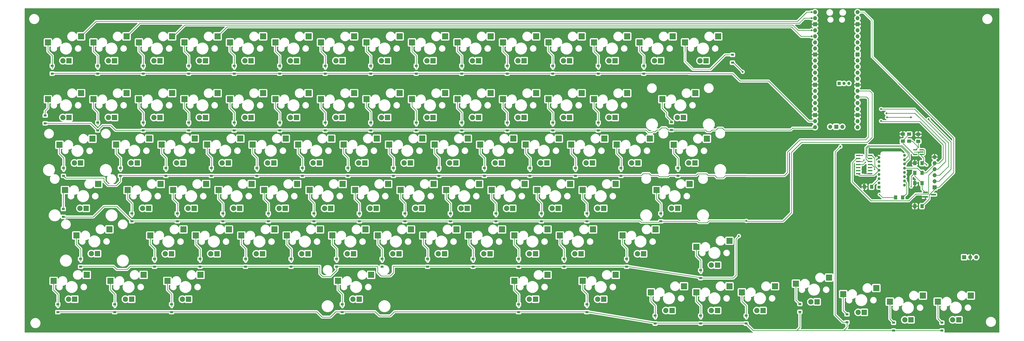
<source format=gbr>
%TF.GenerationSoftware,KiCad,Pcbnew,(6.0.10)*%
%TF.CreationDate,2023-01-22T17:55:42-08:00*%
%TF.ProjectId,OOTstag rev2,4f4f5473-7461-4672-9072-6576322e6b69,rev?*%
%TF.SameCoordinates,Original*%
%TF.FileFunction,Copper,L2,Bot*%
%TF.FilePolarity,Positive*%
%FSLAX46Y46*%
G04 Gerber Fmt 4.6, Leading zero omitted, Abs format (unit mm)*
G04 Created by KiCad (PCBNEW (6.0.10)) date 2023-01-22 17:55:42*
%MOMM*%
%LPD*%
G01*
G04 APERTURE LIST*
G04 Aperture macros list*
%AMRoundRect*
0 Rectangle with rounded corners*
0 $1 Rounding radius*
0 $2 $3 $4 $5 $6 $7 $8 $9 X,Y pos of 4 corners*
0 Add a 4 corners polygon primitive as box body*
4,1,4,$2,$3,$4,$5,$6,$7,$8,$9,$2,$3,0*
0 Add four circle primitives for the rounded corners*
1,1,$1+$1,$2,$3*
1,1,$1+$1,$4,$5*
1,1,$1+$1,$6,$7*
1,1,$1+$1,$8,$9*
0 Add four rect primitives between the rounded corners*
20,1,$1+$1,$2,$3,$4,$5,0*
20,1,$1+$1,$4,$5,$6,$7,0*
20,1,$1+$1,$6,$7,$8,$9,0*
20,1,$1+$1,$8,$9,$2,$3,0*%
G04 Aperture macros list end*
%TA.AperFunction,SMDPad,CuDef*%
%ADD10R,2.550000X2.500000*%
%TD*%
%TA.AperFunction,ComponentPad*%
%ADD11C,2.200000*%
%TD*%
%TA.AperFunction,ComponentPad*%
%ADD12R,2.200000X2.200000*%
%TD*%
%TA.AperFunction,ComponentPad*%
%ADD13R,1.350000X1.350000*%
%TD*%
%TA.AperFunction,ComponentPad*%
%ADD14O,1.350000X1.350000*%
%TD*%
%TA.AperFunction,ComponentPad*%
%ADD15O,1.700000X1.700000*%
%TD*%
%TA.AperFunction,ComponentPad*%
%ADD16R,1.700000X1.700000*%
%TD*%
%TA.AperFunction,SMDPad,CuDef*%
%ADD17R,1.200000X0.900000*%
%TD*%
%TA.AperFunction,SMDPad,CuDef*%
%ADD18RoundRect,0.250001X-0.462499X-0.624999X0.462499X-0.624999X0.462499X0.624999X-0.462499X0.624999X0*%
%TD*%
%TA.AperFunction,SMDPad,CuDef*%
%ADD19RoundRect,0.250001X0.462499X0.624999X-0.462499X0.624999X-0.462499X-0.624999X0.462499X-0.624999X0*%
%TD*%
%TA.AperFunction,ComponentPad*%
%ADD20R,1.200000X1.200000*%
%TD*%
%TA.AperFunction,ComponentPad*%
%ADD21C,1.200000*%
%TD*%
%TA.AperFunction,SMDPad,CuDef*%
%ADD22R,2.000000X0.650000*%
%TD*%
%TA.AperFunction,SMDPad,CuDef*%
%ADD23RoundRect,0.250001X0.624999X-0.462499X0.624999X0.462499X-0.624999X0.462499X-0.624999X-0.462499X0*%
%TD*%
%TA.AperFunction,SMDPad,CuDef*%
%ADD24R,1.970000X0.600000*%
%TD*%
%TA.AperFunction,SMDPad,CuDef*%
%ADD25RoundRect,0.250001X-0.624999X0.462499X-0.624999X-0.462499X0.624999X-0.462499X0.624999X0.462499X0*%
%TD*%
%TA.AperFunction,SMDPad,CuDef*%
%ADD26R,1.800000X0.600000*%
%TD*%
%TA.AperFunction,ViaPad*%
%ADD27C,0.800000*%
%TD*%
%TA.AperFunction,ViaPad*%
%ADD28C,0.600000*%
%TD*%
%TA.AperFunction,Conductor*%
%ADD29C,0.250000*%
%TD*%
%TA.AperFunction,Conductor*%
%ADD30C,0.200000*%
%TD*%
G04 APERTURE END LIST*
D10*
%TO.P,K76,1*%
%TO.N,N/C*%
X213233750Y-252392500D03*
%TO.P,K76,2*%
X199383750Y-254932500D03*
D11*
%TO.P,K76,3*%
X205648350Y-262577900D03*
D12*
%TO.P,K76,4*%
X208213750Y-262577900D03*
%TD*%
D10*
%TO.P,K40,1*%
%TO.N,N/C*%
X272765000Y-195242500D03*
%TO.P,K40,2*%
X258915000Y-197782500D03*
D11*
%TO.P,K40,3*%
X265179600Y-205427900D03*
D12*
%TO.P,K40,4*%
X267745000Y-205427900D03*
%TD*%
D10*
%TO.P,K62,1*%
%TO.N,N/C*%
X153702500Y-233342500D03*
%TO.P,K62,2*%
X139852500Y-235882500D03*
D11*
%TO.P,K62,3*%
X146117100Y-243527900D03*
D12*
%TO.P,K62,4*%
X148682500Y-243527900D03*
%TD*%
D10*
%TO.P,K4,1*%
%TO.N,N/C*%
X167990000Y-152380000D03*
%TO.P,K4,2*%
X154140000Y-154920000D03*
D11*
%TO.P,K4,3*%
X160404600Y-162565400D03*
D12*
%TO.P,K4,4*%
X162970000Y-162565400D03*
%TD*%
D10*
%TO.P,K76,1*%
%TO.N,N/C*%
X98990300Y-214288200D03*
%TO.P,K76,2*%
X85140300Y-216828200D03*
D11*
%TO.P,K76,3*%
X91404900Y-224473600D03*
D12*
%TO.P,K76,4*%
X93970300Y-224473600D03*
%TD*%
D10*
%TO.P,K46,1*%
%TO.N,N/C*%
X98933750Y-214292500D03*
%TO.P,K46,2*%
X85083750Y-216832500D03*
D11*
%TO.P,K46,3*%
X91348350Y-224477900D03*
D12*
%TO.P,K46,4*%
X93913750Y-224477900D03*
%TD*%
D10*
%TO.P,K76,1*%
%TO.N,N/C*%
X96590300Y-195288200D03*
%TO.P,K76,2*%
X82740300Y-197828200D03*
D11*
%TO.P,K76,3*%
X89004900Y-205473600D03*
D12*
%TO.P,K76,4*%
X91570300Y-205473600D03*
%TD*%
D10*
%TO.P,K8,1*%
%TO.N,N/C*%
X244190000Y-152380000D03*
%TO.P,K8,2*%
X230340000Y-154920000D03*
D11*
%TO.P,K8,3*%
X236604600Y-162565400D03*
D12*
%TO.P,K8,4*%
X239170000Y-162565400D03*
%TD*%
D10*
%TO.P,K51,1*%
%TO.N,N/C*%
X201327500Y-214292500D03*
%TO.P,K51,2*%
X187477500Y-216832500D03*
D11*
%TO.P,K51,3*%
X193742100Y-224477900D03*
D12*
%TO.P,K51,4*%
X196307500Y-224477900D03*
%TD*%
D10*
%TO.P,K14,1*%
%TO.N,N/C*%
X358490000Y-152380000D03*
%TO.P,K14,2*%
X344640000Y-154920000D03*
D11*
%TO.P,K14,3*%
X350904600Y-162565400D03*
D12*
%TO.P,K14,4*%
X353470000Y-162565400D03*
%TD*%
D10*
%TO.P,K3,1*%
%TO.N,N/C*%
X148940000Y-152380000D03*
%TO.P,K3,2*%
X135090000Y-154920000D03*
D11*
%TO.P,K3,3*%
X141354600Y-162565400D03*
D12*
%TO.P,K3,4*%
X143920000Y-162565400D03*
%TD*%
D10*
%TO.P,K12,1*%
%TO.N,N/C*%
X320390000Y-152380000D03*
%TO.P,K12,2*%
X306540000Y-154920000D03*
D11*
%TO.P,K12,3*%
X312804600Y-162565400D03*
D12*
%TO.P,K12,4*%
X315370000Y-162565400D03*
%TD*%
D10*
%TO.P,K42,1*%
%TO.N,N/C*%
X310865000Y-195242500D03*
%TO.P,K42,2*%
X297015000Y-197782500D03*
D11*
%TO.P,K42,3*%
X303279600Y-205427900D03*
D12*
%TO.P,K42,4*%
X305845000Y-205427900D03*
%TD*%
D10*
%TO.P,K78,1*%
%TO.N,N/C*%
X315627500Y-252392500D03*
%TO.P,K78,2*%
X301777500Y-254932500D03*
D11*
%TO.P,K78,3*%
X308042100Y-262577900D03*
D12*
%TO.P,K78,4*%
X310607500Y-262577900D03*
%TD*%
D10*
%TO.P,K55,1*%
%TO.N,N/C*%
X277527500Y-214292500D03*
%TO.P,K55,2*%
X263677500Y-216832500D03*
D11*
%TO.P,K55,3*%
X269942100Y-224477900D03*
D12*
%TO.P,K55,4*%
X272507500Y-224477900D03*
%TD*%
D10*
%TO.P,K5,1*%
%TO.N,N/C*%
X187040000Y-152380000D03*
%TO.P,K5,2*%
X173190000Y-154920000D03*
D11*
%TO.P,K5,3*%
X179454600Y-162565400D03*
D12*
%TO.P,K5,4*%
X182020000Y-162565400D03*
%TD*%
D10*
%TO.P,K61,1*%
%TO.N,N/C*%
X134652500Y-233342500D03*
%TO.P,K61,2*%
X120802500Y-235882500D03*
D11*
%TO.P,K61,3*%
X127067100Y-243527900D03*
D12*
%TO.P,K61,4*%
X129632500Y-243527900D03*
%TD*%
D13*
%TO.P,REF\u002A\u002A,1*%
%TO.N,N/C*%
X409200000Y-172100000D03*
D14*
%TO.P,REF\u002A\u002A,2*%
X411200000Y-172100000D03*
%TO.P,REF\u002A\u002A,3*%
X413200000Y-172100000D03*
%TD*%
D10*
%TO.P,K72,1*%
%TO.N,N/C*%
X363252500Y-238105000D03*
%TO.P,K72,2*%
X349402500Y-240645000D03*
D11*
%TO.P,K72,3*%
X355667100Y-248290400D03*
D12*
%TO.P,K72,4*%
X358232500Y-248290400D03*
%TD*%
D10*
%TO.P,K64,1*%
%TO.N,N/C*%
X191802500Y-233342500D03*
%TO.P,K64,2*%
X177952500Y-235882500D03*
D11*
%TO.P,K64,3*%
X184217100Y-243527900D03*
D12*
%TO.P,K64,4*%
X186782500Y-243527900D03*
%TD*%
D10*
%TO.P,MX_NUM6,1*%
%TO.N,N/C*%
X444220000Y-261060000D03*
%TO.P,MX_NUM6,2*%
X430370000Y-263600000D03*
D11*
%TO.P,MX_NUM6,3*%
X436634600Y-271245400D03*
D12*
%TO.P,MX_NUM6,4*%
X439200000Y-271245400D03*
%TD*%
D10*
%TO.P,K79,1*%
%TO.N,N/C*%
X344202500Y-257155000D03*
%TO.P,K79,2*%
X330352500Y-259695000D03*
D11*
%TO.P,K79,3*%
X336617100Y-267340400D03*
D12*
%TO.P,K79,4*%
X339182500Y-267340400D03*
%TD*%
D10*
%TO.P,K54,1*%
%TO.N,N/C*%
X258477500Y-214292500D03*
%TO.P,K54,2*%
X244627500Y-216832500D03*
D11*
%TO.P,K54,3*%
X250892100Y-224477900D03*
D12*
%TO.P,K54,4*%
X253457500Y-224477900D03*
%TD*%
D10*
%TO.P,K65,1*%
%TO.N,N/C*%
X210852500Y-233342500D03*
%TO.P,K65,2*%
X197002500Y-235882500D03*
D11*
%TO.P,K65,3*%
X203267100Y-243527900D03*
D12*
%TO.P,K65,4*%
X205832500Y-243527900D03*
%TD*%
D10*
%TO.P,K18,1*%
%TO.N,N/C*%
X129890000Y-176192500D03*
%TO.P,K18,2*%
X116040000Y-178732500D03*
D11*
%TO.P,K18,3*%
X122304600Y-186377900D03*
D12*
%TO.P,K18,4*%
X124870000Y-186377900D03*
%TD*%
D10*
%TO.P,K7,1*%
%TO.N,N/C*%
X225140000Y-152380000D03*
%TO.P,K7,2*%
X211290000Y-154920000D03*
D11*
%TO.P,K7,3*%
X217554600Y-162565400D03*
D12*
%TO.P,K7,4*%
X220120000Y-162565400D03*
%TD*%
D10*
%TO.P,K68,1*%
%TO.N,N/C*%
X268002500Y-233342500D03*
%TO.P,K68,2*%
X254152500Y-235882500D03*
D11*
%TO.P,K68,3*%
X260417100Y-243527900D03*
D12*
%TO.P,K68,4*%
X262982500Y-243527900D03*
%TD*%
D10*
%TO.P,K49,1*%
%TO.N,N/C*%
X163227500Y-214292500D03*
%TO.P,K49,2*%
X149377500Y-216832500D03*
D11*
%TO.P,K49,3*%
X155642100Y-224477900D03*
D12*
%TO.P,K49,4*%
X158207500Y-224477900D03*
%TD*%
D10*
%TO.P,K34,1*%
%TO.N,N/C*%
X158465000Y-195242500D03*
%TO.P,K34,2*%
X144615000Y-197782500D03*
D11*
%TO.P,K34,3*%
X150879600Y-205427900D03*
D12*
%TO.P,K34,4*%
X153445000Y-205427900D03*
%TD*%
D10*
%TO.P,K17,1*%
%TO.N,N/C*%
X110840000Y-176192500D03*
%TO.P,K17,2*%
X96990000Y-178732500D03*
D11*
%TO.P,K17,3*%
X103254600Y-186377900D03*
D12*
%TO.P,K17,4*%
X105820000Y-186377900D03*
%TD*%
D10*
%TO.P,K24,1*%
%TO.N,N/C*%
X244190000Y-176192500D03*
%TO.P,K24,2*%
X230340000Y-178732500D03*
D11*
%TO.P,K24,3*%
X236604600Y-186377900D03*
D12*
%TO.P,K24,4*%
X239170000Y-186377900D03*
%TD*%
D10*
%TO.P,K36,1*%
%TO.N,N/C*%
X196565000Y-195242500D03*
%TO.P,K36,2*%
X182715000Y-197782500D03*
D11*
%TO.P,K36,3*%
X188979600Y-205427900D03*
D12*
%TO.P,K36,4*%
X191545000Y-205427900D03*
%TD*%
D10*
%TO.P,K21,1*%
%TO.N,N/C*%
X187040000Y-176192500D03*
%TO.P,K21,2*%
X173190000Y-178732500D03*
D11*
%TO.P,K21,3*%
X179454600Y-186377900D03*
D12*
%TO.P,K21,4*%
X182020000Y-186377900D03*
%TD*%
D10*
%TO.P,MX_NUM4,1*%
%TO.N,N/C*%
X404924600Y-253520000D03*
%TO.P,MX_NUM4,2*%
X391074600Y-256060000D03*
D11*
%TO.P,MX_NUM4,3*%
X397339200Y-263705400D03*
D12*
%TO.P,MX_NUM4,4*%
X399904600Y-263705400D03*
%TD*%
D10*
%TO.P,K28,1*%
%TO.N,N/C*%
X320390000Y-176192500D03*
%TO.P,K28,2*%
X306540000Y-178732500D03*
D11*
%TO.P,K28,3*%
X312804600Y-186377900D03*
D12*
%TO.P,K28,4*%
X315370000Y-186377900D03*
%TD*%
D10*
%TO.P,K38,1*%
%TO.N,N/C*%
X234665000Y-195242500D03*
%TO.P,K38,2*%
X220815000Y-197782500D03*
D11*
%TO.P,K38,3*%
X227079600Y-205427900D03*
D12*
%TO.P,K38,4*%
X229645000Y-205427900D03*
%TD*%
D10*
%TO.P,K33,1*%
%TO.N,N/C*%
X139415000Y-195242500D03*
%TO.P,K33,2*%
X125565000Y-197782500D03*
D11*
%TO.P,K33,3*%
X131829600Y-205427900D03*
D12*
%TO.P,K33,4*%
X134395000Y-205427900D03*
%TD*%
D10*
%TO.P,K37,1*%
%TO.N,N/C*%
X215615000Y-195242500D03*
%TO.P,K37,2*%
X201765000Y-197782500D03*
D11*
%TO.P,K37,3*%
X208029600Y-205427900D03*
D12*
%TO.P,K37,4*%
X210595000Y-205427900D03*
%TD*%
D10*
%TO.P,K63,1*%
%TO.N,N/C*%
X172752500Y-233342500D03*
%TO.P,K63,2*%
X158902500Y-235882500D03*
D11*
%TO.P,K63,3*%
X165167100Y-243527900D03*
D12*
%TO.P,K63,4*%
X167732500Y-243527900D03*
%TD*%
D10*
%TO.P,K76,1*%
%TO.N,N/C*%
X348990300Y-176188200D03*
%TO.P,K76,2*%
X335140300Y-178728200D03*
D11*
%TO.P,K76,3*%
X341404900Y-186373600D03*
D12*
%TO.P,K76,4*%
X343970300Y-186373600D03*
%TD*%
D10*
%TO.P,K76,1*%
%TO.N,N/C*%
X346590300Y-214288200D03*
%TO.P,K76,2*%
X332740300Y-216828200D03*
D11*
%TO.P,K76,3*%
X339004900Y-224473600D03*
D12*
%TO.P,K76,4*%
X341570300Y-224473600D03*
%TD*%
D10*
%TO.P,K75,1*%
%TO.N,N/C*%
X141796250Y-252392500D03*
%TO.P,K75,2*%
X127946250Y-254932500D03*
D11*
%TO.P,K75,3*%
X134210850Y-262577900D03*
D12*
%TO.P,K75,4*%
X136776250Y-262577900D03*
%TD*%
D10*
%TO.P,K1,1*%
%TO.N,N/C*%
X110840000Y-152380000D03*
%TO.P,K1,2*%
X96990000Y-154920000D03*
D11*
%TO.P,K1,3*%
X103254600Y-162565400D03*
D12*
%TO.P,K1,4*%
X105820000Y-162565400D03*
%TD*%
D10*
%TO.P,K0,1*%
%TO.N,N/C*%
X91790000Y-152380000D03*
%TO.P,K0,2*%
X77940000Y-154920000D03*
D11*
%TO.P,K0,3*%
X84204600Y-162565400D03*
D12*
%TO.P,K0,4*%
X86770000Y-162565400D03*
%TD*%
D10*
%TO.P,K25,1*%
%TO.N,N/C*%
X263240000Y-176192500D03*
%TO.P,K25,2*%
X249390000Y-178732500D03*
D11*
%TO.P,K25,3*%
X255654600Y-186377900D03*
D12*
%TO.P,K25,4*%
X258220000Y-186377900D03*
%TD*%
D10*
%TO.P,K69,1*%
%TO.N,N/C*%
X287052500Y-233342500D03*
%TO.P,K69,2*%
X273202500Y-235882500D03*
D11*
%TO.P,K69,3*%
X279467100Y-243527900D03*
D12*
%TO.P,K69,4*%
X282032500Y-243527900D03*
%TD*%
D15*
%TO.P,REF\u002A\u002A,1*%
%TO.N,N/C*%
X399060000Y-142220000D03*
%TO.P,REF\u002A\u002A,2*%
X399060000Y-144760000D03*
D16*
%TO.P,REF\u002A\u002A,3*%
%TO.N,GND*%
X399060000Y-147300000D03*
D15*
%TO.P,REF\u002A\u002A,4*%
%TO.N,N/C*%
X399060000Y-149840000D03*
%TO.P,REF\u002A\u002A,5*%
X399060000Y-152380000D03*
%TO.P,REF\u002A\u002A,6*%
X399060000Y-154920000D03*
%TO.P,REF\u002A\u002A,7*%
X399060000Y-157460000D03*
D16*
%TO.P,REF\u002A\u002A,8*%
%TO.N,GND*%
X399060000Y-160000000D03*
D15*
%TO.P,REF\u002A\u002A,9*%
%TO.N,N/C*%
X399060000Y-162540000D03*
%TO.P,REF\u002A\u002A,10*%
X399060000Y-165080000D03*
%TO.P,REF\u002A\u002A,11*%
X399060000Y-167620000D03*
%TO.P,REF\u002A\u002A,12*%
X399060000Y-170160000D03*
D16*
%TO.P,REF\u002A\u002A,13*%
%TO.N,GND*%
X399060000Y-172700000D03*
D15*
%TO.P,REF\u002A\u002A,14*%
%TO.N,N/C*%
X399060000Y-175240000D03*
%TO.P,REF\u002A\u002A,15*%
X399060000Y-177780000D03*
%TO.P,REF\u002A\u002A,16*%
X399060000Y-180320000D03*
%TO.P,REF\u002A\u002A,17*%
X399060000Y-182860000D03*
D16*
%TO.P,REF\u002A\u002A,18*%
%TO.N,GND*%
X399060000Y-185400000D03*
D15*
%TO.P,REF\u002A\u002A,19*%
%TO.N,N/C*%
X399060000Y-187940000D03*
%TO.P,REF\u002A\u002A,20*%
X399060000Y-190480000D03*
%TO.P,REF\u002A\u002A,21*%
X416840000Y-190480000D03*
%TO.P,REF\u002A\u002A,22*%
X416840000Y-187940000D03*
D16*
%TO.P,REF\u002A\u002A,23*%
%TO.N,GND*%
X416840000Y-185400000D03*
D15*
%TO.P,REF\u002A\u002A,24*%
%TO.N,N/C*%
X416840000Y-182860000D03*
%TO.P,REF\u002A\u002A,25*%
X416840000Y-180320000D03*
%TO.P,REF\u002A\u002A,26*%
X416840000Y-177780000D03*
%TO.P,REF\u002A\u002A,27*%
X416840000Y-175240000D03*
D16*
%TO.P,REF\u002A\u002A,28*%
%TO.N,GND*%
X416840000Y-172700000D03*
D15*
%TO.P,REF\u002A\u002A,29*%
%TO.N,N/C*%
X416840000Y-170160000D03*
%TO.P,REF\u002A\u002A,30*%
X416840000Y-167620000D03*
%TO.P,REF\u002A\u002A,31*%
X416840000Y-165080000D03*
%TO.P,REF\u002A\u002A,32*%
X416840000Y-162540000D03*
D16*
%TO.P,REF\u002A\u002A,33*%
X416840000Y-160000000D03*
D15*
%TO.P,REF\u002A\u002A,34*%
X416840000Y-157460000D03*
%TO.P,REF\u002A\u002A,35*%
X416840000Y-154920000D03*
%TO.P,REF\u002A\u002A,36*%
X416840000Y-152380000D03*
%TO.P,REF\u002A\u002A,37*%
X416840000Y-149840000D03*
D16*
%TO.P,REF\u002A\u002A,38*%
%TO.N,GND*%
X416840000Y-147300000D03*
D15*
%TO.P,REF\u002A\u002A,39*%
%TO.N,N/C*%
X416840000Y-144760000D03*
%TO.P,REF\u002A\u002A,40*%
X416840000Y-142220000D03*
%TO.P,REF\u002A\u002A,41*%
X405410000Y-190250000D03*
D16*
%TO.P,REF\u002A\u002A,42*%
X407950000Y-190250000D03*
D15*
%TO.P,REF\u002A\u002A,43*%
X410490000Y-190250000D03*
%TD*%
D10*
%TO.P,K19,1*%
%TO.N,N/C*%
X148940000Y-176192500D03*
%TO.P,K19,2*%
X135090000Y-178732500D03*
D11*
%TO.P,K19,3*%
X141354600Y-186377900D03*
D12*
%TO.P,K19,4*%
X143920000Y-186377900D03*
%TD*%
D10*
%TO.P,K57,1*%
%TO.N,N/C*%
X315627500Y-214292500D03*
%TO.P,K57,2*%
X301777500Y-216832500D03*
D11*
%TO.P,K57,3*%
X308042100Y-224477900D03*
D12*
%TO.P,K57,4*%
X310607500Y-224477900D03*
%TD*%
D10*
%TO.P,K13,1*%
%TO.N,N/C*%
X339440000Y-152380000D03*
%TO.P,K13,2*%
X325590000Y-154920000D03*
D11*
%TO.P,K13,3*%
X331854600Y-162565400D03*
D12*
%TO.P,K13,4*%
X334420000Y-162565400D03*
%TD*%
D10*
%TO.P,K56,1*%
%TO.N,N/C*%
X296577500Y-214292500D03*
%TO.P,K56,2*%
X282727500Y-216832500D03*
D11*
%TO.P,K56,3*%
X288992100Y-224477900D03*
D12*
%TO.P,K56,4*%
X291557500Y-224477900D03*
%TD*%
D10*
%TO.P,K77,1*%
%TO.N,N/C*%
X287052500Y-252392500D03*
%TO.P,K77,2*%
X273202500Y-254932500D03*
D11*
%TO.P,K77,3*%
X279467100Y-262577900D03*
D12*
%TO.P,K77,4*%
X282032500Y-262577900D03*
%TD*%
D10*
%TO.P,K70,1*%
%TO.N,N/C*%
X306102500Y-233342500D03*
%TO.P,K70,2*%
X292252500Y-235882500D03*
D11*
%TO.P,K70,3*%
X298517100Y-243527900D03*
D12*
%TO.P,K70,4*%
X301082500Y-243527900D03*
%TD*%
D10*
%TO.P,K39,1*%
%TO.N,N/C*%
X253715000Y-195242500D03*
%TO.P,K39,2*%
X239865000Y-197782500D03*
D11*
%TO.P,K39,3*%
X246129600Y-205427900D03*
D12*
%TO.P,K39,4*%
X248695000Y-205427900D03*
%TD*%
D10*
%TO.P,K6,1*%
%TO.N,N/C*%
X206090000Y-152380000D03*
%TO.P,K6,2*%
X192240000Y-154920000D03*
D11*
%TO.P,K6,3*%
X198504600Y-162565400D03*
D12*
%TO.P,K6,4*%
X201070000Y-162565400D03*
%TD*%
D10*
%TO.P,K67,1*%
%TO.N,N/C*%
X248952500Y-233342500D03*
%TO.P,K67,2*%
X235102500Y-235882500D03*
D11*
%TO.P,K67,3*%
X241367100Y-243527900D03*
D12*
%TO.P,K67,4*%
X243932500Y-243527900D03*
%TD*%
D10*
%TO.P,K22,1*%
%TO.N,N/C*%
X206090000Y-176192500D03*
%TO.P,K22,2*%
X192240000Y-178732500D03*
D11*
%TO.P,K22,3*%
X198504600Y-186377900D03*
D12*
%TO.P,K22,4*%
X201070000Y-186377900D03*
%TD*%
D15*
%TO.P,J1,1,Pin_1*%
%TO.N,GND*%
X449109000Y-203002000D03*
%TO.P,J1,2,Pin_2*%
%TO.N,N/C*%
X449109000Y-205542000D03*
%TO.P,J1,3,Pin_3*%
X449109000Y-208082000D03*
%TO.P,J1,4,Pin_4*%
X449109000Y-210622000D03*
%TO.P,J1,5,Pin_5*%
X449109000Y-213162000D03*
D16*
%TO.P,J1,6,Pin_6*%
X449109000Y-215702000D03*
%TD*%
D10*
%TO.P,K76,1*%
%TO.N,N/C*%
X103690300Y-233288200D03*
%TO.P,K76,2*%
X89840300Y-235828200D03*
D11*
%TO.P,K76,3*%
X96104900Y-243473600D03*
D12*
%TO.P,K76,4*%
X98670300Y-243473600D03*
%TD*%
D10*
%TO.P,K27,1*%
%TO.N,N/C*%
X301340000Y-176192500D03*
%TO.P,K27,2*%
X287490000Y-178732500D03*
D11*
%TO.P,K27,3*%
X293754600Y-186377900D03*
D12*
%TO.P,K27,4*%
X296320000Y-186377900D03*
%TD*%
D10*
%TO.P,K66,1*%
%TO.N,N/C*%
X229902500Y-233342500D03*
%TO.P,K66,2*%
X216052500Y-235882500D03*
D11*
%TO.P,K66,3*%
X222317100Y-243527900D03*
D12*
%TO.P,K66,4*%
X224882500Y-243527900D03*
%TD*%
D10*
%TO.P,K71,1*%
%TO.N,N/C*%
X332296250Y-233342500D03*
%TO.P,K71,2*%
X318446250Y-235882500D03*
D11*
%TO.P,K71,3*%
X324710850Y-243527900D03*
D12*
%TO.P,K71,4*%
X327276250Y-243527900D03*
%TD*%
D10*
%TO.P,K76,1*%
%TO.N,N/C*%
X353790300Y-195288200D03*
%TO.P,K76,2*%
X339940300Y-197828200D03*
D11*
%TO.P,K76,3*%
X346204900Y-205473600D03*
D12*
%TO.P,K76,4*%
X348770300Y-205473600D03*
%TD*%
D10*
%TO.P,K35,1*%
%TO.N,N/C*%
X177515000Y-195242500D03*
%TO.P,K35,2*%
X163665000Y-197782500D03*
D11*
%TO.P,K35,3*%
X169929600Y-205427900D03*
D12*
%TO.P,K35,4*%
X172495000Y-205427900D03*
%TD*%
D10*
%TO.P,K48,1*%
%TO.N,N/C*%
X144177500Y-214292500D03*
%TO.P,K48,2*%
X130327500Y-216832500D03*
D11*
%TO.P,K48,3*%
X136592100Y-224477900D03*
D12*
%TO.P,K48,4*%
X139157500Y-224477900D03*
%TD*%
D10*
%TO.P,K74,1*%
%TO.N,N/C*%
X117983750Y-252392500D03*
%TO.P,K74,2*%
X104133750Y-254932500D03*
D11*
%TO.P,K74,3*%
X110398350Y-262577900D03*
D12*
%TO.P,K74,4*%
X112963750Y-262577900D03*
%TD*%
D10*
%TO.P,K43,1*%
%TO.N,N/C*%
X329915000Y-195242500D03*
%TO.P,K43,2*%
X316065000Y-197782500D03*
D11*
%TO.P,K43,3*%
X322329600Y-205427900D03*
D12*
%TO.P,K43,4*%
X324895000Y-205427900D03*
%TD*%
D10*
%TO.P,K23,1*%
%TO.N,N/C*%
X225140000Y-176192500D03*
%TO.P,K23,2*%
X211290000Y-178732500D03*
D11*
%TO.P,K23,3*%
X217554600Y-186377900D03*
D12*
%TO.P,K23,4*%
X220120000Y-186377900D03*
%TD*%
D10*
%TO.P,K9,1*%
%TO.N,N/C*%
X263240000Y-152380000D03*
%TO.P,K9,2*%
X249390000Y-154920000D03*
D11*
%TO.P,K9,3*%
X255654600Y-162565400D03*
D12*
%TO.P,K9,4*%
X258220000Y-162565400D03*
%TD*%
D10*
%TO.P,K16,1*%
%TO.N,N/C*%
X91790000Y-176192500D03*
%TO.P,K16,2*%
X77940000Y-178732500D03*
D11*
%TO.P,K16,3*%
X84204600Y-186377900D03*
D12*
%TO.P,K16,4*%
X86770000Y-186377900D03*
%TD*%
D10*
%TO.P,MX_NUM7,1*%
%TO.N,N/C*%
X464284600Y-261060000D03*
%TO.P,MX_NUM7,2*%
X450434600Y-263600000D03*
D11*
%TO.P,MX_NUM7,3*%
X456699200Y-271245400D03*
D12*
%TO.P,MX_NUM7,4*%
X459264600Y-271245400D03*
%TD*%
D10*
%TO.P,K50,1*%
%TO.N,N/C*%
X182277500Y-214292500D03*
%TO.P,K50,2*%
X168427500Y-216832500D03*
D11*
%TO.P,K50,3*%
X174692100Y-224477900D03*
D12*
%TO.P,K50,4*%
X177257500Y-224477900D03*
%TD*%
D16*
%TO.P,REF\u002A\u002A,1*%
%TO.N,N/C*%
X461457011Y-244983012D03*
D15*
%TO.P,REF\u002A\u002A,2*%
%TO.N,GND*%
X463997011Y-244983012D03*
%TO.P,REF\u002A\u002A,3*%
%TO.N,N/C*%
X466537011Y-244983012D03*
%TD*%
D10*
%TO.P,K10,1*%
%TO.N,N/C*%
X282290000Y-152380000D03*
%TO.P,K10,2*%
X268440000Y-154920000D03*
D11*
%TO.P,K10,3*%
X274704600Y-162565400D03*
D12*
%TO.P,K10,4*%
X277270000Y-162565400D03*
%TD*%
D10*
%TO.P,K41,1*%
%TO.N,N/C*%
X291815000Y-195242500D03*
%TO.P,K41,2*%
X277965000Y-197782500D03*
D11*
%TO.P,K41,3*%
X284229600Y-205427900D03*
D12*
%TO.P,K41,4*%
X286795000Y-205427900D03*
%TD*%
D10*
%TO.P,K52,1*%
%TO.N,N/C*%
X220377500Y-214292500D03*
%TO.P,K52,2*%
X206527500Y-216832500D03*
D11*
%TO.P,K52,3*%
X212792100Y-224477900D03*
D12*
%TO.P,K52,4*%
X215357500Y-224477900D03*
%TD*%
D10*
%TO.P,K20,1*%
%TO.N,N/C*%
X167990000Y-176192500D03*
%TO.P,K20,2*%
X154140000Y-178732500D03*
D11*
%TO.P,K20,3*%
X160404600Y-186377900D03*
D12*
%TO.P,K20,4*%
X162970000Y-186377900D03*
%TD*%
D10*
%TO.P,K11,1*%
%TO.N,N/C*%
X301340000Y-152380000D03*
%TO.P,K11,2*%
X287490000Y-154920000D03*
D11*
%TO.P,K11,3*%
X293754600Y-162565400D03*
D12*
%TO.P,K11,4*%
X296320000Y-162565400D03*
%TD*%
D10*
%TO.P,K73,1*%
%TO.N,N/C*%
X94171250Y-252392500D03*
%TO.P,K73,2*%
X80321250Y-254932500D03*
D11*
%TO.P,K73,3*%
X86585850Y-262577900D03*
D12*
%TO.P,K73,4*%
X89151250Y-262577900D03*
%TD*%
D10*
%TO.P,K26,1*%
%TO.N,N/C*%
X282290000Y-176192500D03*
%TO.P,K26,2*%
X268440000Y-178732500D03*
D11*
%TO.P,K26,3*%
X274704600Y-186377900D03*
D12*
%TO.P,K26,4*%
X277270000Y-186377900D03*
%TD*%
D10*
%TO.P,K81,1*%
%TO.N,N/C*%
X382302500Y-257155000D03*
%TO.P,K81,2*%
X368452500Y-259695000D03*
D11*
%TO.P,K81,3*%
X374717100Y-267340400D03*
D12*
%TO.P,K81,4*%
X377282500Y-267340400D03*
%TD*%
D10*
%TO.P,MX_NUM5,1*%
%TO.N,N/C*%
X424720000Y-257914600D03*
%TO.P,MX_NUM5,2*%
X410870000Y-260454600D03*
D11*
%TO.P,MX_NUM5,3*%
X417134600Y-268100000D03*
D12*
%TO.P,MX_NUM5,4*%
X419700000Y-268100000D03*
%TD*%
D10*
%TO.P,K32,1*%
%TO.N,N/C*%
X120365000Y-195242500D03*
%TO.P,K32,2*%
X106515000Y-197782500D03*
D11*
%TO.P,K32,3*%
X112779600Y-205427900D03*
D12*
%TO.P,K32,4*%
X115345000Y-205427900D03*
%TD*%
D10*
%TO.P,K2,1*%
%TO.N,N/C*%
X129890000Y-152380000D03*
%TO.P,K2,2*%
X116040000Y-154920000D03*
D11*
%TO.P,K2,3*%
X122304600Y-162565400D03*
D12*
%TO.P,K2,4*%
X124870000Y-162565400D03*
%TD*%
D10*
%TO.P,K47,1*%
%TO.N,N/C*%
X125127500Y-214292500D03*
%TO.P,K47,2*%
X111277500Y-216832500D03*
D11*
%TO.P,K47,3*%
X117542100Y-224477900D03*
D12*
%TO.P,K47,4*%
X120107500Y-224477900D03*
%TD*%
D10*
%TO.P,K80,1*%
%TO.N,N/C*%
X363252500Y-257155000D03*
%TO.P,K80,2*%
X349402500Y-259695000D03*
D11*
%TO.P,K80,3*%
X355667100Y-267340400D03*
D12*
%TO.P,K80,4*%
X358232500Y-267340400D03*
%TD*%
D10*
%TO.P,K53,1*%
%TO.N,N/C*%
X239427500Y-214292500D03*
%TO.P,K53,2*%
X225577500Y-216832500D03*
D11*
%TO.P,K53,3*%
X231842100Y-224477900D03*
D12*
%TO.P,K53,4*%
X234407500Y-224477900D03*
%TD*%
D17*
%TO.P,D5,1*%
%TO.N,N/C*%
X174950000Y-168000000D03*
%TO.P,D5,2*%
X174950000Y-164700000D03*
%TD*%
%TO.P,D50,1*%
%TO.N,N/C*%
X170187500Y-229912500D03*
%TO.P,D50,2*%
X170187500Y-226612500D03*
%TD*%
%TO.P,D54,1*%
%TO.N,N/C*%
X246387500Y-229912500D03*
%TO.P,D54,2*%
X246387500Y-226612500D03*
%TD*%
%TO.P,D52,1*%
%TO.N,N/C*%
X208287500Y-229912500D03*
%TO.P,D52,2*%
X208287500Y-226612500D03*
%TD*%
%TO.P,D31,1*%
%TO.N,N/C*%
X84462500Y-210862500D03*
%TO.P,D31,2*%
X84462500Y-207562500D03*
%TD*%
%TO.P,D18,1*%
%TO.N,N/C*%
X117800000Y-191812500D03*
%TO.P,D18,2*%
X117800000Y-188512500D03*
%TD*%
%TO.P,D0,1*%
%TO.N,N/C*%
X79700000Y-168000000D03*
%TO.P,D0,2*%
X79700000Y-164700000D03*
%TD*%
%TO.P,D32,1*%
%TO.N,N/C*%
X108275000Y-210862500D03*
%TO.P,D32,2*%
X108275000Y-207562500D03*
%TD*%
%TO.P,D29,1*%
%TO.N,N/C*%
X339000000Y-191650000D03*
%TO.P,D29,2*%
X339000000Y-188350000D03*
%TD*%
%TO.P,D86,1*%
%TO.N,N/C*%
X412442900Y-272244600D03*
%TO.P,D86,2*%
X412442900Y-268944600D03*
%TD*%
D18*
%TO.P,R1,1*%
%TO.N,N/C*%
X440856500Y-209596000D03*
%TO.P,R1,2*%
X443831500Y-209596000D03*
%TD*%
D17*
%TO.P,D27,1*%
%TO.N,N/C*%
X289250000Y-191812500D03*
%TO.P,D27,2*%
X289250000Y-188512500D03*
%TD*%
%TO.P,D2,1*%
%TO.N,N/C*%
X117800000Y-168000000D03*
%TO.P,D2,2*%
X117800000Y-164700000D03*
%TD*%
%TO.P,D6,1*%
%TO.N,N/C*%
X194000000Y-168000000D03*
%TO.P,D6,2*%
X194000000Y-164700000D03*
%TD*%
%TO.P,D49,1*%
%TO.N,N/C*%
X151137500Y-229912500D03*
%TO.P,D49,2*%
X151137500Y-226612500D03*
%TD*%
%TO.P,D61,1*%
%TO.N,N/C*%
X122562500Y-248962500D03*
%TO.P,D61,2*%
X122562500Y-245662500D03*
%TD*%
%TO.P,D71,1*%
%TO.N,N/C*%
X320206250Y-248962500D03*
%TO.P,D71,2*%
X320206250Y-245662500D03*
%TD*%
%TO.P,D64,1*%
%TO.N,N/C*%
X179712500Y-248962500D03*
%TO.P,D64,2*%
X179712500Y-245662500D03*
%TD*%
%TO.P,D67,1*%
%TO.N,N/C*%
X236862500Y-248962500D03*
%TO.P,D67,2*%
X236862500Y-245662500D03*
%TD*%
%TO.P,D19,1*%
%TO.N,N/C*%
X136850000Y-191812500D03*
%TO.P,D19,2*%
X136850000Y-188512500D03*
%TD*%
%TO.P,D17,1*%
%TO.N,N/C*%
X98750000Y-191812500D03*
%TO.P,D17,2*%
X98750000Y-188512500D03*
%TD*%
%TO.P,D40,1*%
%TO.N,N/C*%
X260675000Y-210862500D03*
%TO.P,D40,2*%
X260675000Y-207562500D03*
%TD*%
%TO.P,D28,1*%
%TO.N,N/C*%
X308300000Y-191812500D03*
%TO.P,D28,2*%
X308300000Y-188512500D03*
%TD*%
%TO.P,D80,1*%
%TO.N,N/C*%
X351162500Y-272775000D03*
%TO.P,D80,2*%
X351162500Y-269475000D03*
%TD*%
D18*
%TO.P,R4,1*%
%TO.N,N/C*%
X432746500Y-219952000D03*
%TO.P,R4,2*%
X435721500Y-219952000D03*
%TD*%
D19*
%TO.P,C2,1*%
%TO.N,N/C*%
X443831500Y-213914000D03*
%TO.P,C2,2*%
%TO.N,GND*%
X440856500Y-213914000D03*
%TD*%
D17*
%TO.P,D41,1*%
%TO.N,N/C*%
X279725000Y-210862500D03*
%TO.P,D41,2*%
X279725000Y-207562500D03*
%TD*%
%TO.P,D60,1*%
%TO.N,N/C*%
X91606250Y-248962500D03*
%TO.P,D60,2*%
X91606250Y-245662500D03*
%TD*%
%TO.P,D51,1*%
%TO.N,N/C*%
X189237500Y-229912500D03*
%TO.P,D51,2*%
X189237500Y-226612500D03*
%TD*%
%TO.P,D36,1*%
%TO.N,N/C*%
X184475000Y-210862500D03*
%TO.P,D36,2*%
X184475000Y-207562500D03*
%TD*%
%TO.P,D76,1*%
%TO.N,N/C*%
X201143750Y-268012500D03*
%TO.P,D76,2*%
X201143750Y-264712500D03*
%TD*%
D19*
%TO.P,C4,1*%
%TO.N,N/C*%
X443831500Y-205532000D03*
%TO.P,C4,2*%
%TO.N,GND*%
X440856500Y-205532000D03*
%TD*%
D17*
%TO.P,D53,1*%
%TO.N,N/C*%
X227337500Y-229912500D03*
%TO.P,D53,2*%
X227337500Y-226612500D03*
%TD*%
%TO.P,D57,1*%
%TO.N,N/C*%
X303537500Y-229912500D03*
%TO.P,D57,2*%
X303537500Y-226612500D03*
%TD*%
%TO.P,D86,1*%
%TO.N,N/C*%
X431935400Y-275750000D03*
%TO.P,D86,2*%
X431935400Y-272450000D03*
%TD*%
%TO.P,D62,1*%
%TO.N,N/C*%
X141612500Y-248962500D03*
%TO.P,D62,2*%
X141612500Y-245662500D03*
%TD*%
%TO.P,D35,1*%
%TO.N,N/C*%
X165425000Y-210862500D03*
%TO.P,D35,2*%
X165425000Y-207562500D03*
%TD*%
%TO.P,D20,1*%
%TO.N,N/C*%
X155900000Y-191812500D03*
%TO.P,D20,2*%
X155900000Y-188512500D03*
%TD*%
%TO.P,D8,1*%
%TO.N,N/C*%
X232100000Y-168000000D03*
%TO.P,D8,2*%
X232100000Y-164700000D03*
%TD*%
%TO.P,D81,1*%
%TO.N,N/C*%
X370212500Y-272775000D03*
%TO.P,D81,2*%
X370212500Y-269475000D03*
%TD*%
%TO.P,D86,1*%
%TO.N,N/C*%
X392697500Y-267906250D03*
%TO.P,D86,2*%
X392697500Y-264606250D03*
%TD*%
%TO.P,D72,1*%
%TO.N,N/C*%
X351162500Y-253725000D03*
%TO.P,D72,2*%
X351162500Y-250425000D03*
%TD*%
%TO.P,D13,1*%
%TO.N,N/C*%
X327350000Y-168000000D03*
%TO.P,D13,2*%
X327350000Y-164700000D03*
%TD*%
%TO.P,D4,1*%
%TO.N,N/C*%
X155900000Y-168000000D03*
%TO.P,D4,2*%
X155900000Y-164700000D03*
%TD*%
%TO.P,D56,1*%
%TO.N,N/C*%
X284487500Y-229912500D03*
%TO.P,D56,2*%
X284487500Y-226612500D03*
%TD*%
%TO.P,D38,1*%
%TO.N,N/C*%
X222575000Y-210862500D03*
%TO.P,D38,2*%
X222575000Y-207562500D03*
%TD*%
D20*
%TO.P,U2,1,NC*%
%TO.N,N/C*%
X425845000Y-215620000D03*
D21*
%TO.P,U2,2,NC*%
X425845000Y-213840000D03*
%TO.P,U2,3,VDDPIX*%
X425845000Y-212060000D03*
%TO.P,U2,4,VDD*%
X425845000Y-210280000D03*
%TO.P,U2,5,VDDIO*%
X425845000Y-208500000D03*
%TO.P,U2,6,NC*%
X425845000Y-206720000D03*
%TO.P,U2,7,NRESET*%
X425845000Y-204940000D03*
%TO.P,U2,8,GND*%
%TO.N,GND*%
X425845000Y-203160000D03*
%TO.P,U2,9,MOTION*%
%TO.N,N/C*%
X436545000Y-202270000D03*
%TO.P,U2,10,SCLK*%
X436545000Y-204050000D03*
%TO.P,U2,11,MOSI*%
X436545000Y-205830000D03*
%TO.P,U2,12,MISO*%
X436545000Y-207610000D03*
%TO.P,U2,13,NCS*%
X436545000Y-209390000D03*
%TO.P,U2,14,NC*%
X436545000Y-211170000D03*
%TO.P,U2,15,LED_P*%
X436545000Y-212950000D03*
%TO.P,U2,16,NC*%
X436545000Y-214730000D03*
%TD*%
D17*
%TO.P,D26,1*%
%TO.N,N/C*%
X270200000Y-191812500D03*
%TO.P,D26,2*%
X270200000Y-188512500D03*
%TD*%
%TO.P,D22,1*%
%TO.N,N/C*%
X194000000Y-191812500D03*
%TO.P,D22,2*%
X194000000Y-188512500D03*
%TD*%
D22*
%TO.P,U1,1,GND*%
%TO.N,GND*%
X445274000Y-219702000D03*
%TO.P,U1,2,VO*%
%TO.N,N/C*%
X445274000Y-217802000D03*
%TO.P,U1,3,VI*%
X448694000Y-218752000D03*
%TD*%
D17*
%TO.P,D70,1*%
%TO.N,N/C*%
X294012500Y-248962500D03*
%TO.P,D70,2*%
X294012500Y-245662500D03*
%TD*%
%TO.P,D48,1*%
%TO.N,N/C*%
X132087500Y-229912500D03*
%TO.P,D48,2*%
X132087500Y-226612500D03*
%TD*%
%TO.P,D58,1*%
%TO.N,N/C*%
X334493750Y-229912500D03*
%TO.P,D58,2*%
X334493750Y-226612500D03*
%TD*%
%TO.P,D75,1*%
%TO.N,N/C*%
X129706250Y-268012500D03*
%TO.P,D75,2*%
X129706250Y-264712500D03*
%TD*%
%TO.P,D66,1*%
%TO.N,N/C*%
X217812500Y-248962500D03*
%TO.P,D66,2*%
X217812500Y-245662500D03*
%TD*%
%TO.P,D25,1*%
%TO.N,N/C*%
X251150000Y-191812500D03*
%TO.P,D25,2*%
X251150000Y-188512500D03*
%TD*%
%TO.P,D3,1*%
%TO.N,N/C*%
X136850000Y-168000000D03*
%TO.P,D3,2*%
X136850000Y-164700000D03*
%TD*%
%TO.P,D9,1*%
%TO.N,N/C*%
X251150000Y-168000000D03*
%TO.P,D9,2*%
X251150000Y-164700000D03*
%TD*%
D23*
%TO.P,C5,1*%
%TO.N,N/C*%
X442284000Y-196389500D03*
%TO.P,C5,2*%
%TO.N,GND*%
X442284000Y-193414500D03*
%TD*%
D19*
%TO.P,C3,1*%
%TO.N,N/C*%
X422749500Y-215438000D03*
%TO.P,C3,2*%
%TO.N,GND*%
X419774500Y-215438000D03*
%TD*%
D24*
%TO.P,U4,1,VCCA*%
%TO.N,N/C*%
X422109000Y-202342000D03*
%TO.P,U4,2,A1*%
X422109000Y-203612000D03*
%TO.P,U4,3,A2*%
X422109000Y-204882000D03*
%TO.P,U4,4,A3*%
X422109000Y-206152000D03*
%TO.P,U4,5,A4*%
X422109000Y-207422000D03*
%TO.P,U4,6*%
X422109000Y-208692000D03*
%TO.P,U4,7,GND*%
%TO.N,GND*%
X422109000Y-209962000D03*
%TO.P,U4,8,OE*%
%TO.N,N/C*%
X417159000Y-209962000D03*
%TO.P,U4,9*%
X417159000Y-208692000D03*
%TO.P,U4,10,B4*%
X417159000Y-207422000D03*
%TO.P,U4,11,B3*%
X417159000Y-206152000D03*
%TO.P,U4,12,B2*%
X417159000Y-204882000D03*
%TO.P,U4,13,B1*%
X417159000Y-203612000D03*
%TO.P,U4,14,VCCB*%
X417159000Y-202342000D03*
%TD*%
D17*
%TO.P,D65,1*%
%TO.N,N/C*%
X198762500Y-248962500D03*
%TO.P,D65,2*%
X198762500Y-245662500D03*
%TD*%
%TO.P,D10,1*%
%TO.N,N/C*%
X270200000Y-168000000D03*
%TO.P,D10,2*%
X270200000Y-164700000D03*
%TD*%
%TO.P,D73,1*%
%TO.N,N/C*%
X82081250Y-268012500D03*
%TO.P,D73,2*%
X82081250Y-264712500D03*
%TD*%
%TO.P,D37,1*%
%TO.N,N/C*%
X203525000Y-210862500D03*
%TO.P,D37,2*%
X203525000Y-207562500D03*
%TD*%
%TO.P,D46,1*%
%TO.N,N/C*%
X84400000Y-228050000D03*
%TO.P,D46,2*%
X84400000Y-224750000D03*
%TD*%
%TO.P,D24,1*%
%TO.N,N/C*%
X232100000Y-191812500D03*
%TO.P,D24,2*%
X232100000Y-188512500D03*
%TD*%
%TO.P,D69,1*%
%TO.N,N/C*%
X274962500Y-248962500D03*
%TO.P,D69,2*%
X274962500Y-245662500D03*
%TD*%
%TO.P,D78,1*%
%TO.N,N/C*%
X303537500Y-268012500D03*
%TO.P,D78,2*%
X303537500Y-264712500D03*
%TD*%
%TO.P,D11,1*%
%TO.N,N/C*%
X289250000Y-168000000D03*
%TO.P,D11,2*%
X289250000Y-164700000D03*
%TD*%
D25*
%TO.P,R3,1*%
%TO.N,N/C*%
X438484000Y-193364500D03*
%TO.P,R3,2*%
X438484000Y-196339500D03*
%TD*%
D19*
%TO.P,C1,1*%
%TO.N,N/C*%
X443831500Y-223566000D03*
%TO.P,C1,2*%
%TO.N,GND*%
X440856500Y-223566000D03*
%TD*%
D17*
%TO.P,D33,1*%
%TO.N,N/C*%
X127325000Y-210862500D03*
%TO.P,D33,2*%
X127325000Y-207562500D03*
%TD*%
%TO.P,D39,1*%
%TO.N,N/C*%
X241625000Y-210862500D03*
%TO.P,D39,2*%
X241625000Y-207562500D03*
%TD*%
%TO.P,D21,1*%
%TO.N,N/C*%
X174950000Y-191812500D03*
%TO.P,D21,2*%
X174950000Y-188512500D03*
%TD*%
%TO.P,D12,1*%
%TO.N,N/C*%
X308300000Y-168000000D03*
%TO.P,D12,2*%
X308300000Y-164700000D03*
%TD*%
%TO.P,D23,1*%
%TO.N,N/C*%
X213050000Y-191812500D03*
%TO.P,D23,2*%
X213050000Y-188512500D03*
%TD*%
%TO.P,D55,1*%
%TO.N,N/C*%
X265437500Y-229912500D03*
%TO.P,D55,2*%
X265437500Y-226612500D03*
%TD*%
%TO.P,D77,1*%
%TO.N,N/C*%
X274962500Y-268012500D03*
%TO.P,D77,2*%
X274962500Y-264712500D03*
%TD*%
D26*
%TO.P,IC1,1,IN*%
%TO.N,N/C*%
X443584000Y-199952000D03*
%TO.P,IC1,2,GND*%
%TO.N,GND*%
X443584000Y-200902000D03*
%TO.P,IC1,3,EN*%
%TO.N,N/C*%
X443584000Y-201852000D03*
%TO.P,IC1,4,ADJ*%
X440984000Y-201852000D03*
%TO.P,IC1,5,OUT*%
X440984000Y-199952000D03*
%TD*%
D17*
%TO.P,D63,1*%
%TO.N,N/C*%
X160662500Y-248962500D03*
%TO.P,D63,2*%
X160662500Y-245662500D03*
%TD*%
%TO.P,D34,1*%
%TO.N,N/C*%
X146375000Y-210862500D03*
%TO.P,D34,2*%
X146375000Y-207562500D03*
%TD*%
%TO.P,D7,1*%
%TO.N,N/C*%
X213050000Y-168000000D03*
%TO.P,D7,2*%
X213050000Y-164700000D03*
%TD*%
%TO.P,D47,1*%
%TO.N,N/C*%
X113037500Y-229912500D03*
%TO.P,D47,2*%
X113037500Y-226612500D03*
%TD*%
%TO.P,D74,1*%
%TO.N,N/C*%
X105893750Y-268012500D03*
%TO.P,D74,2*%
X105893750Y-264712500D03*
%TD*%
%TO.P,D79,1*%
%TO.N,N/C*%
X332112500Y-272775000D03*
%TO.P,D79,2*%
X332112500Y-269475000D03*
%TD*%
%TO.P,D14,1*%
%TO.N,N/C*%
X364500000Y-163400000D03*
%TO.P,D14,2*%
X364500000Y-160100000D03*
%TD*%
%TO.P,D43,1*%
%TO.N,N/C*%
X317825000Y-210862500D03*
%TO.P,D43,2*%
X317825000Y-207562500D03*
%TD*%
%TO.P,D16,1*%
%TO.N,N/C*%
X76800000Y-188850000D03*
%TO.P,D16,2*%
X76800000Y-185550000D03*
%TD*%
%TO.P,D42,1*%
%TO.N,N/C*%
X298775000Y-210862500D03*
%TO.P,D42,2*%
X298775000Y-207562500D03*
%TD*%
%TO.P,D44,1*%
%TO.N,N/C*%
X341637500Y-210862500D03*
%TO.P,D44,2*%
X341637500Y-207562500D03*
%TD*%
D23*
%TO.P,R2,1*%
%TO.N,N/C*%
X435834000Y-196339500D03*
%TO.P,R2,2*%
%TO.N,GND*%
X435834000Y-193364500D03*
%TD*%
D17*
%TO.P,D68,1*%
%TO.N,N/C*%
X255912500Y-248962500D03*
%TO.P,D68,2*%
X255912500Y-245662500D03*
%TD*%
%TO.P,D86,1*%
%TO.N,N/C*%
X452200000Y-275750000D03*
%TO.P,D86,2*%
X452200000Y-272450000D03*
%TD*%
%TO.P,D1,1*%
%TO.N,N/C*%
X98750000Y-168000000D03*
%TO.P,D1,2*%
X98750000Y-164700000D03*
%TD*%
D27*
%TO.N,*%
X426700000Y-182850000D03*
D28*
X439296000Y-215438000D03*
D27*
X196700000Y-195100000D03*
X225200000Y-152100000D03*
X141700000Y-252600000D03*
X291700000Y-195100000D03*
X301200000Y-152100000D03*
X206200000Y-152100000D03*
X91700000Y-152600000D03*
X368750000Y-167250000D03*
X344200000Y-257100000D03*
X177700000Y-195100000D03*
X98700000Y-214100000D03*
D28*
X442234000Y-198802000D03*
D27*
X248700000Y-233600000D03*
X130200000Y-176100000D03*
X94171250Y-252392500D03*
X103700000Y-233100000D03*
X239700000Y-214600000D03*
X367200000Y-236100000D03*
X429200000Y-186350000D03*
X125200000Y-214600000D03*
X163200000Y-214100000D03*
X187200000Y-152100000D03*
X409700000Y-198600000D03*
X258700000Y-214100000D03*
X358700000Y-152100000D03*
X464700000Y-261100000D03*
D28*
X445782990Y-206294000D03*
D27*
X253700000Y-195100000D03*
D28*
X419534000Y-204252000D03*
D27*
X148700000Y-176100000D03*
X149200000Y-152100000D03*
X363200000Y-257100000D03*
X315700000Y-214600000D03*
D28*
X418834000Y-202352000D03*
D27*
X382200000Y-257100000D03*
X111200000Y-152100000D03*
X130700000Y-152100000D03*
X139200000Y-195100000D03*
X320700000Y-152100000D03*
X134700000Y-233100000D03*
X120200000Y-195100000D03*
X168200000Y-176100000D03*
X213200000Y-252600000D03*
X158200000Y-195100000D03*
X296700000Y-214100000D03*
X397610497Y-152380000D03*
X187200000Y-176100000D03*
D28*
X420134000Y-205152000D03*
D27*
X446575000Y-187100000D03*
X320700000Y-176100000D03*
X364500000Y-163400000D03*
X397610497Y-149840000D03*
X424700000Y-258100000D03*
X91700000Y-176100000D03*
X397610497Y-142220000D03*
X215700000Y-195100000D03*
X330200000Y-195100000D03*
D28*
X426046764Y-218664764D03*
D27*
X206200000Y-176100000D03*
X397610497Y-144760000D03*
X168200000Y-152100000D03*
X172700000Y-233100000D03*
X444200000Y-261100000D03*
X118200000Y-252100000D03*
X234700000Y-195100000D03*
X263200000Y-176100000D03*
X346700000Y-214100000D03*
X220200000Y-214600000D03*
X263200000Y-152600000D03*
X267700000Y-233600000D03*
X363200000Y-238100000D03*
X287200000Y-252100000D03*
X349200000Y-176100000D03*
X332200000Y-233600000D03*
D28*
X423934000Y-208152000D03*
D27*
X229700000Y-233600000D03*
X426700000Y-187850000D03*
X315700000Y-252600000D03*
X225200000Y-176100000D03*
X370270000Y-229730000D03*
X311200000Y-195100000D03*
X96950000Y-194850000D03*
X404924600Y-253520000D03*
X301200000Y-176100000D03*
X277700000Y-214100000D03*
X244200000Y-152100000D03*
X439200000Y-186350000D03*
X339700000Y-152100000D03*
X306200000Y-233600000D03*
X282200000Y-176100000D03*
X287200000Y-233100000D03*
X144200000Y-214100000D03*
X191700000Y-233100000D03*
X201200000Y-214600000D03*
X244200000Y-176100000D03*
X182200000Y-214100000D03*
X210700000Y-233600000D03*
X272700000Y-195100000D03*
X153700000Y-233100000D03*
X110700000Y-176100000D03*
X282200000Y-152100000D03*
X428950000Y-184600000D03*
X353700000Y-195100000D03*
D28*
%TO.N,GND*%
X419934000Y-209852000D03*
D27*
X223500000Y-162500000D03*
D28*
X440034000Y-203602000D03*
D27*
X185500000Y-162250000D03*
X261000000Y-162500000D03*
D28*
X421734000Y-199252000D03*
X416134000Y-217802000D03*
X418468000Y-213660000D03*
X438884000Y-209702000D03*
D27*
X242000000Y-162500000D03*
X203750000Y-162250000D03*
%TD*%
D29*
%TO.N,*%
X135090000Y-182492500D02*
X135090000Y-178732500D01*
X436545000Y-212950000D02*
X437470011Y-213875011D01*
X430370000Y-263600000D02*
X430370000Y-270884600D01*
X254152500Y-239642500D02*
X254152500Y-235882500D01*
X289337500Y-167817500D02*
X308387500Y-167817500D01*
X420334000Y-199090587D02*
X421247599Y-198176988D01*
X438026000Y-202569000D02*
X436545000Y-204050000D01*
X303625000Y-229730000D02*
X325470000Y-229730000D01*
X136937500Y-167817500D02*
X155987500Y-167817500D01*
X151225000Y-222440000D02*
X149377500Y-220592500D01*
X385200000Y-176700000D02*
X396440000Y-187940000D01*
X232187500Y-160527500D02*
X230340000Y-158680000D01*
X320293750Y-248780000D02*
X351250000Y-253542500D01*
X427334000Y-219952000D02*
X426046764Y-218664764D01*
X391350000Y-275750000D02*
X381600000Y-275750000D01*
X449109000Y-208082000D02*
X446599011Y-210591989D01*
X222970000Y-267830000D02*
X303625000Y-267830000D01*
X370370000Y-210750000D02*
X386250000Y-210750000D01*
X426950000Y-188100000D02*
X442950000Y-188100000D01*
X336962500Y-185862500D02*
X339000000Y-187900000D01*
X289337500Y-184340000D02*
X287490000Y-182492500D01*
X361030000Y-191630000D02*
X388880000Y-191630000D01*
X154140000Y-182492500D02*
X154140000Y-178732500D01*
X113125000Y-222440000D02*
X111277500Y-220592500D01*
D30*
X423000000Y-145700000D02*
X419520000Y-142220000D01*
D29*
X179800000Y-241490000D02*
X179800000Y-246720000D01*
X442950000Y-188100000D02*
X452700000Y-197850000D01*
X251237500Y-184340000D02*
X249390000Y-182492500D01*
D30*
X423000000Y-160900000D02*
X423000000Y-145700000D01*
D29*
X443584000Y-202552000D02*
X444509011Y-203477011D01*
X260762500Y-203390000D02*
X260762500Y-208620000D01*
X96880000Y-228120000D02*
X101300000Y-223700000D01*
X132175000Y-222440000D02*
X130327500Y-220592500D01*
X117887500Y-167817500D02*
X136937500Y-167817500D01*
X435834000Y-196339500D02*
X435834000Y-196014500D01*
X175037500Y-184340000D02*
X175037500Y-189570000D01*
X113125000Y-229730000D02*
X132175000Y-229730000D01*
X325730000Y-229730000D02*
X326300000Y-230300000D01*
X423934000Y-207292000D02*
X422794000Y-206152000D01*
X184562500Y-203390000D02*
X184562500Y-208620000D01*
X451178000Y-210622000D02*
X452700000Y-209100000D01*
X303625000Y-267830000D02*
X332200000Y-272592500D01*
X365950000Y-252600000D02*
X364825000Y-253725000D01*
X270287500Y-184340000D02*
X270287500Y-189570000D01*
X111200000Y-152100000D02*
X116450000Y-146850000D01*
X91790000Y-152380000D02*
X91790000Y-152510000D01*
X355250000Y-166250000D02*
X361400000Y-160100000D01*
X450468000Y-208082000D02*
X453700000Y-204850000D01*
X104133750Y-258692500D02*
X104133750Y-254932500D01*
X439200000Y-186350000D02*
X429200000Y-186350000D01*
X241712500Y-203390000D02*
X241712500Y-208620000D01*
X256000000Y-241490000D02*
X256000000Y-246720000D01*
X230340000Y-158680000D02*
X230340000Y-154920000D01*
X350050000Y-230150000D02*
X350400000Y-230500000D01*
X222662500Y-203390000D02*
X220815000Y-201542500D01*
X203612500Y-203390000D02*
X203612500Y-208620000D01*
X422749500Y-215155500D02*
X425845000Y-212060000D01*
X270287500Y-160527500D02*
X268440000Y-158680000D01*
X330352500Y-263455000D02*
X330352500Y-259695000D01*
X447152215Y-218470215D02*
X449109000Y-216513431D01*
X79787500Y-167817500D02*
X98837500Y-167817500D01*
X189325000Y-222440000D02*
X189325000Y-227670000D01*
X244627500Y-220592500D02*
X244627500Y-216832500D01*
X370212500Y-229912500D02*
X385637500Y-229912500D01*
X220815000Y-201542500D02*
X220815000Y-197782500D01*
X117887500Y-160527500D02*
X116040000Y-158680000D01*
X344640000Y-158680000D02*
X344640000Y-154920000D01*
X326300000Y-230300000D02*
X333600000Y-230300000D01*
X420250000Y-195750000D02*
X421450000Y-194550000D01*
X84400000Y-217516250D02*
X85083750Y-216832500D01*
X165512500Y-203390000D02*
X165512500Y-208620000D01*
X289337500Y-184340000D02*
X289337500Y-189570000D01*
X198850000Y-248780000D02*
X215880000Y-248780000D01*
X410870000Y-260454600D02*
X410870000Y-267371700D01*
X279812500Y-203390000D02*
X277965000Y-201542500D01*
X194087500Y-184340000D02*
X194087500Y-189570000D01*
X449109000Y-210622000D02*
X451178000Y-210622000D01*
X450898000Y-215702000D02*
X457100000Y-209500000D01*
X306540000Y-182492500D02*
X306540000Y-178732500D01*
X196200000Y-253100000D02*
X198850000Y-250450000D01*
X421424000Y-203612000D02*
X420798989Y-202986989D01*
X438534000Y-201339588D02*
X438534000Y-203841000D01*
X457100000Y-209500000D02*
X457100000Y-195000000D01*
X349320000Y-210680000D02*
X350000000Y-210000000D01*
X192950000Y-253100000D02*
X196200000Y-253100000D01*
X215950000Y-251350000D02*
X217450000Y-252850000D01*
X437470011Y-218203489D02*
X435721500Y-219952000D01*
X332770000Y-191630000D02*
X333930000Y-191630000D01*
X393230000Y-152380000D02*
X397610497Y-152380000D01*
X265525000Y-229730000D02*
X284575000Y-229730000D01*
X389700000Y-147600000D02*
X391940000Y-149840000D01*
X96990000Y-158680000D02*
X96990000Y-154920000D01*
X284575000Y-222440000D02*
X282727500Y-220592500D01*
X216700000Y-269600000D02*
X221200000Y-269600000D01*
X317912500Y-203390000D02*
X317912500Y-208620000D01*
X192240000Y-182492500D02*
X192240000Y-178732500D01*
X106515000Y-201542500D02*
X106515000Y-197782500D01*
X120802500Y-239642500D02*
X120802500Y-235882500D01*
X308387500Y-167817500D02*
X327437500Y-167817500D01*
X330420000Y-210680000D02*
X333380000Y-210680000D01*
X82702500Y-201542500D02*
X82702500Y-197782500D01*
X438026000Y-201468000D02*
X438026000Y-202569000D01*
X175037500Y-184340000D02*
X173190000Y-182492500D01*
X421433999Y-198626999D02*
X435184999Y-198626999D01*
X117887500Y-184340000D02*
X116040000Y-182492500D01*
X96990000Y-182492500D02*
X96990000Y-178732500D01*
X407450000Y-269100000D02*
X407450000Y-253350000D01*
X84550000Y-203390000D02*
X84550000Y-208620000D01*
X177952500Y-239642500D02*
X177952500Y-235882500D01*
X232187500Y-167817500D02*
X251237500Y-167817500D01*
X263677500Y-220592500D02*
X263677500Y-216832500D01*
X197002500Y-239642500D02*
X197002500Y-235882500D01*
X249390000Y-158680000D02*
X249390000Y-154920000D01*
X196160000Y-270100000D02*
X198430000Y-267830000D01*
X251237500Y-160527500D02*
X251237500Y-165757500D01*
X450434600Y-263600000D02*
X450434600Y-270684600D01*
X127412500Y-203390000D02*
X125565000Y-201542500D01*
X160750000Y-241490000D02*
X158902500Y-239642500D01*
X199383750Y-258692500D02*
X199383750Y-254932500D01*
X275050000Y-241490000D02*
X275050000Y-246720000D01*
X132175000Y-229730000D02*
X151225000Y-229730000D01*
X91693750Y-241490000D02*
X89846250Y-239642500D01*
X203612500Y-203390000D02*
X201765000Y-201542500D01*
X334581250Y-222440000D02*
X332733750Y-220592500D01*
X206527500Y-220592500D02*
X206527500Y-216832500D01*
X453700000Y-204850000D02*
X453700000Y-197350000D01*
X396440000Y-187940000D02*
X399060000Y-187940000D01*
X213137500Y-160527500D02*
X211290000Y-158680000D01*
X445020990Y-205532000D02*
X445782990Y-206294000D01*
X454950000Y-206850000D02*
X454950000Y-203600000D01*
X194087500Y-167817500D02*
X213137500Y-167817500D01*
X236950000Y-241490000D02*
X236950000Y-246720000D01*
X325590000Y-158680000D02*
X325590000Y-154920000D01*
X289337500Y-160527500D02*
X289337500Y-165757500D01*
X141700000Y-241490000D02*
X139852500Y-239642500D01*
X130327500Y-220592500D02*
X130327500Y-216832500D01*
X444809011Y-200027011D02*
X444809011Y-201776989D01*
X417169000Y-202352000D02*
X417159000Y-202342000D01*
X77940000Y-158680000D02*
X77940000Y-154920000D01*
X98837500Y-184340000D02*
X96990000Y-182492500D01*
X222520000Y-251530000D02*
X222520000Y-248780000D01*
X106600000Y-214900000D02*
X108275000Y-213225000D01*
X335115000Y-182492500D02*
X335115000Y-178732500D01*
X308387500Y-160527500D02*
X308387500Y-165757500D01*
X446599011Y-218387009D02*
X446534009Y-218452011D01*
X135200000Y-147600000D02*
X389700000Y-147600000D01*
X443831500Y-223566000D02*
X446827215Y-220570285D01*
X435834000Y-196014500D02*
X438484000Y-193364500D01*
D30*
X364500000Y-160100000D02*
X362900000Y-160100000D01*
D29*
X368452500Y-263455000D02*
X368452500Y-259695000D01*
X370300000Y-210680000D02*
X370370000Y-210750000D01*
D30*
X344640000Y-162890000D02*
X344640000Y-154920000D01*
D29*
X389660000Y-190850000D02*
X388880000Y-191630000D01*
X438534000Y-203841000D02*
X436545000Y-205830000D01*
X391350000Y-275750000D02*
X392697500Y-274402500D01*
X211290000Y-182190000D02*
X211290000Y-178732500D01*
X136937500Y-160527500D02*
X136937500Y-165757500D01*
X417159000Y-206152000D02*
X419134000Y-206152000D01*
X249390000Y-182492500D02*
X249390000Y-178732500D01*
X420798989Y-202986989D02*
X420798989Y-199262009D01*
X160750000Y-241490000D02*
X160750000Y-246720000D01*
X444509011Y-204854489D02*
X443831500Y-205532000D01*
X158902500Y-239642500D02*
X158902500Y-235882500D01*
X420334000Y-203792000D02*
X420334000Y-199090587D01*
X446534009Y-218452011D02*
X441207578Y-218452011D01*
X432746500Y-219952000D02*
X427334000Y-219952000D01*
X351250000Y-265302500D02*
X351250000Y-270532500D01*
X268440000Y-158680000D02*
X268440000Y-154920000D01*
X155987500Y-184340000D02*
X154140000Y-182492500D01*
X236950000Y-241490000D02*
X235102500Y-239642500D01*
X441845500Y-207610000D02*
X436545000Y-207610000D01*
X217900000Y-241490000D02*
X217900000Y-246720000D01*
X341725000Y-203390000D02*
X341725000Y-208620000D01*
X208375000Y-222440000D02*
X208375000Y-227670000D01*
X213137500Y-167817500D02*
X232187500Y-167817500D01*
X332200000Y-265302500D02*
X330352500Y-263455000D01*
X361400000Y-160100000D02*
X362900000Y-160100000D01*
X391074600Y-256060000D02*
X391074600Y-262983350D01*
X258915000Y-201542500D02*
X258915000Y-197782500D01*
X333930000Y-191630000D02*
X334860000Y-190700000D01*
X139852500Y-239642500D02*
X139852500Y-235882500D01*
X79787500Y-160527500D02*
X77940000Y-158680000D01*
X385637500Y-229912500D02*
X389200000Y-226350000D01*
X217900000Y-241490000D02*
X216052500Y-239642500D01*
X445274000Y-217802000D02*
X445269000Y-217802000D01*
X328230000Y-191630000D02*
X329300000Y-192700000D01*
X103100000Y-214900000D02*
X106600000Y-214900000D01*
X360200000Y-190800000D02*
X361030000Y-191630000D01*
X211290000Y-158680000D02*
X211290000Y-154920000D01*
X217450000Y-252850000D02*
X221200000Y-252850000D01*
X422554000Y-221302000D02*
X414658000Y-213406000D01*
X435834000Y-197237020D02*
X440448980Y-201852000D01*
X395580000Y-142220000D02*
X397610497Y-142220000D01*
X173190000Y-182492500D02*
X173190000Y-178732500D01*
X246475000Y-222440000D02*
X246475000Y-227670000D01*
X443831500Y-209596000D02*
X445604500Y-209596000D01*
X175037500Y-167817500D02*
X194087500Y-167817500D01*
X399060000Y-190480000D02*
X398690000Y-190850000D01*
X303625000Y-260540000D02*
X301777500Y-258692500D01*
X446575000Y-187100000D02*
X446575000Y-187225000D01*
X438357589Y-221302000D02*
X422554000Y-221302000D01*
X339000000Y-187900000D02*
X339000000Y-188350000D01*
X440984000Y-199952000D02*
X441084000Y-199952000D01*
X332733750Y-220592500D02*
X332733750Y-216832500D01*
X146462500Y-203390000D02*
X144615000Y-201542500D01*
X357080000Y-210680000D02*
X358100000Y-211700000D01*
X303625000Y-222440000D02*
X301777500Y-220592500D01*
X410870000Y-267371700D02*
X412442900Y-268944600D01*
X334581250Y-222440000D02*
X334581250Y-227670000D01*
X230340000Y-181740000D02*
X230340000Y-178732500D01*
X452700000Y-197850000D02*
X452700000Y-203850000D01*
X420900000Y-196850000D02*
X423000000Y-194750000D01*
X349402500Y-244405000D02*
X349402500Y-240645000D01*
X337500000Y-211200000D02*
X338020000Y-210680000D01*
X215880000Y-249170000D02*
X215950000Y-249240000D01*
X444734000Y-199952000D02*
X444809011Y-200027011D01*
X437470011Y-213875011D02*
X437470011Y-218203489D01*
X443546000Y-205246500D02*
X443831500Y-205532000D01*
X136937500Y-184340000D02*
X135090000Y-182492500D01*
X214930000Y-267830000D02*
X216700000Y-269600000D01*
X84462500Y-210862500D02*
X85400000Y-211800000D01*
X333380000Y-210680000D02*
X333900000Y-211200000D01*
X129793750Y-260540000D02*
X127946250Y-258692500D01*
X414658000Y-213406000D02*
X414658000Y-205428000D01*
X91693750Y-248780000D02*
X105420000Y-248780000D01*
X449109000Y-216513431D02*
X449109000Y-215702000D01*
X435834000Y-196339500D02*
X435834000Y-197237020D01*
X424034000Y-206689000D02*
X425845000Y-208500000D01*
X398690000Y-190850000D02*
X389660000Y-190850000D01*
X392750000Y-195750000D02*
X420250000Y-195750000D01*
X440856500Y-209596000D02*
X439296000Y-211156500D01*
X440448980Y-201852000D02*
X440984000Y-201852000D01*
X260762500Y-203390000D02*
X258915000Y-201542500D01*
X418904000Y-204882000D02*
X419534000Y-204252000D01*
X175037500Y-160527500D02*
X175037500Y-165757500D01*
X108362500Y-210680000D02*
X326320000Y-210680000D01*
X444809011Y-201776989D02*
X444734000Y-201852000D01*
D30*
X348000000Y-166250000D02*
X344640000Y-162890000D01*
D29*
X422109000Y-204882000D02*
X421424000Y-204882000D01*
X191770000Y-251920000D02*
X192950000Y-253100000D01*
X198850000Y-241490000D02*
X197002500Y-239642500D01*
X439771500Y-196339500D02*
X442234000Y-198802000D01*
X419134000Y-206152000D02*
X420134000Y-205152000D01*
X198850000Y-250450000D02*
X198850000Y-248780000D01*
X190470000Y-267830000D02*
X192740000Y-270100000D01*
X225577500Y-220592500D02*
X225577500Y-216832500D01*
X91693750Y-241490000D02*
X91693750Y-246720000D01*
X235102500Y-239642500D02*
X235102500Y-235882500D01*
X451008000Y-205542000D02*
X449109000Y-205542000D01*
X330800000Y-192700000D02*
X331200000Y-192300000D01*
X165512500Y-203390000D02*
X163665000Y-201542500D01*
X149200000Y-152100000D02*
X152950000Y-148350000D01*
X414658000Y-205428000D02*
X416474000Y-203612000D01*
X339877500Y-201542500D02*
X339877500Y-197782500D01*
X450434600Y-270684600D02*
X452200000Y-272450000D01*
X232187500Y-160527500D02*
X232187500Y-165757500D01*
X129793750Y-260540000D02*
X129793750Y-265770000D01*
X155987500Y-184340000D02*
X155987500Y-189570000D01*
X407450000Y-253350000D02*
X407450000Y-200850000D01*
X192240000Y-158680000D02*
X192240000Y-154920000D01*
X355870000Y-191630000D02*
X357630000Y-191630000D01*
X422109000Y-202342000D02*
X422794000Y-202342000D01*
X105420000Y-248780000D02*
X106740000Y-250100000D01*
X239865000Y-201542500D02*
X239865000Y-197782500D01*
X446599011Y-210591989D02*
X446599011Y-218387009D01*
X423000000Y-194750000D02*
X423000000Y-176250000D01*
X136937500Y-160527500D02*
X135090000Y-158680000D01*
X423934000Y-208152000D02*
X423934000Y-207292000D01*
X116040000Y-158680000D02*
X116040000Y-154920000D01*
X325470000Y-229730000D02*
X325730000Y-229730000D01*
X168427500Y-220592500D02*
X168427500Y-216832500D01*
X387500000Y-209500000D02*
X387500000Y-201000000D01*
X367700000Y-171100000D02*
X364600000Y-168000000D01*
X246475000Y-229730000D02*
X265525000Y-229730000D01*
X189325000Y-229730000D02*
X208375000Y-229730000D01*
X394540000Y-144760000D02*
X397610497Y-144760000D01*
X386250000Y-210750000D02*
X387500000Y-209500000D01*
X135090000Y-158680000D02*
X135090000Y-154920000D01*
X179800000Y-241490000D02*
X177952500Y-239642500D01*
X446575000Y-187225000D02*
X455950000Y-196600000D01*
X317912500Y-203390000D02*
X316065000Y-201542500D01*
X308387500Y-184340000D02*
X306540000Y-182492500D01*
X100862500Y-189700000D02*
X104200000Y-189700000D01*
X442284000Y-198752000D02*
X442234000Y-198802000D01*
X453700000Y-197350000D02*
X440950000Y-184600000D01*
X275050000Y-260540000D02*
X273202500Y-258692500D01*
X353230000Y-191630000D02*
X353900000Y-192300000D01*
X351250000Y-246252500D02*
X349402500Y-244405000D01*
X98070000Y-146100000D02*
X391700000Y-146100000D01*
X127946250Y-258692500D02*
X127946250Y-254932500D01*
X407450000Y-200850000D02*
X409700000Y-198600000D01*
X232187500Y-189570000D02*
X232187500Y-183587500D01*
X326320000Y-210680000D02*
X327100000Y-209900000D01*
X106312500Y-191812500D02*
X117800000Y-191812500D01*
X411100000Y-275750000D02*
X391350000Y-275750000D01*
X441207578Y-218452011D02*
X438357589Y-221302000D01*
X443831500Y-209596000D02*
X441845500Y-207610000D01*
X77940000Y-182492500D02*
X77940000Y-178732500D01*
X351250000Y-246252500D02*
X351250000Y-251482500D01*
X392697500Y-267906250D02*
X392697500Y-269352500D01*
X298862500Y-203390000D02*
X297015000Y-201542500D01*
X446827215Y-218795215D02*
X447152215Y-218470215D01*
X273202500Y-258692500D02*
X273202500Y-254932500D01*
X270287500Y-184340000D02*
X268440000Y-182492500D01*
X417784011Y-210587011D02*
X423757989Y-210587011D01*
X441084000Y-199952000D02*
X442234000Y-198802000D01*
X173190000Y-158680000D02*
X173190000Y-154920000D01*
X440700000Y-182850000D02*
X426700000Y-182850000D01*
X111277500Y-220592500D02*
X111277500Y-216832500D01*
X349402500Y-263455000D02*
X349402500Y-259695000D01*
X227425000Y-222440000D02*
X227425000Y-227670000D01*
X418834000Y-202352000D02*
X417169000Y-202352000D01*
X440856500Y-209596000D02*
X440856500Y-210939000D01*
X284575000Y-222440000D02*
X284575000Y-227670000D01*
X320293750Y-241490000D02*
X318446250Y-239642500D01*
X154140000Y-158680000D02*
X154140000Y-154920000D01*
X443584000Y-199952000D02*
X444734000Y-199952000D01*
X297015000Y-201542500D02*
X297015000Y-197782500D01*
X421247599Y-198176988D02*
X435371400Y-198176988D01*
X130700000Y-152100000D02*
X135200000Y-147600000D01*
X449109000Y-215702000D02*
X450898000Y-215702000D01*
X198430000Y-267830000D02*
X214930000Y-267830000D01*
X251237500Y-167817500D02*
X270287500Y-167817500D01*
X364600000Y-168000000D02*
X346400000Y-168000000D01*
X85400000Y-211800000D02*
X101400000Y-211800000D01*
X91790000Y-152510000D02*
X91700000Y-152600000D01*
X98837500Y-160527500D02*
X98837500Y-165757500D01*
X423000000Y-176250000D02*
X421990000Y-175240000D01*
X422109000Y-203612000D02*
X421424000Y-203612000D01*
X108362500Y-203390000D02*
X106515000Y-201542500D01*
X191770000Y-248780000D02*
X191770000Y-251920000D01*
X417159000Y-204882000D02*
X418904000Y-204882000D01*
X298862500Y-203390000D02*
X298862500Y-208620000D01*
X445269000Y-217802000D02*
X443831500Y-216364500D01*
X443584000Y-201852000D02*
X443584000Y-202552000D01*
X279812500Y-203390000D02*
X279812500Y-208620000D01*
X455950000Y-196600000D02*
X455950000Y-208100000D01*
X98837500Y-167817500D02*
X117887500Y-167817500D01*
X351250000Y-265302500D02*
X349402500Y-263455000D01*
X370270000Y-229730000D02*
X370300000Y-229730000D01*
X301777500Y-220592500D02*
X301777500Y-216832500D01*
X389200000Y-201050000D02*
X393400000Y-196850000D01*
X360600000Y-211700000D02*
X361620000Y-210680000D01*
X106825000Y-223700000D02*
X113037500Y-229912500D01*
X182715000Y-201542500D02*
X182715000Y-197782500D01*
X423757989Y-210587011D02*
X425845000Y-208500000D01*
X98837500Y-184340000D02*
X98837500Y-189570000D01*
X155987500Y-160527500D02*
X155987500Y-165757500D01*
X421990000Y-175240000D02*
X416840000Y-175240000D01*
X367200000Y-236100000D02*
X365950000Y-237350000D01*
X417159000Y-209962000D02*
X417784011Y-210587011D01*
X277965000Y-201542500D02*
X277965000Y-197782500D01*
X101400000Y-213200000D02*
X103100000Y-214900000D01*
X444509011Y-203477011D02*
X444509011Y-204854489D01*
X338020000Y-210680000D02*
X349320000Y-210680000D01*
X284575000Y-229730000D02*
X303625000Y-229730000D01*
X95787500Y-188850000D02*
X98750000Y-191812500D01*
X111100000Y-250100000D02*
X112420000Y-248780000D01*
X187477500Y-220592500D02*
X187477500Y-216832500D01*
X327437500Y-160527500D02*
X325590000Y-158680000D01*
X444734000Y-201852000D02*
X443584000Y-201852000D01*
X364900000Y-163400000D02*
X364500000Y-163400000D01*
X132175000Y-222440000D02*
X132175000Y-227670000D01*
X241712500Y-203390000D02*
X239865000Y-201542500D01*
X391940000Y-149840000D02*
X397610497Y-149840000D01*
X201231250Y-260540000D02*
X201231250Y-265770000D01*
X301777500Y-258692500D02*
X301777500Y-254932500D01*
X445604500Y-209596000D02*
X449109000Y-206091500D01*
X270287500Y-160527500D02*
X270287500Y-165757500D01*
X287490000Y-182492500D02*
X287490000Y-178732500D01*
X364825000Y-253725000D02*
X351162500Y-253725000D01*
X91790000Y-152380000D02*
X98070000Y-146100000D01*
X213137500Y-189570000D02*
X213137500Y-184037500D01*
X221200000Y-269600000D02*
X222970000Y-267830000D01*
X108362500Y-203390000D02*
X108362500Y-208620000D01*
X365950000Y-237350000D02*
X365950000Y-252600000D01*
X421450000Y-178600000D02*
X420630000Y-177780000D01*
X101400000Y-211800000D02*
X101400000Y-213200000D01*
X452700000Y-209100000D02*
X454950000Y-206850000D01*
D30*
X434000000Y-171900000D02*
X423000000Y-160900000D01*
D29*
X426700000Y-187850000D02*
X426950000Y-188100000D01*
X331200000Y-192300000D02*
X332100000Y-192300000D01*
X125565000Y-201542500D02*
X125565000Y-197782500D01*
X370300000Y-265302500D02*
X370300000Y-270532500D01*
X373187500Y-275750000D02*
X370212500Y-272775000D01*
X151225000Y-229730000D02*
X170275000Y-229730000D01*
X105981250Y-260540000D02*
X105981250Y-265770000D01*
X337630000Y-191630000D02*
X353230000Y-191630000D01*
X84550000Y-203390000D02*
X82702500Y-201542500D01*
X329640000Y-209900000D02*
X330420000Y-210680000D01*
X446827215Y-220570285D02*
X446827215Y-218795215D01*
X273202500Y-239642500D02*
X273202500Y-235882500D01*
X146462500Y-203390000D02*
X146462500Y-208620000D01*
X385200000Y-176700000D02*
X379600000Y-171100000D01*
X303625000Y-260540000D02*
X303625000Y-265770000D01*
X151225000Y-222440000D02*
X151225000Y-227670000D01*
X386300000Y-275750000D02*
X381600000Y-275750000D01*
X353900000Y-192300000D02*
X355200000Y-192300000D01*
X282727500Y-220592500D02*
X282727500Y-216832500D01*
X170275000Y-222440000D02*
X170275000Y-227670000D01*
X84400000Y-224750000D02*
X84400000Y-217516250D01*
X246475000Y-222440000D02*
X244627500Y-220592500D01*
X454950000Y-197100000D02*
X452450000Y-194600000D01*
X198850000Y-241490000D02*
X198850000Y-246720000D01*
X350400000Y-230500000D02*
X353860000Y-230500000D01*
X370300000Y-265302500D02*
X368452500Y-263455000D01*
X216052500Y-239642500D02*
X216052500Y-235882500D01*
X117887500Y-191630000D02*
X328230000Y-191630000D01*
X170275000Y-222440000D02*
X168427500Y-220592500D01*
X268440000Y-182492500D02*
X268440000Y-178732500D01*
X170275000Y-229730000D02*
X189325000Y-229730000D01*
X320293750Y-241490000D02*
X320293750Y-246720000D01*
X215950000Y-249240000D02*
X215950000Y-251350000D01*
X447434000Y-218752000D02*
X447152215Y-218470215D01*
X98837500Y-160527500D02*
X96990000Y-158680000D01*
X327437500Y-167817500D02*
X346487500Y-167817500D01*
X194087500Y-184340000D02*
X192240000Y-182492500D01*
X393400000Y-196850000D02*
X420900000Y-196850000D01*
D30*
X355250000Y-166250000D02*
X348000000Y-166250000D01*
D29*
X192740000Y-270100000D02*
X196160000Y-270100000D01*
X449109000Y-208082000D02*
X450468000Y-208082000D01*
X227425000Y-222440000D02*
X225577500Y-220592500D01*
X265525000Y-222440000D02*
X263677500Y-220592500D01*
X349812500Y-229912500D02*
X350050000Y-230150000D01*
X440856500Y-210939000D02*
X443831500Y-213914000D01*
X443831500Y-213914000D02*
X443831500Y-216364500D01*
X412442900Y-272244600D02*
X412442900Y-274407100D01*
X391700000Y-146100000D02*
X395580000Y-142220000D01*
X256000000Y-241490000D02*
X254152500Y-239642500D01*
X318446250Y-239642500D02*
X318446250Y-235882500D01*
X379600000Y-171100000D02*
X367700000Y-171100000D01*
X106740000Y-250100000D02*
X111100000Y-250100000D01*
X336962500Y-184340000D02*
X335115000Y-182492500D01*
X122650000Y-241490000D02*
X120802500Y-239642500D01*
X227425000Y-229730000D02*
X246475000Y-229730000D01*
X389200000Y-148350000D02*
X393230000Y-152380000D01*
X416474000Y-203612000D02*
X417159000Y-203612000D01*
X420798989Y-199262009D02*
X421433999Y-198626999D01*
X358100000Y-211700000D02*
X360600000Y-211700000D01*
X136937500Y-184340000D02*
X136937500Y-189570000D01*
X294100000Y-241490000D02*
X294100000Y-246720000D01*
X454950000Y-203600000D02*
X454950000Y-197100000D01*
X251237500Y-160527500D02*
X249390000Y-158680000D01*
X201765000Y-201542500D02*
X201765000Y-197782500D01*
X84400000Y-228050000D02*
X84470000Y-228120000D01*
X435371400Y-198176988D02*
X438534000Y-201339588D01*
X442284000Y-196389500D02*
X442284000Y-198752000D01*
X275050000Y-241490000D02*
X273202500Y-239642500D01*
X175037500Y-160527500D02*
X173190000Y-158680000D01*
X76800000Y-183632500D02*
X76800000Y-185550000D01*
X163665000Y-201542500D02*
X163665000Y-197782500D01*
X354280000Y-210680000D02*
X357080000Y-210680000D01*
X221200000Y-252850000D02*
X222520000Y-251530000D01*
X392450000Y-146850000D02*
X394540000Y-144760000D01*
X270287500Y-167817500D02*
X289337500Y-167817500D01*
X334860000Y-190700000D02*
X336700000Y-190700000D01*
X82168750Y-267830000D02*
X190470000Y-267830000D01*
X287490000Y-158680000D02*
X287490000Y-154920000D01*
X275050000Y-260540000D02*
X275050000Y-265770000D01*
X213137500Y-184037500D02*
X211290000Y-182190000D01*
X443831500Y-205532000D02*
X445020990Y-205532000D01*
X353860000Y-230500000D02*
X354630000Y-229730000D01*
X105981250Y-260540000D02*
X104133750Y-258692500D01*
X448694000Y-218752000D02*
X447434000Y-218752000D01*
X117887500Y-160527500D02*
X117887500Y-165757500D01*
X116040000Y-182492500D02*
X116040000Y-178732500D01*
X422749500Y-215438000D02*
X422749500Y-215155500D01*
X368750000Y-167250000D02*
X364900000Y-163400000D01*
X292252500Y-239642500D02*
X292252500Y-235882500D01*
X144615000Y-201542500D02*
X144615000Y-197782500D01*
X194087500Y-160527500D02*
X194087500Y-165757500D01*
X332200000Y-265302500D02*
X332200000Y-270532500D01*
X116450000Y-146850000D02*
X392450000Y-146850000D01*
X251237500Y-184340000D02*
X251237500Y-189570000D01*
X308387500Y-160527500D02*
X306540000Y-158680000D01*
X455950000Y-208100000D02*
X450888000Y-213162000D01*
X89846250Y-239642500D02*
X89846250Y-235882500D01*
X215880000Y-248780000D02*
X215880000Y-249170000D01*
X387500000Y-201000000D02*
X392750000Y-195750000D01*
X410594600Y-272244600D02*
X407450000Y-269100000D01*
X420630000Y-177780000D02*
X416840000Y-177780000D01*
X332200000Y-272592500D02*
X370300000Y-272592500D01*
X104200000Y-189700000D02*
X106312500Y-191812500D01*
X184562500Y-203390000D02*
X182715000Y-201542500D01*
X336700000Y-190700000D02*
X337630000Y-191630000D01*
X412442900Y-272244600D02*
X410594600Y-272244600D01*
X303625000Y-222440000D02*
X303625000Y-227670000D01*
X430370000Y-270884600D02*
X431935400Y-272450000D01*
X194087500Y-160527500D02*
X192240000Y-158680000D01*
X113125000Y-222440000D02*
X113125000Y-227670000D01*
D30*
X419520000Y-142220000D02*
X416840000Y-142220000D01*
D29*
X389200000Y-226350000D02*
X389200000Y-201050000D01*
X189325000Y-222440000D02*
X187477500Y-220592500D01*
X361620000Y-210680000D02*
X370300000Y-210680000D01*
X327100000Y-209900000D02*
X329640000Y-209900000D01*
X422794000Y-206152000D02*
X422109000Y-206152000D01*
X336962500Y-184340000D02*
X336962500Y-185862500D01*
X213137500Y-160527500D02*
X213137500Y-165757500D01*
X391074600Y-262983350D02*
X392697500Y-264606250D01*
X334493750Y-229912500D02*
X349812500Y-229912500D01*
X452450000Y-194600000D02*
X440700000Y-182850000D01*
X77940000Y-182492500D02*
X76800000Y-183632500D01*
X201231250Y-260540000D02*
X199383750Y-258692500D01*
X355200000Y-192300000D02*
X355870000Y-191630000D01*
X152950000Y-148350000D02*
X389200000Y-148350000D01*
X117887500Y-184340000D02*
X117887500Y-189570000D01*
X449109000Y-206091500D02*
X449109000Y-205542000D01*
X80321250Y-258692500D02*
X80321250Y-254932500D01*
X332100000Y-192300000D02*
X332770000Y-191630000D01*
X358460000Y-190800000D02*
X360200000Y-190800000D01*
X353600000Y-210000000D02*
X354280000Y-210680000D01*
X127412500Y-203390000D02*
X127412500Y-208620000D01*
X112420000Y-248780000D02*
X191770000Y-248780000D01*
X357630000Y-191630000D02*
X358460000Y-190800000D01*
X265525000Y-222440000D02*
X265525000Y-227670000D01*
X222520000Y-248780000D02*
X320293750Y-248780000D01*
X452200000Y-275750000D02*
X431935400Y-275750000D01*
X222662500Y-203390000D02*
X222662500Y-208620000D01*
X208375000Y-222440000D02*
X206527500Y-220592500D01*
X329300000Y-192700000D02*
X330800000Y-192700000D01*
X452700000Y-203850000D02*
X451008000Y-205542000D01*
X232187500Y-183587500D02*
X230340000Y-181740000D01*
X289337500Y-160527500D02*
X287490000Y-158680000D01*
X412442900Y-274407100D02*
X411100000Y-275750000D01*
X431935400Y-275750000D02*
X411100000Y-275750000D01*
X354630000Y-229730000D02*
X370270000Y-229730000D01*
X155987500Y-167817500D02*
X175037500Y-167817500D01*
X333900000Y-211200000D02*
X337500000Y-211200000D01*
X438484000Y-196339500D02*
X439771500Y-196339500D01*
X333600000Y-230300000D02*
X333987500Y-229912500D01*
X424034000Y-203582000D02*
X424034000Y-206689000D01*
X422794000Y-202342000D02*
X424034000Y-203582000D01*
X421424000Y-204882000D02*
X420334000Y-203792000D01*
X101300000Y-223700000D02*
X106825000Y-223700000D01*
X440950000Y-184600000D02*
X428950000Y-184600000D01*
X350000000Y-210000000D02*
X353600000Y-210000000D01*
X149377500Y-220592500D02*
X149377500Y-216832500D01*
X306540000Y-158680000D02*
X306540000Y-154920000D01*
X450888000Y-213162000D02*
X449109000Y-213162000D01*
X79787500Y-160527500D02*
X79787500Y-165757500D01*
X421450000Y-194550000D02*
X421450000Y-178600000D01*
X341725000Y-203390000D02*
X339877500Y-201542500D01*
X457100000Y-195000000D02*
X434000000Y-171900000D01*
X392697500Y-274402500D02*
X392697500Y-267906250D01*
X98750000Y-191812500D02*
X100862500Y-189700000D01*
X435184999Y-198626999D02*
X438026000Y-201468000D01*
X416980000Y-157600000D02*
X416840000Y-157460000D01*
X381600000Y-275750000D02*
X373187500Y-275750000D01*
X294100000Y-241490000D02*
X292252500Y-239642500D01*
X308387500Y-184340000D02*
X308387500Y-189570000D01*
X76800000Y-188850000D02*
X95787500Y-188850000D01*
X82168750Y-260540000D02*
X80321250Y-258692500D01*
X208375000Y-229730000D02*
X227425000Y-229730000D01*
X122650000Y-241490000D02*
X122650000Y-246720000D01*
X84470000Y-228120000D02*
X96880000Y-228120000D01*
X327437500Y-160527500D02*
X327437500Y-165757500D01*
X316065000Y-201542500D02*
X316065000Y-197782500D01*
X141700000Y-241490000D02*
X141700000Y-246720000D01*
X82168750Y-260540000D02*
X82168750Y-265770000D01*
X333987500Y-229912500D02*
X334493750Y-229912500D01*
X155987500Y-160527500D02*
X154140000Y-158680000D01*
X439296000Y-211156500D02*
X439296000Y-215438000D01*
X108275000Y-213225000D02*
X108275000Y-210862500D01*
%TO.N,GND*%
X420044000Y-209962000D02*
X419934000Y-209852000D01*
X425845000Y-203160000D02*
X421937000Y-199252000D01*
X422109000Y-209962000D02*
X420044000Y-209962000D01*
X440856500Y-204424500D02*
X440034000Y-203602000D01*
X419774500Y-214966500D02*
X418468000Y-213660000D01*
X442734000Y-200902000D02*
X443584000Y-200902000D01*
X440856500Y-205532000D02*
X440856500Y-204424500D01*
X442284000Y-204104500D02*
X442284000Y-201352000D01*
X419774500Y-215438000D02*
X419774500Y-214966500D01*
X421937000Y-199252000D02*
X421734000Y-199252000D01*
X440856500Y-205532000D02*
X442284000Y-204104500D01*
X442284000Y-201352000D02*
X442734000Y-200902000D01*
%TD*%
%TA.AperFunction,Conductor*%
%TO.N,GND*%
G36*
X398971789Y-140611436D02*
G01*
X398993134Y-140608500D01*
X416741790Y-140608500D01*
X416751789Y-140611436D01*
X416773134Y-140608500D01*
X476065500Y-140608500D01*
X476133621Y-140628502D01*
X476180114Y-140682158D01*
X476191500Y-140734500D01*
X476191500Y-276465500D01*
X476171498Y-276533621D01*
X476117842Y-276580114D01*
X476065500Y-276591500D01*
X453378132Y-276591500D01*
X453310011Y-276571498D01*
X453263518Y-276517842D01*
X453253414Y-276447568D01*
X453260150Y-276421270D01*
X453273484Y-276385702D01*
X453301745Y-276310316D01*
X453308500Y-276248134D01*
X453308500Y-275251866D01*
X453301745Y-275189684D01*
X453250615Y-275053295D01*
X453163261Y-274936739D01*
X453046705Y-274849385D01*
X452910316Y-274798255D01*
X452848134Y-274791500D01*
X451551866Y-274791500D01*
X451489684Y-274798255D01*
X451353295Y-274849385D01*
X451236739Y-274936739D01*
X451149385Y-275053295D01*
X451149139Y-275053951D01*
X451101825Y-275101157D01*
X451041567Y-275116500D01*
X433093833Y-275116500D01*
X433025712Y-275096498D01*
X432986400Y-275054322D01*
X432986015Y-275053295D01*
X432898661Y-274936739D01*
X432782105Y-274849385D01*
X432645716Y-274798255D01*
X432583534Y-274791500D01*
X431287266Y-274791500D01*
X431225084Y-274798255D01*
X431088695Y-274849385D01*
X430972139Y-274936739D01*
X430884785Y-275053295D01*
X430884539Y-275053951D01*
X430837225Y-275101157D01*
X430776967Y-275116500D01*
X412935546Y-275116500D01*
X412867425Y-275096498D01*
X412820932Y-275042842D01*
X412810828Y-274972568D01*
X412840322Y-274907988D01*
X412848484Y-274900010D01*
X412849918Y-274899100D01*
X412896559Y-274849432D01*
X412899313Y-274846591D01*
X412919034Y-274826870D01*
X412921512Y-274823675D01*
X412929218Y-274814653D01*
X412954058Y-274788201D01*
X412959486Y-274782421D01*
X412969246Y-274764668D01*
X412980099Y-274748145D01*
X412981256Y-274746653D01*
X412992513Y-274732141D01*
X413010076Y-274691557D01*
X413015283Y-274680927D01*
X413036595Y-274642160D01*
X413038566Y-274634483D01*
X413038568Y-274634478D01*
X413041632Y-274622542D01*
X413048038Y-274603830D01*
X413052934Y-274592517D01*
X413056081Y-274585245D01*
X413058051Y-274572812D01*
X413062997Y-274541581D01*
X413065404Y-274529960D01*
X413074428Y-274494811D01*
X413074428Y-274494810D01*
X413076400Y-274487130D01*
X413076400Y-274466869D01*
X413077951Y-274447158D01*
X413078679Y-274442565D01*
X413081119Y-274427157D01*
X413076959Y-274383146D01*
X413076400Y-274371289D01*
X413076400Y-273312470D01*
X413096402Y-273244349D01*
X413150058Y-273197856D01*
X413158170Y-273194488D01*
X413281197Y-273148367D01*
X413289605Y-273145215D01*
X413406161Y-273057861D01*
X413493515Y-272941305D01*
X413544645Y-272804916D01*
X413551400Y-272742734D01*
X413551400Y-271746466D01*
X413544645Y-271684284D01*
X413493515Y-271547895D01*
X413406161Y-271431339D01*
X413289605Y-271343985D01*
X413153216Y-271292855D01*
X413091034Y-271286100D01*
X411794766Y-271286100D01*
X411732584Y-271292855D01*
X411596195Y-271343985D01*
X411479639Y-271431339D01*
X411392285Y-271547895D01*
X411392039Y-271548551D01*
X411344725Y-271595757D01*
X411284467Y-271611100D01*
X410909194Y-271611100D01*
X410841073Y-271591098D01*
X410820099Y-271574195D01*
X408120405Y-268874500D01*
X408086379Y-268812188D01*
X408083500Y-268785405D01*
X408083500Y-261752734D01*
X409086500Y-261752734D01*
X409093255Y-261814916D01*
X409144385Y-261951305D01*
X409231739Y-262067861D01*
X409348295Y-262155215D01*
X409484684Y-262206345D01*
X409546866Y-262213100D01*
X410110500Y-262213100D01*
X410178621Y-262233102D01*
X410225114Y-262286758D01*
X410236500Y-262339100D01*
X410236500Y-267292933D01*
X410235973Y-267304116D01*
X410234298Y-267311609D01*
X410234547Y-267319535D01*
X410234547Y-267319536D01*
X410236438Y-267379686D01*
X410236500Y-267383645D01*
X410236500Y-267411556D01*
X410236997Y-267415490D01*
X410236997Y-267415491D01*
X410237005Y-267415556D01*
X410237938Y-267427393D01*
X410239327Y-267471589D01*
X410243721Y-267486712D01*
X410244978Y-267491039D01*
X410248987Y-267510400D01*
X410251526Y-267530497D01*
X410254445Y-267537868D01*
X410254445Y-267537870D01*
X410267804Y-267571612D01*
X410271649Y-267582842D01*
X410274543Y-267592803D01*
X410283982Y-267625293D01*
X410288015Y-267632112D01*
X410288017Y-267632117D01*
X410294293Y-267642728D01*
X410302988Y-267660476D01*
X410310448Y-267679317D01*
X410315110Y-267685733D01*
X410315110Y-267685734D01*
X410336436Y-267715087D01*
X410342952Y-267725007D01*
X410348886Y-267735040D01*
X410365458Y-267763062D01*
X410379779Y-267777383D01*
X410392619Y-267792416D01*
X410404528Y-267808807D01*
X410410634Y-267813858D01*
X410438605Y-267836998D01*
X410447384Y-267844988D01*
X411297495Y-268695099D01*
X411331521Y-268757411D01*
X411334400Y-268784194D01*
X411334400Y-269442734D01*
X411341155Y-269504916D01*
X411392285Y-269641305D01*
X411479639Y-269757861D01*
X411596195Y-269845215D01*
X411732584Y-269896345D01*
X411794766Y-269903100D01*
X413091034Y-269903100D01*
X413153216Y-269896345D01*
X413289605Y-269845215D01*
X413406161Y-269757861D01*
X413493515Y-269641305D01*
X413544645Y-269504916D01*
X413551400Y-269442734D01*
X413551400Y-268446466D01*
X413544645Y-268384284D01*
X413493515Y-268247895D01*
X413406161Y-268131339D01*
X413364346Y-268100000D01*
X415521126Y-268100000D01*
X415540991Y-268352403D01*
X415542145Y-268357210D01*
X415542146Y-268357216D01*
X415573673Y-268488534D01*
X415600095Y-268598591D01*
X415601988Y-268603162D01*
X415601989Y-268603164D01*
X415694192Y-268825761D01*
X415696984Y-268832502D01*
X415829272Y-269048376D01*
X415993702Y-269240898D01*
X416186224Y-269405328D01*
X416402098Y-269537616D01*
X416406668Y-269539509D01*
X416406672Y-269539511D01*
X416630719Y-269632314D01*
X416636009Y-269634505D01*
X416703113Y-269650615D01*
X416877384Y-269692454D01*
X416877390Y-269692455D01*
X416882197Y-269693609D01*
X417134600Y-269713474D01*
X417387003Y-269693609D01*
X417391810Y-269692455D01*
X417391816Y-269692454D01*
X417566087Y-269650615D01*
X417633191Y-269634505D01*
X417638481Y-269632314D01*
X417862528Y-269539511D01*
X417862532Y-269539509D01*
X417867102Y-269537616D01*
X417871322Y-269535030D01*
X417871332Y-269535025D01*
X418009392Y-269450421D01*
X418077925Y-269431882D01*
X418145602Y-269453338D01*
X418176053Y-269482288D01*
X418236739Y-269563261D01*
X418353295Y-269650615D01*
X418489684Y-269701745D01*
X418551866Y-269708500D01*
X420848134Y-269708500D01*
X420910316Y-269701745D01*
X421046705Y-269650615D01*
X421163261Y-269563261D01*
X421250615Y-269446705D01*
X421301745Y-269310316D01*
X421308500Y-269248134D01*
X421308500Y-266951866D01*
X421301745Y-266889684D01*
X421250615Y-266753295D01*
X421163261Y-266636739D01*
X421046705Y-266549385D01*
X420910316Y-266498255D01*
X420848134Y-266491500D01*
X418551866Y-266491500D01*
X418489684Y-266498255D01*
X418353295Y-266549385D01*
X418236739Y-266636739D01*
X418231358Y-266643919D01*
X418176053Y-266717712D01*
X418119194Y-266760227D01*
X418048375Y-266765253D01*
X418009392Y-266749579D01*
X417871332Y-266664975D01*
X417871321Y-266664969D01*
X417867102Y-266662384D01*
X417862532Y-266660491D01*
X417862528Y-266660489D01*
X417637764Y-266567389D01*
X417637762Y-266567388D01*
X417633191Y-266565495D01*
X417514546Y-266537011D01*
X417391816Y-266507546D01*
X417391810Y-266507545D01*
X417387003Y-266506391D01*
X417134600Y-266486526D01*
X416882197Y-266506391D01*
X416877390Y-266507545D01*
X416877384Y-266507546D01*
X416754654Y-266537011D01*
X416636009Y-266565495D01*
X416631438Y-266567388D01*
X416631436Y-266567389D01*
X416406672Y-266660489D01*
X416406668Y-266660491D01*
X416402098Y-266662384D01*
X416186224Y-266794672D01*
X415993702Y-266959102D01*
X415829272Y-267151624D01*
X415696984Y-267367498D01*
X415695091Y-267372068D01*
X415695089Y-267372072D01*
X415605703Y-267587869D01*
X415600095Y-267601409D01*
X415598940Y-267606221D01*
X415543536Y-267836998D01*
X415540991Y-267847597D01*
X415521126Y-268100000D01*
X413364346Y-268100000D01*
X413289605Y-268043985D01*
X413153216Y-267992855D01*
X413091034Y-267986100D01*
X412432495Y-267986100D01*
X412364374Y-267966098D01*
X412343399Y-267949195D01*
X411540404Y-267146199D01*
X411506379Y-267083887D01*
X411503500Y-267057104D01*
X411503500Y-262339100D01*
X411523502Y-262270979D01*
X411577158Y-262224486D01*
X411629500Y-262213100D01*
X412016877Y-262213100D01*
X412084998Y-262233102D01*
X412131491Y-262286758D01*
X412141595Y-262357032D01*
X412129194Y-262396203D01*
X412085923Y-262481312D01*
X412061088Y-262561294D01*
X412019095Y-262696530D01*
X412019094Y-262696536D01*
X412017511Y-262701633D01*
X412012004Y-262743185D01*
X411989041Y-262916443D01*
X411987200Y-262930332D01*
X411987400Y-262935662D01*
X411987400Y-262935663D01*
X411990874Y-263028195D01*
X411995854Y-263160868D01*
X412043228Y-263386650D01*
X412045186Y-263391609D01*
X412045187Y-263391611D01*
X412078244Y-263475317D01*
X412127967Y-263601222D01*
X412197035Y-263715042D01*
X412241069Y-263787608D01*
X412247647Y-263798449D01*
X412251144Y-263802479D01*
X412390104Y-263962616D01*
X412398847Y-263972692D01*
X412402978Y-263976079D01*
X412573115Y-264115584D01*
X412573121Y-264115588D01*
X412577243Y-264118968D01*
X412777735Y-264233094D01*
X412782751Y-264234915D01*
X412782756Y-264234917D01*
X412989575Y-264309989D01*
X412989579Y-264309990D01*
X412994590Y-264311809D01*
X412999839Y-264312758D01*
X412999842Y-264312759D01*
X413217523Y-264352122D01*
X413217530Y-264352123D01*
X413221607Y-264352860D01*
X413239344Y-264353696D01*
X413244292Y-264353930D01*
X413244299Y-264353930D01*
X413245780Y-264354000D01*
X413407925Y-264354000D01*
X413474881Y-264348319D01*
X413574562Y-264339861D01*
X413574566Y-264339860D01*
X413579873Y-264339410D01*
X413585028Y-264338072D01*
X413585034Y-264338071D01*
X413798003Y-264282795D01*
X413798007Y-264282794D01*
X413803172Y-264281453D01*
X413808038Y-264279261D01*
X413808041Y-264279260D01*
X414008649Y-264188893D01*
X414013515Y-264186701D01*
X414017935Y-264183725D01*
X414017939Y-264183723D01*
X414193834Y-264065302D01*
X414204885Y-264057862D01*
X414371812Y-263898622D01*
X414418307Y-263836130D01*
X414506337Y-263717814D01*
X414506339Y-263717811D01*
X414509521Y-263713534D01*
X414564305Y-263605783D01*
X414611658Y-263512646D01*
X414611658Y-263512645D01*
X414614077Y-263507888D01*
X414655430Y-263374712D01*
X414680905Y-263292670D01*
X414680906Y-263292664D01*
X414682489Y-263287567D01*
X414701689Y-263142704D01*
X414712100Y-263064153D01*
X414712100Y-263064148D01*
X414712800Y-263058868D01*
X414711612Y-263027206D01*
X414704346Y-262833663D01*
X414704146Y-262828332D01*
X414658104Y-262608898D01*
X414663691Y-262538123D01*
X414706656Y-262481603D01*
X414772629Y-262457332D01*
X414817257Y-262454212D01*
X414895828Y-262448718D01*
X414895834Y-262448717D01*
X414900212Y-262448411D01*
X415174970Y-262390009D01*
X415179099Y-262388506D01*
X415179103Y-262388505D01*
X415434781Y-262295446D01*
X415434785Y-262295444D01*
X415438926Y-262293937D01*
X415686942Y-262162064D01*
X415696748Y-262154940D01*
X415852034Y-262042118D01*
X415871327Y-262028101D01*
X415938195Y-262004242D01*
X416007347Y-262020323D01*
X416056827Y-262071237D01*
X416070926Y-262140820D01*
X416062540Y-262176420D01*
X416045370Y-262219787D01*
X415967064Y-262524770D01*
X415927600Y-262837162D01*
X415927600Y-263152038D01*
X415967064Y-263464430D01*
X416045370Y-263769413D01*
X416161284Y-264062177D01*
X416163186Y-264065636D01*
X416163187Y-264065639D01*
X416297520Y-264309989D01*
X416312976Y-264338104D01*
X416498055Y-264592844D01*
X416713602Y-264822378D01*
X416956218Y-265023087D01*
X417084321Y-265104384D01*
X417208440Y-265183152D01*
X417222076Y-265191806D01*
X417225655Y-265193490D01*
X417225662Y-265193494D01*
X417503394Y-265324184D01*
X417503398Y-265324186D01*
X417506984Y-265325873D01*
X417806448Y-265423175D01*
X418115746Y-265482177D01*
X418209300Y-265488063D01*
X418349358Y-265496875D01*
X418349374Y-265496876D01*
X418351353Y-265497000D01*
X418508647Y-265497000D01*
X418510626Y-265496876D01*
X418510642Y-265496875D01*
X418650700Y-265488063D01*
X418744254Y-265482177D01*
X419053552Y-265423175D01*
X419353016Y-265325873D01*
X419356602Y-265324186D01*
X419356606Y-265324184D01*
X419634338Y-265193494D01*
X419634345Y-265193490D01*
X419637924Y-265191806D01*
X419651561Y-265183152D01*
X419775679Y-265104384D01*
X419903782Y-265023087D01*
X420054825Y-264898134D01*
X428586500Y-264898134D01*
X428593255Y-264960316D01*
X428644385Y-265096705D01*
X428731739Y-265213261D01*
X428848295Y-265300615D01*
X428984684Y-265351745D01*
X429046866Y-265358500D01*
X429610500Y-265358500D01*
X429678621Y-265378502D01*
X429725114Y-265432158D01*
X429736500Y-265484500D01*
X429736500Y-270805833D01*
X429735973Y-270817016D01*
X429734298Y-270824509D01*
X429734547Y-270832435D01*
X429734547Y-270832436D01*
X429736438Y-270892586D01*
X429736500Y-270896545D01*
X429736500Y-270924456D01*
X429736997Y-270928390D01*
X429736997Y-270928391D01*
X429737005Y-270928456D01*
X429737938Y-270940293D01*
X429739327Y-270984489D01*
X429744978Y-271003939D01*
X429748987Y-271023300D01*
X429751526Y-271043397D01*
X429754445Y-271050768D01*
X429754445Y-271050770D01*
X429767804Y-271084512D01*
X429771649Y-271095742D01*
X429783982Y-271138193D01*
X429788015Y-271145012D01*
X429788017Y-271145017D01*
X429794293Y-271155628D01*
X429802988Y-271173376D01*
X429810448Y-271192217D01*
X429815110Y-271198633D01*
X429815110Y-271198634D01*
X429836436Y-271227987D01*
X429842952Y-271237907D01*
X429865458Y-271275962D01*
X429879779Y-271290283D01*
X429892619Y-271305316D01*
X429904528Y-271321707D01*
X429910632Y-271326757D01*
X429910637Y-271326762D01*
X429938598Y-271349893D01*
X429947379Y-271357883D01*
X430789996Y-272200501D01*
X430824021Y-272262813D01*
X430826900Y-272289594D01*
X430826900Y-272948134D01*
X430833655Y-273010316D01*
X430884785Y-273146705D01*
X430972139Y-273263261D01*
X431088695Y-273350615D01*
X431225084Y-273401745D01*
X431287266Y-273408500D01*
X432583534Y-273408500D01*
X432645716Y-273401745D01*
X432782105Y-273350615D01*
X432898661Y-273263261D01*
X432986015Y-273146705D01*
X433037145Y-273010316D01*
X433043900Y-272948134D01*
X433043900Y-271951866D01*
X433037145Y-271889684D01*
X432986015Y-271753295D01*
X432898661Y-271636739D01*
X432782105Y-271549385D01*
X432645716Y-271498255D01*
X432583534Y-271491500D01*
X431924995Y-271491500D01*
X431856874Y-271471498D01*
X431835899Y-271454595D01*
X431626704Y-271245400D01*
X435021126Y-271245400D01*
X435040991Y-271497803D01*
X435042145Y-271502610D01*
X435042146Y-271502616D01*
X435055035Y-271556303D01*
X435100095Y-271743991D01*
X435101988Y-271748562D01*
X435101989Y-271748564D01*
X435194367Y-271971583D01*
X435196984Y-271977902D01*
X435329272Y-272193776D01*
X435493702Y-272386298D01*
X435686224Y-272550728D01*
X435902098Y-272683016D01*
X435906668Y-272684909D01*
X435906672Y-272684911D01*
X436131436Y-272778011D01*
X436136009Y-272779905D01*
X436216242Y-272799167D01*
X436377384Y-272837854D01*
X436377390Y-272837855D01*
X436382197Y-272839009D01*
X436634600Y-272858874D01*
X436887003Y-272839009D01*
X436891810Y-272837855D01*
X436891816Y-272837854D01*
X437052958Y-272799167D01*
X437133191Y-272779905D01*
X437137764Y-272778011D01*
X437362528Y-272684911D01*
X437362532Y-272684909D01*
X437367102Y-272683016D01*
X437371322Y-272680430D01*
X437371332Y-272680425D01*
X437509392Y-272595821D01*
X437577925Y-272577282D01*
X437645602Y-272598738D01*
X437676053Y-272627688D01*
X437736739Y-272708661D01*
X437853295Y-272796015D01*
X437989684Y-272847145D01*
X438051866Y-272853900D01*
X440348134Y-272853900D01*
X440410316Y-272847145D01*
X440546705Y-272796015D01*
X440663261Y-272708661D01*
X440750615Y-272592105D01*
X440801745Y-272455716D01*
X440808500Y-272393534D01*
X440808500Y-270097266D01*
X440801745Y-270035084D01*
X440750615Y-269898695D01*
X440663261Y-269782139D01*
X440546705Y-269694785D01*
X440410316Y-269643655D01*
X440348134Y-269636900D01*
X438051866Y-269636900D01*
X437989684Y-269643655D01*
X437853295Y-269694785D01*
X437736739Y-269782139D01*
X437731358Y-269789319D01*
X437676053Y-269863112D01*
X437619194Y-269905627D01*
X437548375Y-269910653D01*
X437509392Y-269894979D01*
X437371332Y-269810375D01*
X437371321Y-269810369D01*
X437367102Y-269807784D01*
X437362532Y-269805891D01*
X437362528Y-269805889D01*
X437137764Y-269712789D01*
X437137762Y-269712788D01*
X437133191Y-269710895D01*
X437048568Y-269690579D01*
X436891816Y-269652946D01*
X436891810Y-269652945D01*
X436887003Y-269651791D01*
X436634600Y-269631926D01*
X436382197Y-269651791D01*
X436377390Y-269652945D01*
X436377384Y-269652946D01*
X436220632Y-269690579D01*
X436136009Y-269710895D01*
X436131438Y-269712788D01*
X436131436Y-269712789D01*
X435906672Y-269805889D01*
X435906668Y-269805891D01*
X435902098Y-269807784D01*
X435686224Y-269940072D01*
X435493702Y-270104502D01*
X435329272Y-270297024D01*
X435252567Y-270422195D01*
X435204256Y-270501032D01*
X435196984Y-270512898D01*
X435195091Y-270517468D01*
X435195089Y-270517472D01*
X435101989Y-270742236D01*
X435100095Y-270746809D01*
X435085925Y-270805833D01*
X435042948Y-270984846D01*
X435040991Y-270992997D01*
X435021126Y-271245400D01*
X431626704Y-271245400D01*
X431040404Y-270659099D01*
X431006379Y-270596787D01*
X431003500Y-270570004D01*
X431003500Y-265484500D01*
X431023502Y-265416379D01*
X431077158Y-265369886D01*
X431129500Y-265358500D01*
X431516877Y-265358500D01*
X431584998Y-265378502D01*
X431631491Y-265432158D01*
X431641595Y-265502432D01*
X431629194Y-265541605D01*
X431591234Y-265616267D01*
X431585923Y-265626712D01*
X431554685Y-265727314D01*
X431519095Y-265841930D01*
X431519094Y-265841936D01*
X431517511Y-265847033D01*
X431516810Y-265852325D01*
X431487927Y-266070248D01*
X431487200Y-266075732D01*
X431487400Y-266081062D01*
X431487400Y-266081063D01*
X431489240Y-266130084D01*
X431495854Y-266306268D01*
X431543228Y-266532050D01*
X431545186Y-266537009D01*
X431545187Y-266537011D01*
X431573182Y-266607898D01*
X431627967Y-266746622D01*
X431747647Y-266943849D01*
X431751144Y-266947879D01*
X431890726Y-267108733D01*
X431898847Y-267118092D01*
X431902978Y-267121479D01*
X432073115Y-267260984D01*
X432073121Y-267260988D01*
X432077243Y-267264368D01*
X432277735Y-267378494D01*
X432282751Y-267380315D01*
X432282756Y-267380317D01*
X432489575Y-267455389D01*
X432489579Y-267455390D01*
X432494590Y-267457209D01*
X432499839Y-267458158D01*
X432499842Y-267458159D01*
X432717523Y-267497522D01*
X432717530Y-267497523D01*
X432721607Y-267498260D01*
X432739344Y-267499096D01*
X432744292Y-267499330D01*
X432744299Y-267499330D01*
X432745780Y-267499400D01*
X432907925Y-267499400D01*
X432974881Y-267493719D01*
X433074562Y-267485261D01*
X433074566Y-267485260D01*
X433079873Y-267484810D01*
X433085028Y-267483472D01*
X433085034Y-267483471D01*
X433298003Y-267428195D01*
X433298007Y-267428194D01*
X433303172Y-267426853D01*
X433308038Y-267424661D01*
X433308041Y-267424660D01*
X433508649Y-267334293D01*
X433513515Y-267332101D01*
X433517935Y-267329125D01*
X433517939Y-267329123D01*
X433621588Y-267259341D01*
X433704885Y-267203262D01*
X433871812Y-267044022D01*
X433934994Y-266959102D01*
X434006337Y-266863214D01*
X434006339Y-266863211D01*
X434009521Y-266858934D01*
X434065120Y-266749579D01*
X434111658Y-266658046D01*
X434111658Y-266658045D01*
X434114077Y-266653288D01*
X434153343Y-266526831D01*
X434180905Y-266438070D01*
X434180906Y-266438064D01*
X434182489Y-266432967D01*
X434204585Y-266266249D01*
X434212100Y-266209553D01*
X434212100Y-266209548D01*
X434212800Y-266204268D01*
X434212350Y-266192266D01*
X434204346Y-265979063D01*
X434204146Y-265973732D01*
X434158104Y-265754298D01*
X434163691Y-265683523D01*
X434206656Y-265627003D01*
X434272629Y-265602732D01*
X434317257Y-265599612D01*
X434395828Y-265594118D01*
X434395834Y-265594117D01*
X434400212Y-265593811D01*
X434674970Y-265535409D01*
X434679099Y-265533906D01*
X434679103Y-265533905D01*
X434934781Y-265440846D01*
X434934785Y-265440844D01*
X434938926Y-265439337D01*
X435186942Y-265307464D01*
X435198046Y-265299397D01*
X435358044Y-265183152D01*
X435371327Y-265173501D01*
X435438195Y-265149642D01*
X435507347Y-265165723D01*
X435556827Y-265216637D01*
X435570926Y-265286220D01*
X435562540Y-265321820D01*
X435545370Y-265365187D01*
X435467064Y-265670170D01*
X435427600Y-265982562D01*
X435427600Y-266297438D01*
X435467064Y-266609830D01*
X435545370Y-266914813D01*
X435546823Y-266918482D01*
X435546823Y-266918483D01*
X435561085Y-266954505D01*
X435661284Y-267207577D01*
X435663186Y-267211036D01*
X435663187Y-267211039D01*
X435806426Y-267471589D01*
X435812976Y-267483504D01*
X435920949Y-267632117D01*
X435989786Y-267726862D01*
X435998055Y-267738244D01*
X436213602Y-267967778D01*
X436456218Y-268168487D01*
X436722076Y-268337206D01*
X436725655Y-268338890D01*
X436725662Y-268338894D01*
X437003394Y-268469584D01*
X437003398Y-268469586D01*
X437006984Y-268471273D01*
X437306448Y-268568575D01*
X437615746Y-268627577D01*
X437709300Y-268633463D01*
X437849358Y-268642275D01*
X437849374Y-268642276D01*
X437851353Y-268642400D01*
X438008647Y-268642400D01*
X438010626Y-268642276D01*
X438010642Y-268642275D01*
X438150700Y-268633463D01*
X438244254Y-268627577D01*
X438553552Y-268568575D01*
X438853016Y-268471273D01*
X438856602Y-268469586D01*
X438856606Y-268469584D01*
X439134338Y-268338894D01*
X439134345Y-268338890D01*
X439137924Y-268337206D01*
X439403782Y-268168487D01*
X439646398Y-267967778D01*
X439861945Y-267738244D01*
X439870215Y-267726862D01*
X439939051Y-267632117D01*
X440047024Y-267483504D01*
X440053575Y-267471589D01*
X440196813Y-267211039D01*
X440196814Y-267211036D01*
X440198716Y-267207577D01*
X440298915Y-266954505D01*
X440313177Y-266918483D01*
X440313177Y-266918482D01*
X440314630Y-266914813D01*
X440392936Y-266609830D01*
X440432400Y-266297438D01*
X440432400Y-266075732D01*
X441647200Y-266075732D01*
X441647400Y-266081062D01*
X441647400Y-266081063D01*
X441649240Y-266130084D01*
X441655854Y-266306268D01*
X441703228Y-266532050D01*
X441705186Y-266537009D01*
X441705187Y-266537011D01*
X441733182Y-266607898D01*
X441787967Y-266746622D01*
X441907647Y-266943849D01*
X441911144Y-266947879D01*
X442050726Y-267108733D01*
X442058847Y-267118092D01*
X442062978Y-267121479D01*
X442233115Y-267260984D01*
X442233121Y-267260988D01*
X442237243Y-267264368D01*
X442437735Y-267378494D01*
X442442751Y-267380315D01*
X442442756Y-267380317D01*
X442649575Y-267455389D01*
X442649579Y-267455390D01*
X442654590Y-267457209D01*
X442659839Y-267458158D01*
X442659842Y-267458159D01*
X442877523Y-267497522D01*
X442877530Y-267497523D01*
X442881607Y-267498260D01*
X442899344Y-267499096D01*
X442904292Y-267499330D01*
X442904299Y-267499330D01*
X442905780Y-267499400D01*
X443067925Y-267499400D01*
X443134881Y-267493719D01*
X443234562Y-267485261D01*
X443234566Y-267485260D01*
X443239873Y-267484810D01*
X443245028Y-267483472D01*
X443245034Y-267483471D01*
X443458003Y-267428195D01*
X443458007Y-267428194D01*
X443463172Y-267426853D01*
X443468038Y-267424661D01*
X443468041Y-267424660D01*
X443668649Y-267334293D01*
X443673515Y-267332101D01*
X443677935Y-267329125D01*
X443677939Y-267329123D01*
X443781588Y-267259341D01*
X443864885Y-267203262D01*
X444031812Y-267044022D01*
X444094994Y-266959102D01*
X444166337Y-266863214D01*
X444166339Y-266863211D01*
X444169521Y-266858934D01*
X444225120Y-266749579D01*
X444271658Y-266658046D01*
X444271658Y-266658045D01*
X444274077Y-266653288D01*
X444313343Y-266526831D01*
X444340905Y-266438070D01*
X444340906Y-266438064D01*
X444342489Y-266432967D01*
X444364585Y-266266249D01*
X444372100Y-266209553D01*
X444372100Y-266209548D01*
X444372800Y-266204268D01*
X444372350Y-266192266D01*
X444364346Y-265979063D01*
X444364146Y-265973732D01*
X444316772Y-265747950D01*
X444312765Y-265737802D01*
X444268893Y-265626712D01*
X444232033Y-265533378D01*
X444138052Y-265378502D01*
X444115122Y-265340714D01*
X444115121Y-265340713D01*
X444112353Y-265336151D01*
X444034828Y-265246811D01*
X443964653Y-265165941D01*
X443964651Y-265165939D01*
X443961153Y-265161908D01*
X443890998Y-265104384D01*
X443786885Y-265019016D01*
X443786879Y-265019012D01*
X443782757Y-265015632D01*
X443582265Y-264901506D01*
X443577249Y-264899685D01*
X443577244Y-264899683D01*
X443572977Y-264898134D01*
X448651100Y-264898134D01*
X448657855Y-264960316D01*
X448708985Y-265096705D01*
X448796339Y-265213261D01*
X448912895Y-265300615D01*
X449049284Y-265351745D01*
X449111466Y-265358500D01*
X449675100Y-265358500D01*
X449743221Y-265378502D01*
X449789714Y-265432158D01*
X449801100Y-265484500D01*
X449801100Y-270605833D01*
X449800573Y-270617016D01*
X449798898Y-270624509D01*
X449799147Y-270632435D01*
X449799147Y-270632436D01*
X449801038Y-270692586D01*
X449801100Y-270696545D01*
X449801100Y-270724456D01*
X449801597Y-270728390D01*
X449801597Y-270728391D01*
X449801605Y-270728456D01*
X449802538Y-270740293D01*
X449803927Y-270784489D01*
X449809578Y-270803939D01*
X449813587Y-270823300D01*
X449816126Y-270843397D01*
X449819045Y-270850768D01*
X449819045Y-270850770D01*
X449832404Y-270884512D01*
X449836249Y-270895742D01*
X449844591Y-270924456D01*
X449848582Y-270938193D01*
X449852615Y-270945012D01*
X449852617Y-270945017D01*
X449858893Y-270955628D01*
X449867588Y-270973376D01*
X449875048Y-270992217D01*
X449879710Y-270998633D01*
X449879710Y-270998634D01*
X449901036Y-271027987D01*
X449907552Y-271037907D01*
X449930058Y-271075962D01*
X449944379Y-271090283D01*
X449957219Y-271105316D01*
X449969128Y-271121707D01*
X449986897Y-271136407D01*
X450003205Y-271149898D01*
X450011984Y-271157888D01*
X451054595Y-272200499D01*
X451088621Y-272262811D01*
X451091500Y-272289594D01*
X451091500Y-272948134D01*
X451098255Y-273010316D01*
X451149385Y-273146705D01*
X451236739Y-273263261D01*
X451353295Y-273350615D01*
X451489684Y-273401745D01*
X451551866Y-273408500D01*
X452848134Y-273408500D01*
X452910316Y-273401745D01*
X453046705Y-273350615D01*
X453163261Y-273263261D01*
X453250615Y-273146705D01*
X453301745Y-273010316D01*
X453308500Y-272948134D01*
X453308500Y-271951866D01*
X453301745Y-271889684D01*
X453250615Y-271753295D01*
X453163261Y-271636739D01*
X453046705Y-271549385D01*
X452910316Y-271498255D01*
X452848134Y-271491500D01*
X452189594Y-271491500D01*
X452121473Y-271471498D01*
X452100499Y-271454595D01*
X451891304Y-271245400D01*
X455085726Y-271245400D01*
X455105591Y-271497803D01*
X455106745Y-271502610D01*
X455106746Y-271502616D01*
X455119635Y-271556303D01*
X455164695Y-271743991D01*
X455166588Y-271748562D01*
X455166589Y-271748564D01*
X455258967Y-271971583D01*
X455261584Y-271977902D01*
X455393872Y-272193776D01*
X455558302Y-272386298D01*
X455750824Y-272550728D01*
X455966698Y-272683016D01*
X455971268Y-272684909D01*
X455971272Y-272684911D01*
X456196036Y-272778011D01*
X456200609Y-272779905D01*
X456280842Y-272799167D01*
X456441984Y-272837854D01*
X456441990Y-272837855D01*
X456446797Y-272839009D01*
X456699200Y-272858874D01*
X456951603Y-272839009D01*
X456956410Y-272837855D01*
X456956416Y-272837854D01*
X457117558Y-272799167D01*
X457197791Y-272779905D01*
X457202364Y-272778011D01*
X457427128Y-272684911D01*
X457427132Y-272684909D01*
X457431702Y-272683016D01*
X457435922Y-272680430D01*
X457435932Y-272680425D01*
X457573992Y-272595821D01*
X457642525Y-272577282D01*
X457710202Y-272598738D01*
X457740653Y-272627688D01*
X457801339Y-272708661D01*
X457917895Y-272796015D01*
X458054284Y-272847145D01*
X458116466Y-272853900D01*
X460412734Y-272853900D01*
X460474916Y-272847145D01*
X460611305Y-272796015D01*
X460727861Y-272708661D01*
X460815215Y-272592105D01*
X460866345Y-272455716D01*
X460873100Y-272393534D01*
X460873100Y-272232703D01*
X470590743Y-272232703D01*
X470628268Y-272517734D01*
X470704129Y-272795036D01*
X470705813Y-272798984D01*
X470813172Y-273050681D01*
X470816923Y-273059476D01*
X470865013Y-273139829D01*
X470960266Y-273298984D01*
X470964561Y-273306161D01*
X471144313Y-273530528D01*
X471267711Y-273647628D01*
X471348160Y-273723971D01*
X471352851Y-273728423D01*
X471586317Y-273896186D01*
X471590112Y-273898195D01*
X471590113Y-273898196D01*
X471611869Y-273909715D01*
X471840392Y-274030712D01*
X472110373Y-274129511D01*
X472391264Y-274190755D01*
X472419841Y-274193004D01*
X472614282Y-274208307D01*
X472614291Y-274208307D01*
X472616739Y-274208500D01*
X472772271Y-274208500D01*
X472774407Y-274208354D01*
X472774418Y-274208354D01*
X472982548Y-274194165D01*
X472982554Y-274194164D01*
X472986825Y-274193873D01*
X472991020Y-274193004D01*
X472991022Y-274193004D01*
X473224298Y-274144695D01*
X473268342Y-274135574D01*
X473539343Y-274039607D01*
X473794812Y-273907750D01*
X473798313Y-273905289D01*
X473798317Y-273905287D01*
X473934596Y-273809508D01*
X474030023Y-273742441D01*
X474203667Y-273581081D01*
X474237479Y-273549661D01*
X474237481Y-273549658D01*
X474240622Y-273546740D01*
X474422713Y-273324268D01*
X474572927Y-273079142D01*
X474601752Y-273013478D01*
X474686757Y-272819830D01*
X474688483Y-272815898D01*
X474767244Y-272539406D01*
X474807751Y-272254784D01*
X474807843Y-272237405D01*
X474809235Y-271971583D01*
X474809235Y-271971576D01*
X474809257Y-271967297D01*
X474808526Y-271961739D01*
X474772292Y-271686522D01*
X474771732Y-271682266D01*
X474761242Y-271643919D01*
X474742167Y-271574195D01*
X474695871Y-271404964D01*
X474622433Y-271232792D01*
X474584763Y-271144476D01*
X474584761Y-271144472D01*
X474583077Y-271140524D01*
X474472101Y-270955096D01*
X474437643Y-270897521D01*
X474437640Y-270897517D01*
X474435439Y-270893839D01*
X474255687Y-270669472D01*
X474110184Y-270531395D01*
X474050258Y-270474527D01*
X474050255Y-270474525D01*
X474047149Y-270471577D01*
X473813683Y-270303814D01*
X473794472Y-270293642D01*
X473768654Y-270279972D01*
X473559608Y-270169288D01*
X473372136Y-270100683D01*
X473293658Y-270071964D01*
X473293656Y-270071963D01*
X473289627Y-270070489D01*
X473008736Y-270009245D01*
X472977685Y-270006801D01*
X472785718Y-269991693D01*
X472785709Y-269991693D01*
X472783261Y-269991500D01*
X472627729Y-269991500D01*
X472625593Y-269991646D01*
X472625582Y-269991646D01*
X472417452Y-270005835D01*
X472417446Y-270005836D01*
X472413175Y-270006127D01*
X472408980Y-270006996D01*
X472408978Y-270006996D01*
X472333552Y-270022616D01*
X472131658Y-270064426D01*
X471860657Y-270160393D01*
X471856848Y-270162359D01*
X471612917Y-270288261D01*
X471605188Y-270292250D01*
X471601687Y-270294711D01*
X471601683Y-270294713D01*
X471598395Y-270297024D01*
X471369977Y-270457559D01*
X471314718Y-270508909D01*
X471163302Y-270649614D01*
X471159378Y-270653260D01*
X470977287Y-270875732D01*
X470827073Y-271120858D01*
X470825347Y-271124791D01*
X470825346Y-271124792D01*
X470805733Y-271169472D01*
X470711517Y-271384102D01*
X470710342Y-271388229D01*
X470710341Y-271388230D01*
X470680924Y-271491500D01*
X470632756Y-271660594D01*
X470610568Y-271816500D01*
X470597389Y-271909103D01*
X470592249Y-271945216D01*
X470592227Y-271949505D01*
X470592226Y-271949512D01*
X470590876Y-272207285D01*
X470590743Y-272232703D01*
X460873100Y-272232703D01*
X460873100Y-270097266D01*
X460866345Y-270035084D01*
X460815215Y-269898695D01*
X460727861Y-269782139D01*
X460611305Y-269694785D01*
X460474916Y-269643655D01*
X460412734Y-269636900D01*
X458116466Y-269636900D01*
X458054284Y-269643655D01*
X457917895Y-269694785D01*
X457801339Y-269782139D01*
X457795958Y-269789319D01*
X457740653Y-269863112D01*
X457683794Y-269905627D01*
X457612975Y-269910653D01*
X457573992Y-269894979D01*
X457435932Y-269810375D01*
X457435921Y-269810369D01*
X457431702Y-269807784D01*
X457427132Y-269805891D01*
X457427128Y-269805889D01*
X457202364Y-269712789D01*
X457202362Y-269712788D01*
X457197791Y-269710895D01*
X457113168Y-269690579D01*
X456956416Y-269652946D01*
X456956410Y-269652945D01*
X456951603Y-269651791D01*
X456699200Y-269631926D01*
X456446797Y-269651791D01*
X456441990Y-269652945D01*
X456441984Y-269652946D01*
X456285232Y-269690579D01*
X456200609Y-269710895D01*
X456196038Y-269712788D01*
X456196036Y-269712789D01*
X455971272Y-269805889D01*
X455971268Y-269805891D01*
X455966698Y-269807784D01*
X455750824Y-269940072D01*
X455558302Y-270104502D01*
X455393872Y-270297024D01*
X455317167Y-270422195D01*
X455268856Y-270501032D01*
X455261584Y-270512898D01*
X455259691Y-270517468D01*
X455259689Y-270517472D01*
X455166589Y-270742236D01*
X455164695Y-270746809D01*
X455150525Y-270805833D01*
X455107548Y-270984846D01*
X455105591Y-270992997D01*
X455085726Y-271245400D01*
X451891304Y-271245400D01*
X451105005Y-270459100D01*
X451070979Y-270396788D01*
X451068100Y-270370005D01*
X451068100Y-265484500D01*
X451088102Y-265416379D01*
X451141758Y-265369886D01*
X451194100Y-265358500D01*
X451581477Y-265358500D01*
X451649598Y-265378502D01*
X451696091Y-265432158D01*
X451706195Y-265502432D01*
X451693794Y-265541605D01*
X451655834Y-265616267D01*
X451650523Y-265626712D01*
X451619285Y-265727314D01*
X451583695Y-265841930D01*
X451583694Y-265841936D01*
X451582111Y-265847033D01*
X451581410Y-265852325D01*
X451552527Y-266070248D01*
X451551800Y-266075732D01*
X451552000Y-266081062D01*
X451552000Y-266081063D01*
X451553840Y-266130084D01*
X451560454Y-266306268D01*
X451607828Y-266532050D01*
X451609786Y-266537009D01*
X451609787Y-266537011D01*
X451637782Y-266607898D01*
X451692567Y-266746622D01*
X451812247Y-266943849D01*
X451815744Y-266947879D01*
X451955326Y-267108733D01*
X451963447Y-267118092D01*
X451967578Y-267121479D01*
X452137715Y-267260984D01*
X452137721Y-267260988D01*
X452141843Y-267264368D01*
X452342335Y-267378494D01*
X452347351Y-267380315D01*
X452347356Y-267380317D01*
X452554175Y-267455389D01*
X452554179Y-267455390D01*
X452559190Y-267457209D01*
X452564439Y-267458158D01*
X452564442Y-267458159D01*
X452782123Y-267497522D01*
X452782130Y-267497523D01*
X452786207Y-267498260D01*
X452803944Y-267499096D01*
X452808892Y-267499330D01*
X452808899Y-267499330D01*
X452810380Y-267499400D01*
X452972525Y-267499400D01*
X453039481Y-267493719D01*
X453139162Y-267485261D01*
X453139166Y-267485260D01*
X453144473Y-267484810D01*
X453149628Y-267483472D01*
X453149634Y-267483471D01*
X453362603Y-267428195D01*
X453362607Y-267428194D01*
X453367772Y-267426853D01*
X453372638Y-267424661D01*
X453372641Y-267424660D01*
X453573249Y-267334293D01*
X453578115Y-267332101D01*
X453582535Y-267329125D01*
X453582539Y-267329123D01*
X453686188Y-267259341D01*
X453769485Y-267203262D01*
X453936412Y-267044022D01*
X453999594Y-266959102D01*
X454070937Y-266863214D01*
X454070939Y-266863211D01*
X454074121Y-266858934D01*
X454129720Y-266749579D01*
X454176258Y-266658046D01*
X454176258Y-266658045D01*
X454178677Y-266653288D01*
X454217943Y-266526831D01*
X454245505Y-266438070D01*
X454245506Y-266438064D01*
X454247089Y-266432967D01*
X454269185Y-266266249D01*
X454276700Y-266209553D01*
X454276700Y-266209548D01*
X454277400Y-266204268D01*
X454276950Y-266192266D01*
X454268946Y-265979063D01*
X454268746Y-265973732D01*
X454222704Y-265754298D01*
X454228291Y-265683523D01*
X454271256Y-265627003D01*
X454337229Y-265602732D01*
X454381857Y-265599612D01*
X454460428Y-265594118D01*
X454460434Y-265594117D01*
X454464812Y-265593811D01*
X454739570Y-265535409D01*
X454743699Y-265533906D01*
X454743703Y-265533905D01*
X454999381Y-265440846D01*
X454999385Y-265440844D01*
X455003526Y-265439337D01*
X455251542Y-265307464D01*
X455262646Y-265299397D01*
X455422644Y-265183152D01*
X455435927Y-265173501D01*
X455502795Y-265149642D01*
X455571947Y-265165723D01*
X455621427Y-265216637D01*
X455635526Y-265286220D01*
X455627140Y-265321820D01*
X455609970Y-265365187D01*
X455531664Y-265670170D01*
X455492200Y-265982562D01*
X455492200Y-266297438D01*
X455531664Y-266609830D01*
X455609970Y-266914813D01*
X455611423Y-266918482D01*
X455611423Y-266918483D01*
X455625685Y-266954505D01*
X455725884Y-267207577D01*
X455727786Y-267211036D01*
X455727787Y-267211039D01*
X455871026Y-267471589D01*
X455877576Y-267483504D01*
X455985549Y-267632117D01*
X456054386Y-267726862D01*
X456062655Y-267738244D01*
X456278202Y-267967778D01*
X456520818Y-268168487D01*
X456786676Y-268337206D01*
X456790255Y-268338890D01*
X456790262Y-268338894D01*
X457067994Y-268469584D01*
X457067998Y-268469586D01*
X457071584Y-268471273D01*
X457371048Y-268568575D01*
X457680346Y-268627577D01*
X457773900Y-268633463D01*
X457913958Y-268642275D01*
X457913974Y-268642276D01*
X457915953Y-268642400D01*
X458073247Y-268642400D01*
X458075226Y-268642276D01*
X458075242Y-268642275D01*
X458215300Y-268633463D01*
X458308854Y-268627577D01*
X458618152Y-268568575D01*
X458917616Y-268471273D01*
X458921202Y-268469586D01*
X458921206Y-268469584D01*
X459198938Y-268338894D01*
X459198945Y-268338890D01*
X459202524Y-268337206D01*
X459468382Y-268168487D01*
X459710998Y-267967778D01*
X459926545Y-267738244D01*
X459934815Y-267726862D01*
X460003651Y-267632117D01*
X460111624Y-267483504D01*
X460118175Y-267471589D01*
X460261413Y-267211039D01*
X460261414Y-267211036D01*
X460263316Y-267207577D01*
X460363515Y-266954505D01*
X460377777Y-266918483D01*
X460377777Y-266918482D01*
X460379230Y-266914813D01*
X460457536Y-266609830D01*
X460497000Y-266297438D01*
X460497000Y-266075732D01*
X461711800Y-266075732D01*
X461712000Y-266081062D01*
X461712000Y-266081063D01*
X461713840Y-266130084D01*
X461720454Y-266306268D01*
X461767828Y-266532050D01*
X461769786Y-266537009D01*
X461769787Y-266537011D01*
X461797782Y-266607898D01*
X461852567Y-266746622D01*
X461972247Y-266943849D01*
X461975744Y-266947879D01*
X462115326Y-267108733D01*
X462123447Y-267118092D01*
X462127578Y-267121479D01*
X462297715Y-267260984D01*
X462297721Y-267260988D01*
X462301843Y-267264368D01*
X462502335Y-267378494D01*
X462507351Y-267380315D01*
X462507356Y-267380317D01*
X462714175Y-267455389D01*
X462714179Y-267455390D01*
X462719190Y-267457209D01*
X462724439Y-267458158D01*
X462724442Y-267458159D01*
X462942123Y-267497522D01*
X462942130Y-267497523D01*
X462946207Y-267498260D01*
X462963944Y-267499096D01*
X462968892Y-267499330D01*
X462968899Y-267499330D01*
X462970380Y-267499400D01*
X463132525Y-267499400D01*
X463199481Y-267493719D01*
X463299162Y-267485261D01*
X463299166Y-267485260D01*
X463304473Y-267484810D01*
X463309628Y-267483472D01*
X463309634Y-267483471D01*
X463522603Y-267428195D01*
X463522607Y-267428194D01*
X463527772Y-267426853D01*
X463532638Y-267424661D01*
X463532641Y-267424660D01*
X463733249Y-267334293D01*
X463738115Y-267332101D01*
X463742535Y-267329125D01*
X463742539Y-267329123D01*
X463846188Y-267259341D01*
X463929485Y-267203262D01*
X464096412Y-267044022D01*
X464159594Y-266959102D01*
X464230937Y-266863214D01*
X464230939Y-266863211D01*
X464234121Y-266858934D01*
X464289720Y-266749579D01*
X464336258Y-266658046D01*
X464336258Y-266658045D01*
X464338677Y-266653288D01*
X464377943Y-266526831D01*
X464405505Y-266438070D01*
X464405506Y-266438064D01*
X464407089Y-266432967D01*
X464429185Y-266266249D01*
X464436700Y-266209553D01*
X464436700Y-266209548D01*
X464437400Y-266204268D01*
X464436950Y-266192266D01*
X464428946Y-265979063D01*
X464428746Y-265973732D01*
X464381372Y-265747950D01*
X464377365Y-265737802D01*
X464333493Y-265626712D01*
X464296633Y-265533378D01*
X464202652Y-265378502D01*
X464179722Y-265340714D01*
X464179721Y-265340713D01*
X464176953Y-265336151D01*
X464099428Y-265246811D01*
X464029253Y-265165941D01*
X464029251Y-265165939D01*
X464025753Y-265161908D01*
X463955598Y-265104384D01*
X463851485Y-265019016D01*
X463851479Y-265019012D01*
X463847357Y-265015632D01*
X463646865Y-264901506D01*
X463641849Y-264899685D01*
X463641844Y-264899683D01*
X463435025Y-264824611D01*
X463435021Y-264824610D01*
X463430010Y-264822791D01*
X463424761Y-264821842D01*
X463424758Y-264821841D01*
X463207077Y-264782478D01*
X463207070Y-264782477D01*
X463202993Y-264781740D01*
X463185256Y-264780904D01*
X463180308Y-264780670D01*
X463180301Y-264780670D01*
X463178820Y-264780600D01*
X463016675Y-264780600D01*
X462949719Y-264786281D01*
X462850038Y-264794739D01*
X462850034Y-264794740D01*
X462844727Y-264795190D01*
X462839572Y-264796528D01*
X462839566Y-264796529D01*
X462626597Y-264851805D01*
X462626593Y-264851806D01*
X462621428Y-264853147D01*
X462616562Y-264855339D01*
X462616559Y-264855340D01*
X462499969Y-264907860D01*
X462411085Y-264947899D01*
X462406665Y-264950875D01*
X462406661Y-264950877D01*
X462330343Y-265002258D01*
X462219715Y-265076738D01*
X462052788Y-265235978D01*
X462049600Y-265240263D01*
X461923904Y-265409205D01*
X461915079Y-265421066D01*
X461912664Y-265425816D01*
X461815834Y-265616267D01*
X461810523Y-265626712D01*
X461779285Y-265727314D01*
X461743695Y-265841930D01*
X461743694Y-265841936D01*
X461742111Y-265847033D01*
X461741410Y-265852325D01*
X461712527Y-266070248D01*
X461711800Y-266075732D01*
X460497000Y-266075732D01*
X460497000Y-265982562D01*
X460457536Y-265670170D01*
X460379230Y-265365187D01*
X460263316Y-265072423D01*
X460252146Y-265052105D01*
X460113533Y-264799968D01*
X460113531Y-264799965D01*
X460111624Y-264796496D01*
X459944358Y-264566273D01*
X459928873Y-264544960D01*
X459928872Y-264544958D01*
X459926545Y-264541756D01*
X459710998Y-264312222D01*
X459468382Y-264111513D01*
X459233758Y-263962616D01*
X459205871Y-263944918D01*
X459205870Y-263944918D01*
X459202524Y-263942794D01*
X459198945Y-263941110D01*
X459198938Y-263941106D01*
X458921206Y-263810416D01*
X458921202Y-263810414D01*
X458917616Y-263808727D01*
X458618152Y-263711425D01*
X458308854Y-263652423D01*
X458215300Y-263646537D01*
X458075242Y-263637725D01*
X458075226Y-263637724D01*
X458073247Y-263637600D01*
X457915953Y-263637600D01*
X457913974Y-263637724D01*
X457913958Y-263637725D01*
X457773900Y-263646537D01*
X457680346Y-263652423D01*
X457371048Y-263711425D01*
X457071584Y-263808727D01*
X457067998Y-263810414D01*
X457067994Y-263810416D01*
X456790262Y-263941106D01*
X456790255Y-263941110D01*
X456786676Y-263942794D01*
X456783330Y-263944918D01*
X456783329Y-263944918D01*
X456755442Y-263962616D01*
X456520818Y-264111513D01*
X456373852Y-264233094D01*
X456320013Y-264277633D01*
X456254776Y-264305643D01*
X456184751Y-264293936D01*
X456132171Y-264246229D01*
X456113731Y-264177669D01*
X456117441Y-264150066D01*
X456166353Y-263953893D01*
X456166354Y-263953888D01*
X456167417Y-263949624D01*
X456168313Y-263941106D01*
X456196319Y-263674636D01*
X456196319Y-263674633D01*
X456196778Y-263670267D01*
X456196435Y-263660431D01*
X456187129Y-263393939D01*
X456187128Y-263393933D01*
X456186975Y-263389542D01*
X456186185Y-263385058D01*
X456153948Y-263202236D01*
X456138198Y-263112913D01*
X456051397Y-262845765D01*
X456049377Y-262841622D01*
X455988780Y-262717381D01*
X455928260Y-262593298D01*
X455925805Y-262589659D01*
X455925802Y-262589653D01*
X455816573Y-262427715D01*
X455771185Y-262360424D01*
X455766047Y-262354717D01*
X455633862Y-262207912D01*
X455583229Y-262151678D01*
X455368050Y-261971121D01*
X455129836Y-261822269D01*
X454873225Y-261708018D01*
X454625826Y-261637078D01*
X454607437Y-261631805D01*
X454607436Y-261631805D01*
X454603210Y-261630593D01*
X454598860Y-261629982D01*
X454598857Y-261629981D01*
X454495910Y-261615513D01*
X454325048Y-261591500D01*
X454114454Y-261591500D01*
X454112268Y-261591653D01*
X454112264Y-261591653D01*
X453908773Y-261605882D01*
X453908768Y-261605883D01*
X453904388Y-261606189D01*
X453629630Y-261664591D01*
X453625501Y-261666094D01*
X453625497Y-261666095D01*
X453369819Y-261759154D01*
X453369815Y-261759156D01*
X453365674Y-261760663D01*
X453117658Y-261892536D01*
X453114099Y-261895122D01*
X453114097Y-261895123D01*
X452931068Y-262028101D01*
X452890408Y-262057642D01*
X452887244Y-262060698D01*
X452887241Y-262060700D01*
X452798465Y-262146431D01*
X452688348Y-262252769D01*
X452515412Y-262474118D01*
X452513216Y-262477922D01*
X452513211Y-262477929D01*
X452453219Y-262581839D01*
X452401836Y-262630832D01*
X452332123Y-262644268D01*
X452266212Y-262617882D01*
X452225030Y-262560049D01*
X452218100Y-262518839D01*
X452218100Y-262301866D01*
X452211345Y-262239684D01*
X452160215Y-262103295D01*
X452072861Y-261986739D01*
X451956305Y-261899385D01*
X451819916Y-261848255D01*
X451757734Y-261841500D01*
X449111466Y-261841500D01*
X449049284Y-261848255D01*
X448912895Y-261899385D01*
X448796339Y-261986739D01*
X448708985Y-262103295D01*
X448657855Y-262239684D01*
X448651100Y-262301866D01*
X448651100Y-264898134D01*
X443572977Y-264898134D01*
X443370425Y-264824611D01*
X443370421Y-264824610D01*
X443365410Y-264822791D01*
X443360161Y-264821842D01*
X443360158Y-264821841D01*
X443142477Y-264782478D01*
X443142470Y-264782477D01*
X443138393Y-264781740D01*
X443120656Y-264780904D01*
X443115708Y-264780670D01*
X443115701Y-264780670D01*
X443114220Y-264780600D01*
X442952075Y-264780600D01*
X442885119Y-264786281D01*
X442785438Y-264794739D01*
X442785434Y-264794740D01*
X442780127Y-264795190D01*
X442774972Y-264796528D01*
X442774966Y-264796529D01*
X442561997Y-264851805D01*
X442561993Y-264851806D01*
X442556828Y-264853147D01*
X442551962Y-264855339D01*
X442551959Y-264855340D01*
X442435369Y-264907860D01*
X442346485Y-264947899D01*
X442342065Y-264950875D01*
X442342061Y-264950877D01*
X442265743Y-265002258D01*
X442155115Y-265076738D01*
X441988188Y-265235978D01*
X441985000Y-265240263D01*
X441859304Y-265409205D01*
X441850479Y-265421066D01*
X441848064Y-265425816D01*
X441751234Y-265616267D01*
X441745923Y-265626712D01*
X441714685Y-265727314D01*
X441679095Y-265841930D01*
X441679094Y-265841936D01*
X441677511Y-265847033D01*
X441676810Y-265852325D01*
X441647927Y-266070248D01*
X441647200Y-266075732D01*
X440432400Y-266075732D01*
X440432400Y-265982562D01*
X440392936Y-265670170D01*
X440314630Y-265365187D01*
X440198716Y-265072423D01*
X440187546Y-265052105D01*
X440048933Y-264799968D01*
X440048931Y-264799965D01*
X440047024Y-264796496D01*
X439879758Y-264566273D01*
X439864273Y-264544960D01*
X439864272Y-264544958D01*
X439861945Y-264541756D01*
X439646398Y-264312222D01*
X439403782Y-264111513D01*
X439169158Y-263962616D01*
X439141271Y-263944918D01*
X439141270Y-263944918D01*
X439137924Y-263942794D01*
X439134345Y-263941110D01*
X439134338Y-263941106D01*
X438856606Y-263810416D01*
X438856602Y-263810414D01*
X438853016Y-263808727D01*
X438553552Y-263711425D01*
X438244254Y-263652423D01*
X438150700Y-263646537D01*
X438010642Y-263637725D01*
X438010626Y-263637724D01*
X438008647Y-263637600D01*
X437851353Y-263637600D01*
X437849374Y-263637724D01*
X437849358Y-263637725D01*
X437709300Y-263646537D01*
X437615746Y-263652423D01*
X437306448Y-263711425D01*
X437006984Y-263808727D01*
X437003398Y-263810414D01*
X437003394Y-263810416D01*
X436725662Y-263941106D01*
X436725655Y-263941110D01*
X436722076Y-263942794D01*
X436718730Y-263944918D01*
X436718729Y-263944918D01*
X436690842Y-263962616D01*
X436456218Y-264111513D01*
X436309252Y-264233094D01*
X436255413Y-264277633D01*
X436190176Y-264305643D01*
X436120151Y-264293936D01*
X436067571Y-264246229D01*
X436049131Y-264177669D01*
X436052841Y-264150066D01*
X436101753Y-263953893D01*
X436101754Y-263953888D01*
X436102817Y-263949624D01*
X436103713Y-263941106D01*
X436131719Y-263674636D01*
X436131719Y-263674633D01*
X436132178Y-263670267D01*
X436131835Y-263660431D01*
X436122529Y-263393939D01*
X436122528Y-263393933D01*
X436122375Y-263389542D01*
X436121585Y-263385058D01*
X436089348Y-263202236D01*
X436073598Y-263112913D01*
X435986797Y-262845765D01*
X435984777Y-262841622D01*
X435924180Y-262717381D01*
X435863660Y-262593298D01*
X435861205Y-262589659D01*
X435861202Y-262589653D01*
X435751973Y-262427715D01*
X435706585Y-262360424D01*
X435701447Y-262354717D01*
X435569262Y-262207912D01*
X435518629Y-262151678D01*
X435303450Y-261971121D01*
X435065236Y-261822269D01*
X434808625Y-261708018D01*
X434561226Y-261637078D01*
X434542837Y-261631805D01*
X434542836Y-261631805D01*
X434538610Y-261630593D01*
X434534260Y-261629982D01*
X434534257Y-261629981D01*
X434431310Y-261615513D01*
X434260448Y-261591500D01*
X434049854Y-261591500D01*
X434047668Y-261591653D01*
X434047664Y-261591653D01*
X433844173Y-261605882D01*
X433844168Y-261605883D01*
X433839788Y-261606189D01*
X433565030Y-261664591D01*
X433560901Y-261666094D01*
X433560897Y-261666095D01*
X433305219Y-261759154D01*
X433305215Y-261759156D01*
X433301074Y-261760663D01*
X433053058Y-261892536D01*
X433049499Y-261895122D01*
X433049497Y-261895123D01*
X432866468Y-262028101D01*
X432825808Y-262057642D01*
X432822644Y-262060698D01*
X432822641Y-262060700D01*
X432733865Y-262146431D01*
X432623748Y-262252769D01*
X432450812Y-262474118D01*
X432448616Y-262477922D01*
X432448611Y-262477929D01*
X432388619Y-262581839D01*
X432337236Y-262630832D01*
X432267523Y-262644268D01*
X432201612Y-262617882D01*
X432160430Y-262560049D01*
X432153500Y-262518839D01*
X432153500Y-262301866D01*
X432146745Y-262239684D01*
X432095615Y-262103295D01*
X432008261Y-261986739D01*
X431891705Y-261899385D01*
X431755316Y-261848255D01*
X431693134Y-261841500D01*
X429046866Y-261841500D01*
X428984684Y-261848255D01*
X428848295Y-261899385D01*
X428731739Y-261986739D01*
X428644385Y-262103295D01*
X428593255Y-262239684D01*
X428586500Y-262301866D01*
X428586500Y-264898134D01*
X420054825Y-264898134D01*
X420146398Y-264822378D01*
X420361945Y-264592844D01*
X420547024Y-264338104D01*
X420562481Y-264309989D01*
X420696813Y-264065639D01*
X420696814Y-264065636D01*
X420698716Y-264062177D01*
X420814630Y-263769413D01*
X420892936Y-263464430D01*
X420932400Y-263152038D01*
X420932400Y-262930332D01*
X422147200Y-262930332D01*
X422147400Y-262935662D01*
X422147400Y-262935663D01*
X422150874Y-263028195D01*
X422155854Y-263160868D01*
X422203228Y-263386650D01*
X422205186Y-263391609D01*
X422205187Y-263391611D01*
X422238244Y-263475317D01*
X422287967Y-263601222D01*
X422357035Y-263715042D01*
X422401069Y-263787608D01*
X422407647Y-263798449D01*
X422411144Y-263802479D01*
X422550104Y-263962616D01*
X422558847Y-263972692D01*
X422562978Y-263976079D01*
X422733115Y-264115584D01*
X422733121Y-264115588D01*
X422737243Y-264118968D01*
X422937735Y-264233094D01*
X422942751Y-264234915D01*
X422942756Y-264234917D01*
X423149575Y-264309989D01*
X423149579Y-264309990D01*
X423154590Y-264311809D01*
X423159839Y-264312758D01*
X423159842Y-264312759D01*
X423377523Y-264352122D01*
X423377530Y-264352123D01*
X423381607Y-264352860D01*
X423399344Y-264353696D01*
X423404292Y-264353930D01*
X423404299Y-264353930D01*
X423405780Y-264354000D01*
X423567925Y-264354000D01*
X423634881Y-264348319D01*
X423734562Y-264339861D01*
X423734566Y-264339860D01*
X423739873Y-264339410D01*
X423745028Y-264338072D01*
X423745034Y-264338071D01*
X423958003Y-264282795D01*
X423958007Y-264282794D01*
X423963172Y-264281453D01*
X423968038Y-264279261D01*
X423968041Y-264279260D01*
X424168649Y-264188893D01*
X424173515Y-264186701D01*
X424177935Y-264183725D01*
X424177939Y-264183723D01*
X424353834Y-264065302D01*
X424364885Y-264057862D01*
X424531812Y-263898622D01*
X424578307Y-263836130D01*
X424666337Y-263717814D01*
X424666339Y-263717811D01*
X424669521Y-263713534D01*
X424724305Y-263605783D01*
X424771658Y-263512646D01*
X424771658Y-263512645D01*
X424774077Y-263507888D01*
X424815430Y-263374712D01*
X424840905Y-263292670D01*
X424840906Y-263292664D01*
X424842489Y-263287567D01*
X424861689Y-263142704D01*
X424872100Y-263064153D01*
X424872100Y-263064148D01*
X424872800Y-263058868D01*
X424871612Y-263027206D01*
X424864346Y-262833663D01*
X424864146Y-262828332D01*
X424816772Y-262602550D01*
X424803230Y-262568258D01*
X424767557Y-262477929D01*
X424732033Y-262387978D01*
X424612353Y-262190751D01*
X424599918Y-262176421D01*
X424464653Y-262020541D01*
X424464651Y-262020539D01*
X424461153Y-262016508D01*
X424402956Y-261968789D01*
X424286885Y-261873616D01*
X424286879Y-261873612D01*
X424282757Y-261870232D01*
X424082265Y-261756106D01*
X424077249Y-261754285D01*
X424077244Y-261754283D01*
X423870425Y-261679211D01*
X423870421Y-261679210D01*
X423865410Y-261677391D01*
X423860161Y-261676442D01*
X423860158Y-261676441D01*
X423642477Y-261637078D01*
X423642470Y-261637077D01*
X423638393Y-261636340D01*
X423620656Y-261635504D01*
X423615708Y-261635270D01*
X423615701Y-261635270D01*
X423614220Y-261635200D01*
X423452075Y-261635200D01*
X423385119Y-261640881D01*
X423285438Y-261649339D01*
X423285434Y-261649340D01*
X423280127Y-261649790D01*
X423274972Y-261651128D01*
X423274966Y-261651129D01*
X423061997Y-261706405D01*
X423061993Y-261706406D01*
X423056828Y-261707747D01*
X423051962Y-261709939D01*
X423051959Y-261709940D01*
X422929353Y-261765170D01*
X422846485Y-261802499D01*
X422842065Y-261805475D01*
X422842061Y-261805477D01*
X422776971Y-261849299D01*
X422655115Y-261931338D01*
X422488188Y-262090578D01*
X422476395Y-262106429D01*
X422354416Y-262270375D01*
X422350479Y-262275666D01*
X422348064Y-262280416D01*
X422285351Y-262403764D01*
X422245923Y-262481312D01*
X422221088Y-262561294D01*
X422179095Y-262696530D01*
X422179094Y-262696536D01*
X422177511Y-262701633D01*
X422172004Y-262743185D01*
X422149041Y-262916443D01*
X422147200Y-262930332D01*
X420932400Y-262930332D01*
X420932400Y-262837162D01*
X420892936Y-262524770D01*
X420814630Y-262219787D01*
X420698716Y-261927023D01*
X420678621Y-261890470D01*
X420548933Y-261654568D01*
X420548931Y-261654565D01*
X420547024Y-261651096D01*
X420434351Y-261496015D01*
X420364273Y-261399560D01*
X420364272Y-261399558D01*
X420361945Y-261396356D01*
X420146398Y-261166822D01*
X419932334Y-260989733D01*
X438457822Y-260989733D01*
X438457975Y-260994121D01*
X438457975Y-260994127D01*
X438467293Y-261260941D01*
X438467625Y-261270458D01*
X438468387Y-261274781D01*
X438468388Y-261274788D01*
X438483446Y-261360185D01*
X438516402Y-261547087D01*
X438603203Y-261814235D01*
X438605131Y-261818188D01*
X438605133Y-261818193D01*
X438656525Y-261923561D01*
X438726340Y-262066702D01*
X438728795Y-262070341D01*
X438728798Y-262070347D01*
X438788169Y-262158367D01*
X438883415Y-262299576D01*
X438886360Y-262302847D01*
X438886361Y-262302848D01*
X438902421Y-262320684D01*
X439071371Y-262508322D01*
X439074733Y-262511143D01*
X439074734Y-262511144D01*
X439088476Y-262522675D01*
X439286550Y-262688879D01*
X439524764Y-262837731D01*
X439694737Y-262913408D01*
X439775091Y-262949184D01*
X439781375Y-262951982D01*
X440051390Y-263029407D01*
X440055740Y-263030018D01*
X440055743Y-263030019D01*
X440158690Y-263044487D01*
X440329552Y-263068500D01*
X440540146Y-263068500D01*
X440542332Y-263068347D01*
X440542336Y-263068347D01*
X440745827Y-263054118D01*
X440745832Y-263054117D01*
X440750212Y-263053811D01*
X441024970Y-262995409D01*
X441029099Y-262993906D01*
X441029103Y-262993905D01*
X441284781Y-262900846D01*
X441284785Y-262900844D01*
X441288926Y-262899337D01*
X441536942Y-262767464D01*
X441542031Y-262763767D01*
X441760629Y-262604947D01*
X441760632Y-262604944D01*
X441764192Y-262602358D01*
X441769131Y-262597589D01*
X441867142Y-262502940D01*
X441966252Y-262407231D01*
X442139188Y-262185882D01*
X442141384Y-262182078D01*
X442141389Y-262182071D01*
X442201381Y-262078161D01*
X442252764Y-262029168D01*
X442322477Y-262015732D01*
X442388388Y-262042118D01*
X442429570Y-262099951D01*
X442436500Y-262141161D01*
X442436500Y-262358134D01*
X442443255Y-262420316D01*
X442494385Y-262556705D01*
X442581739Y-262673261D01*
X442698295Y-262760615D01*
X442834684Y-262811745D01*
X442896866Y-262818500D01*
X445543134Y-262818500D01*
X445605316Y-262811745D01*
X445741705Y-262760615D01*
X445858261Y-262673261D01*
X445945615Y-262556705D01*
X445996745Y-262420316D01*
X446003500Y-262358134D01*
X446003500Y-260989733D01*
X458522422Y-260989733D01*
X458522575Y-260994121D01*
X458522575Y-260994127D01*
X458531893Y-261260941D01*
X458532225Y-261270458D01*
X458532987Y-261274781D01*
X458532988Y-261274788D01*
X458548046Y-261360185D01*
X458581002Y-261547087D01*
X458667803Y-261814235D01*
X458669731Y-261818188D01*
X458669733Y-261818193D01*
X458721125Y-261923561D01*
X458790940Y-262066702D01*
X458793395Y-262070341D01*
X458793398Y-262070347D01*
X458852769Y-262158367D01*
X458948015Y-262299576D01*
X458950960Y-262302847D01*
X458950961Y-262302848D01*
X458967021Y-262320684D01*
X459135971Y-262508322D01*
X459139333Y-262511143D01*
X459139334Y-262511144D01*
X459153076Y-262522675D01*
X459351150Y-262688879D01*
X459589364Y-262837731D01*
X459759337Y-262913408D01*
X459839691Y-262949184D01*
X459845975Y-262951982D01*
X460115990Y-263029407D01*
X460120340Y-263030018D01*
X460120343Y-263030019D01*
X460223290Y-263044487D01*
X460394152Y-263068500D01*
X460604746Y-263068500D01*
X460606932Y-263068347D01*
X460606936Y-263068347D01*
X460810427Y-263054118D01*
X460810432Y-263054117D01*
X460814812Y-263053811D01*
X461089570Y-262995409D01*
X461093699Y-262993906D01*
X461093703Y-262993905D01*
X461349381Y-262900846D01*
X461349385Y-262900844D01*
X461353526Y-262899337D01*
X461601542Y-262767464D01*
X461606631Y-262763767D01*
X461825229Y-262604947D01*
X461825232Y-262604944D01*
X461828792Y-262602358D01*
X461833731Y-262597589D01*
X461931742Y-262502940D01*
X462030852Y-262407231D01*
X462203788Y-262185882D01*
X462205984Y-262182078D01*
X462205989Y-262182071D01*
X462265981Y-262078161D01*
X462317364Y-262029168D01*
X462387077Y-262015732D01*
X462452988Y-262042118D01*
X462494170Y-262099951D01*
X462501100Y-262141161D01*
X462501100Y-262358134D01*
X462507855Y-262420316D01*
X462558985Y-262556705D01*
X462646339Y-262673261D01*
X462762895Y-262760615D01*
X462899284Y-262811745D01*
X462961466Y-262818500D01*
X465607734Y-262818500D01*
X465669916Y-262811745D01*
X465806305Y-262760615D01*
X465922861Y-262673261D01*
X466010215Y-262556705D01*
X466061345Y-262420316D01*
X466068100Y-262358134D01*
X466068100Y-259761866D01*
X466061345Y-259699684D01*
X466010215Y-259563295D01*
X465922861Y-259446739D01*
X465806305Y-259359385D01*
X465669916Y-259308255D01*
X465607734Y-259301500D01*
X462961466Y-259301500D01*
X462899284Y-259308255D01*
X462762895Y-259359385D01*
X462646339Y-259446739D01*
X462558985Y-259563295D01*
X462507855Y-259699684D01*
X462501100Y-259761866D01*
X462501100Y-259971544D01*
X462481098Y-260039665D01*
X462427442Y-260086158D01*
X462357168Y-260096262D01*
X462292588Y-260066768D01*
X462270641Y-260042002D01*
X462195535Y-259930653D01*
X462121185Y-259820424D01*
X462093002Y-259789123D01*
X461983561Y-259667577D01*
X461933229Y-259611678D01*
X461718050Y-259431121D01*
X461479836Y-259282269D01*
X461223225Y-259168018D01*
X461048951Y-259118046D01*
X460957437Y-259091805D01*
X460957436Y-259091805D01*
X460953210Y-259090593D01*
X460948860Y-259089982D01*
X460948857Y-259089981D01*
X460845910Y-259075513D01*
X460675048Y-259051500D01*
X460464454Y-259051500D01*
X460462268Y-259051653D01*
X460462264Y-259051653D01*
X460258773Y-259065882D01*
X460258768Y-259065883D01*
X460254388Y-259066189D01*
X459979630Y-259124591D01*
X459975501Y-259126094D01*
X459975497Y-259126095D01*
X459719819Y-259219154D01*
X459719815Y-259219156D01*
X459715674Y-259220663D01*
X459467658Y-259352536D01*
X459464099Y-259355122D01*
X459464097Y-259355123D01*
X459254087Y-259507704D01*
X459240408Y-259517642D01*
X459237244Y-259520698D01*
X459237241Y-259520700D01*
X459216581Y-259540651D01*
X459038348Y-259712769D01*
X458865412Y-259934118D01*
X458863216Y-259937922D01*
X458863211Y-259937929D01*
X458771798Y-260096262D01*
X458724964Y-260177381D01*
X458619738Y-260437824D01*
X458618673Y-260442097D01*
X458618672Y-260442099D01*
X458553946Y-260701702D01*
X458551783Y-260710376D01*
X458551324Y-260714744D01*
X458551323Y-260714749D01*
X458523035Y-260983903D01*
X458522422Y-260989733D01*
X446003500Y-260989733D01*
X446003500Y-259761866D01*
X445996745Y-259699684D01*
X445945615Y-259563295D01*
X445858261Y-259446739D01*
X445741705Y-259359385D01*
X445605316Y-259308255D01*
X445543134Y-259301500D01*
X442896866Y-259301500D01*
X442834684Y-259308255D01*
X442698295Y-259359385D01*
X442581739Y-259446739D01*
X442494385Y-259563295D01*
X442443255Y-259699684D01*
X442436500Y-259761866D01*
X442436500Y-259971544D01*
X442416498Y-260039665D01*
X442362842Y-260086158D01*
X442292568Y-260096262D01*
X442227988Y-260066768D01*
X442206041Y-260042002D01*
X442130935Y-259930653D01*
X442056585Y-259820424D01*
X442028402Y-259789123D01*
X441918961Y-259667577D01*
X441868629Y-259611678D01*
X441653450Y-259431121D01*
X441415236Y-259282269D01*
X441158625Y-259168018D01*
X440984351Y-259118046D01*
X440892837Y-259091805D01*
X440892836Y-259091805D01*
X440888610Y-259090593D01*
X440884260Y-259089982D01*
X440884257Y-259089981D01*
X440781310Y-259075513D01*
X440610448Y-259051500D01*
X440399854Y-259051500D01*
X440397668Y-259051653D01*
X440397664Y-259051653D01*
X440194173Y-259065882D01*
X440194168Y-259065883D01*
X440189788Y-259066189D01*
X439915030Y-259124591D01*
X439910901Y-259126094D01*
X439910897Y-259126095D01*
X439655219Y-259219154D01*
X439655215Y-259219156D01*
X439651074Y-259220663D01*
X439403058Y-259352536D01*
X439399499Y-259355122D01*
X439399497Y-259355123D01*
X439189487Y-259507704D01*
X439175808Y-259517642D01*
X439172644Y-259520698D01*
X439172641Y-259520700D01*
X439151981Y-259540651D01*
X438973748Y-259712769D01*
X438800812Y-259934118D01*
X438798616Y-259937922D01*
X438798611Y-259937929D01*
X438707198Y-260096262D01*
X438660364Y-260177381D01*
X438555138Y-260437824D01*
X438554073Y-260442097D01*
X438554072Y-260442099D01*
X438489346Y-260701702D01*
X438487183Y-260710376D01*
X438486724Y-260714744D01*
X438486723Y-260714749D01*
X438458435Y-260983903D01*
X438457822Y-260989733D01*
X419932334Y-260989733D01*
X419903782Y-260966113D01*
X419648686Y-260804224D01*
X419641271Y-260799518D01*
X419641270Y-260799518D01*
X419637924Y-260797394D01*
X419634345Y-260795710D01*
X419634338Y-260795706D01*
X419356606Y-260665016D01*
X419356602Y-260665014D01*
X419353016Y-260663327D01*
X419053552Y-260566025D01*
X418744254Y-260507023D01*
X418650700Y-260501137D01*
X418510642Y-260492325D01*
X418510626Y-260492324D01*
X418508647Y-260492200D01*
X418351353Y-260492200D01*
X418349374Y-260492324D01*
X418349358Y-260492325D01*
X418209300Y-260501137D01*
X418115746Y-260507023D01*
X417806448Y-260566025D01*
X417506984Y-260663327D01*
X417503398Y-260665014D01*
X417503394Y-260665016D01*
X417225662Y-260795706D01*
X417225655Y-260795710D01*
X417222076Y-260797394D01*
X417218730Y-260799518D01*
X417218729Y-260799518D01*
X417211314Y-260804224D01*
X416956218Y-260966113D01*
X416783185Y-261109258D01*
X416755413Y-261132233D01*
X416690176Y-261160243D01*
X416620151Y-261148536D01*
X416567571Y-261100829D01*
X416549131Y-261032269D01*
X416552841Y-261004666D01*
X416601753Y-260808493D01*
X416601754Y-260808488D01*
X416602817Y-260804224D01*
X416603378Y-260798894D01*
X416631719Y-260529236D01*
X416631719Y-260529233D01*
X416632178Y-260524867D01*
X416631555Y-260507023D01*
X416622529Y-260248539D01*
X416622528Y-260248533D01*
X416622375Y-260244142D01*
X416619171Y-260225968D01*
X416585693Y-260036106D01*
X416573598Y-259967513D01*
X416486797Y-259700365D01*
X416483750Y-259694116D01*
X416416438Y-259556109D01*
X416363660Y-259447898D01*
X416361205Y-259444259D01*
X416361202Y-259444253D01*
X416269470Y-259308255D01*
X416206585Y-259215024D01*
X416201447Y-259209317D01*
X416078547Y-259072824D01*
X416018629Y-259006278D01*
X415803450Y-258825721D01*
X415565236Y-258676869D01*
X415308625Y-258562618D01*
X415038610Y-258485193D01*
X415034260Y-258484582D01*
X415034257Y-258484581D01*
X414931310Y-258470113D01*
X414760448Y-258446100D01*
X414549854Y-258446100D01*
X414547668Y-258446253D01*
X414547664Y-258446253D01*
X414344173Y-258460482D01*
X414344168Y-258460483D01*
X414339788Y-258460789D01*
X414065030Y-258519191D01*
X414060901Y-258520694D01*
X414060897Y-258520695D01*
X413805219Y-258613754D01*
X413805215Y-258613756D01*
X413801074Y-258615263D01*
X413553058Y-258747136D01*
X413549499Y-258749722D01*
X413549497Y-258749723D01*
X413332200Y-258907598D01*
X413325808Y-258912242D01*
X413322644Y-258915298D01*
X413322641Y-258915300D01*
X413239233Y-258995846D01*
X413123748Y-259107369D01*
X412950812Y-259328718D01*
X412948616Y-259332522D01*
X412948611Y-259332529D01*
X412888619Y-259436439D01*
X412837236Y-259485432D01*
X412767523Y-259498868D01*
X412701612Y-259472482D01*
X412660430Y-259414649D01*
X412653500Y-259373439D01*
X412653500Y-259156466D01*
X412646745Y-259094284D01*
X412595615Y-258957895D01*
X412508261Y-258841339D01*
X412391705Y-258753985D01*
X412255316Y-258702855D01*
X412193134Y-258696100D01*
X409546866Y-258696100D01*
X409484684Y-258702855D01*
X409348295Y-258753985D01*
X409231739Y-258841339D01*
X409144385Y-258957895D01*
X409093255Y-259094284D01*
X409086500Y-259156466D01*
X409086500Y-261752734D01*
X408083500Y-261752734D01*
X408083500Y-257844333D01*
X418957822Y-257844333D01*
X418957975Y-257848721D01*
X418957975Y-257848727D01*
X418967125Y-258110732D01*
X418967625Y-258125058D01*
X418968387Y-258129381D01*
X418968388Y-258129388D01*
X418987215Y-258236161D01*
X419016402Y-258401687D01*
X419103203Y-258668835D01*
X419105131Y-258672788D01*
X419105133Y-258672793D01*
X419153269Y-258771486D01*
X419226340Y-258921302D01*
X419228795Y-258924941D01*
X419228798Y-258924947D01*
X419285857Y-259009540D01*
X419383415Y-259154176D01*
X419386360Y-259157447D01*
X419386361Y-259157448D01*
X419443280Y-259220663D01*
X419571371Y-259362922D01*
X419786550Y-259543479D01*
X420024764Y-259692331D01*
X420158484Y-259751867D01*
X420253774Y-259794293D01*
X420281375Y-259806582D01*
X420551390Y-259884007D01*
X420555740Y-259884618D01*
X420555743Y-259884619D01*
X420658690Y-259899087D01*
X420829552Y-259923100D01*
X421040146Y-259923100D01*
X421042332Y-259922947D01*
X421042336Y-259922947D01*
X421245827Y-259908718D01*
X421245832Y-259908717D01*
X421250212Y-259908411D01*
X421524970Y-259850009D01*
X421529099Y-259848506D01*
X421529103Y-259848505D01*
X421784781Y-259755446D01*
X421784785Y-259755444D01*
X421788926Y-259753937D01*
X422036942Y-259622064D01*
X422046369Y-259615215D01*
X422260629Y-259459547D01*
X422260632Y-259459544D01*
X422264192Y-259456958D01*
X422269482Y-259451850D01*
X422396988Y-259328718D01*
X422466252Y-259261831D01*
X422639188Y-259040482D01*
X422641384Y-259036678D01*
X422641389Y-259036671D01*
X422701381Y-258932761D01*
X422752764Y-258883768D01*
X422822477Y-258870332D01*
X422888388Y-258896718D01*
X422929570Y-258954551D01*
X422936500Y-258995761D01*
X422936500Y-259212734D01*
X422943255Y-259274916D01*
X422994385Y-259411305D01*
X423081739Y-259527861D01*
X423198295Y-259615215D01*
X423334684Y-259666345D01*
X423396866Y-259673100D01*
X426043134Y-259673100D01*
X426105316Y-259666345D01*
X426241705Y-259615215D01*
X426358261Y-259527861D01*
X426445615Y-259411305D01*
X426496745Y-259274916D01*
X426503500Y-259212734D01*
X426503500Y-256616466D01*
X426496745Y-256554284D01*
X426445615Y-256417895D01*
X426358261Y-256301339D01*
X426241705Y-256213985D01*
X426105316Y-256162855D01*
X426043134Y-256156100D01*
X423396866Y-256156100D01*
X423334684Y-256162855D01*
X423198295Y-256213985D01*
X423081739Y-256301339D01*
X422994385Y-256417895D01*
X422943255Y-256554284D01*
X422936500Y-256616466D01*
X422936500Y-256826144D01*
X422916498Y-256894265D01*
X422862842Y-256940758D01*
X422792568Y-256950862D01*
X422727988Y-256921368D01*
X422706041Y-256896602D01*
X422622904Y-256773346D01*
X422556585Y-256675024D01*
X422522688Y-256637377D01*
X422371566Y-256469540D01*
X422368629Y-256466278D01*
X422153450Y-256285721D01*
X421915236Y-256136869D01*
X421658625Y-256022618D01*
X421388610Y-255945193D01*
X421384260Y-255944582D01*
X421384257Y-255944581D01*
X421281310Y-255930113D01*
X421110448Y-255906100D01*
X420899854Y-255906100D01*
X420897668Y-255906253D01*
X420897664Y-255906253D01*
X420694173Y-255920482D01*
X420694168Y-255920483D01*
X420689788Y-255920789D01*
X420415030Y-255979191D01*
X420410901Y-255980694D01*
X420410897Y-255980695D01*
X420155219Y-256073754D01*
X420155215Y-256073756D01*
X420151074Y-256075263D01*
X419903058Y-256207136D01*
X419899499Y-256209722D01*
X419899497Y-256209723D01*
X419708993Y-256348132D01*
X419675808Y-256372242D01*
X419672644Y-256375298D01*
X419672641Y-256375300D01*
X419637098Y-256409624D01*
X419473748Y-256567369D01*
X419300812Y-256788718D01*
X419298616Y-256792522D01*
X419298611Y-256792529D01*
X419212892Y-256941000D01*
X419160364Y-257031981D01*
X419055138Y-257292424D01*
X419054073Y-257296697D01*
X419054072Y-257296699D01*
X418991342Y-257548297D01*
X418987183Y-257564976D01*
X418986724Y-257569344D01*
X418986723Y-257569349D01*
X418959340Y-257829886D01*
X418957822Y-257844333D01*
X408083500Y-257844333D01*
X408083500Y-245881146D01*
X460098511Y-245881146D01*
X460105266Y-245943328D01*
X460156396Y-246079717D01*
X460243750Y-246196273D01*
X460360306Y-246283627D01*
X460496695Y-246334757D01*
X460558877Y-246341512D01*
X462355145Y-246341512D01*
X462417327Y-246334757D01*
X462553716Y-246283627D01*
X462670272Y-246196273D01*
X462757626Y-246079717D01*
X462763183Y-246064895D01*
X462801809Y-245961860D01*
X462844451Y-245905096D01*
X462911012Y-245880396D01*
X462980361Y-245895604D01*
X463015028Y-245923592D01*
X463040229Y-245952685D01*
X463047591Y-245959895D01*
X463211445Y-246095928D01*
X463219892Y-246101843D01*
X463403767Y-246209291D01*
X463413053Y-246213741D01*
X463612012Y-246289715D01*
X463621910Y-246292591D01*
X463725261Y-246313618D01*
X463739310Y-246312422D01*
X463743011Y-246302077D01*
X463743011Y-246301529D01*
X464251011Y-246301529D01*
X464255075Y-246315371D01*
X464268489Y-246317405D01*
X464275195Y-246316546D01*
X464285273Y-246314404D01*
X464489266Y-246253203D01*
X464498853Y-246249445D01*
X464690106Y-246155751D01*
X464698956Y-246150476D01*
X464872339Y-246026804D01*
X464880211Y-246020151D01*
X465031063Y-245869824D01*
X465037741Y-245861977D01*
X465165033Y-245684831D01*
X465166290Y-245685734D01*
X465213384Y-245642374D01*
X465283322Y-245630157D01*
X465348762Y-245657690D01*
X465376590Y-245689523D01*
X465436998Y-245788100D01*
X465583261Y-245956950D01*
X465755137Y-246099644D01*
X465948011Y-246212350D01*
X465952836Y-246214192D01*
X465952837Y-246214193D01*
X465994795Y-246230215D01*
X466156703Y-246292042D01*
X466161771Y-246293073D01*
X466161774Y-246293074D01*
X466256873Y-246312422D01*
X466375608Y-246336579D01*
X466380783Y-246336769D01*
X466380785Y-246336769D01*
X466593684Y-246344576D01*
X466593688Y-246344576D01*
X466598848Y-246344765D01*
X466603968Y-246344109D01*
X466603970Y-246344109D01*
X466815299Y-246317037D01*
X466815300Y-246317037D01*
X466820427Y-246316380D01*
X466825377Y-246314895D01*
X467029440Y-246253673D01*
X467029445Y-246253671D01*
X467034395Y-246252186D01*
X467235005Y-246153908D01*
X467416871Y-246024185D01*
X467442238Y-245998907D01*
X467537166Y-245904310D01*
X467575107Y-245866501D01*
X467607224Y-245821806D01*
X467702446Y-245689289D01*
X467705464Y-245685089D01*
X467712016Y-245671833D01*
X467802147Y-245489465D01*
X467802148Y-245489463D01*
X467804441Y-245484823D01*
X467869381Y-245271081D01*
X467898540Y-245049602D01*
X467899600Y-245006211D01*
X467900085Y-244986377D01*
X467900085Y-244986373D01*
X467900167Y-244983012D01*
X467881863Y-244760373D01*
X467827442Y-244543714D01*
X467738365Y-244338852D01*
X467617025Y-244151289D01*
X467466681Y-243986063D01*
X467462630Y-243982864D01*
X467462626Y-243982860D01*
X467295425Y-243850812D01*
X467295421Y-243850810D01*
X467291370Y-243847610D01*
X467255039Y-243827554D01*
X467239147Y-243818781D01*
X467095800Y-243739650D01*
X467090931Y-243737926D01*
X467090927Y-243737924D01*
X466890098Y-243666807D01*
X466890094Y-243666806D01*
X466885223Y-243665081D01*
X466880130Y-243664174D01*
X466880127Y-243664173D01*
X466670384Y-243626812D01*
X466670378Y-243626811D01*
X466665295Y-243625906D01*
X466591463Y-243625004D01*
X466447092Y-243623240D01*
X466447090Y-243623240D01*
X466441922Y-243623177D01*
X466221102Y-243656967D01*
X466008767Y-243726369D01*
X465810618Y-243829519D01*
X465806485Y-243832622D01*
X465806482Y-243832624D01*
X465637082Y-243959813D01*
X465631976Y-243963647D01*
X465477640Y-244125150D01*
X465474726Y-244129422D01*
X465474725Y-244129423D01*
X465369909Y-244283078D01*
X465314998Y-244328081D01*
X465244473Y-244336252D01*
X465180726Y-244304998D01*
X465160029Y-244280514D01*
X465079437Y-244155938D01*
X465073147Y-244147769D01*
X464929817Y-243990252D01*
X464922284Y-243983227D01*
X464755150Y-243851234D01*
X464746563Y-243845529D01*
X464560128Y-243742611D01*
X464550716Y-243738381D01*
X464349970Y-243667292D01*
X464339999Y-243664658D01*
X464268848Y-243651984D01*
X464255551Y-243653444D01*
X464251011Y-243668001D01*
X464251011Y-246301529D01*
X463743011Y-246301529D01*
X463743011Y-243666114D01*
X463739093Y-243652770D01*
X463724817Y-243650783D01*
X463686335Y-243656672D01*
X463676299Y-243659063D01*
X463473879Y-243725224D01*
X463464370Y-243729221D01*
X463275474Y-243827554D01*
X463266749Y-243833048D01*
X463096444Y-243960917D01*
X463088737Y-243967760D01*
X463011489Y-244048596D01*
X462949965Y-244084026D01*
X462879053Y-244080569D01*
X462821266Y-244039323D01*
X462802413Y-244005775D01*
X462760778Y-243894715D01*
X462757626Y-243886307D01*
X462670272Y-243769751D01*
X462553716Y-243682397D01*
X462417327Y-243631267D01*
X462355145Y-243624512D01*
X460558877Y-243624512D01*
X460496695Y-243631267D01*
X460360306Y-243682397D01*
X460243750Y-243769751D01*
X460156396Y-243886307D01*
X460105266Y-244022696D01*
X460098511Y-244084878D01*
X460098511Y-245881146D01*
X408083500Y-245881146D01*
X408083500Y-224238096D01*
X439636000Y-224238096D01*
X439636337Y-224244611D01*
X439646256Y-224340203D01*
X439649150Y-224353602D01*
X439700588Y-224507783D01*
X439706762Y-224520962D01*
X439792063Y-224658807D01*
X439801099Y-224670208D01*
X439915830Y-224784739D01*
X439927241Y-224793751D01*
X440065245Y-224878818D01*
X440078423Y-224884962D01*
X440232716Y-224936139D01*
X440246081Y-224939005D01*
X440340439Y-224948672D01*
X440346855Y-224949000D01*
X440584385Y-224949000D01*
X440599624Y-224944525D01*
X440600829Y-224943135D01*
X440602500Y-224935452D01*
X440602500Y-224930885D01*
X441110500Y-224930885D01*
X441114975Y-224946124D01*
X441116365Y-224947329D01*
X441124048Y-224949000D01*
X441366096Y-224949000D01*
X441372611Y-224948663D01*
X441468203Y-224938744D01*
X441481602Y-224935850D01*
X441635783Y-224884412D01*
X441648962Y-224878238D01*
X441786807Y-224792937D01*
X441798208Y-224783901D01*
X441912739Y-224669170D01*
X441921751Y-224657759D01*
X442006818Y-224519755D01*
X442012962Y-224506577D01*
X442064139Y-224352284D01*
X442067005Y-224338919D01*
X442076672Y-224244561D01*
X442077000Y-224238145D01*
X442077000Y-223838115D01*
X442072525Y-223822876D01*
X442071135Y-223821671D01*
X442063452Y-223820000D01*
X441128615Y-223820000D01*
X441113376Y-223824475D01*
X441112171Y-223825865D01*
X441110500Y-223833548D01*
X441110500Y-224930885D01*
X440602500Y-224930885D01*
X440602500Y-223838115D01*
X440598025Y-223822876D01*
X440596635Y-223821671D01*
X440588952Y-223820000D01*
X439654115Y-223820000D01*
X439638876Y-223824475D01*
X439637671Y-223825865D01*
X439636000Y-223833548D01*
X439636000Y-224238096D01*
X408083500Y-224238096D01*
X408083500Y-223293885D01*
X439636000Y-223293885D01*
X439640475Y-223309124D01*
X439641865Y-223310329D01*
X439649548Y-223312000D01*
X440584385Y-223312000D01*
X440599624Y-223307525D01*
X440600829Y-223306135D01*
X440602500Y-223298452D01*
X440602500Y-223293885D01*
X441110500Y-223293885D01*
X441114975Y-223309124D01*
X441116365Y-223310329D01*
X441124048Y-223312000D01*
X442058885Y-223312000D01*
X442074124Y-223307525D01*
X442075329Y-223306135D01*
X442077000Y-223298452D01*
X442077000Y-222893904D01*
X442076663Y-222887389D01*
X442066744Y-222791797D01*
X442063850Y-222778398D01*
X442012412Y-222624217D01*
X442006238Y-222611038D01*
X441920937Y-222473193D01*
X441911901Y-222461792D01*
X441797170Y-222347261D01*
X441785759Y-222338249D01*
X441647755Y-222253182D01*
X441634577Y-222247038D01*
X441480284Y-222195861D01*
X441466919Y-222192995D01*
X441372561Y-222183328D01*
X441366144Y-222183000D01*
X441128615Y-222183000D01*
X441113376Y-222187475D01*
X441112171Y-222188865D01*
X441110500Y-222196548D01*
X441110500Y-223293885D01*
X440602500Y-223293885D01*
X440602500Y-222201115D01*
X440598025Y-222185876D01*
X440596635Y-222184671D01*
X440588952Y-222183000D01*
X440346904Y-222183000D01*
X440340389Y-222183337D01*
X440244797Y-222193256D01*
X440231398Y-222196150D01*
X440077217Y-222247588D01*
X440064038Y-222253762D01*
X439926193Y-222339063D01*
X439914792Y-222348099D01*
X439800261Y-222462830D01*
X439791249Y-222474241D01*
X439706182Y-222612245D01*
X439700038Y-222625423D01*
X439648861Y-222779716D01*
X439645995Y-222793081D01*
X439636328Y-222887439D01*
X439636000Y-222893856D01*
X439636000Y-223293885D01*
X408083500Y-223293885D01*
X408083500Y-201164594D01*
X408103502Y-201096473D01*
X408120405Y-201075499D01*
X409650499Y-199545405D01*
X409712811Y-199511379D01*
X409739594Y-199508500D01*
X409795487Y-199508500D01*
X409801939Y-199507128D01*
X409801944Y-199507128D01*
X409914913Y-199483115D01*
X409982288Y-199468794D01*
X409988319Y-199466109D01*
X410150722Y-199393803D01*
X410150724Y-199393802D01*
X410156752Y-199391118D01*
X410311253Y-199278866D01*
X410318518Y-199270797D01*
X410434621Y-199141852D01*
X410434622Y-199141851D01*
X410439040Y-199136944D01*
X410501842Y-199028168D01*
X410531223Y-198977279D01*
X410531224Y-198977278D01*
X410534527Y-198971556D01*
X410593542Y-198789928D01*
X410595305Y-198773160D01*
X410612814Y-198606565D01*
X410613504Y-198600000D01*
X410603607Y-198505833D01*
X410594232Y-198416635D01*
X410594232Y-198416633D01*
X410593542Y-198410072D01*
X410534527Y-198228444D01*
X410505302Y-198177824D01*
X410481381Y-198136393D01*
X410439040Y-198063056D01*
X410415514Y-198036927D01*
X410315675Y-197926045D01*
X410315674Y-197926044D01*
X410311253Y-197921134D01*
X410192594Y-197834923D01*
X410162094Y-197812763D01*
X410162093Y-197812762D01*
X410156752Y-197808882D01*
X410150724Y-197806198D01*
X410150722Y-197806197D01*
X409988319Y-197733891D01*
X409988318Y-197733891D01*
X409982288Y-197731206D01*
X409975832Y-197729834D01*
X409974291Y-197729333D01*
X409915685Y-197689259D01*
X409888049Y-197623862D01*
X409900156Y-197553905D01*
X409948163Y-197501599D01*
X410013228Y-197483500D01*
X420736541Y-197483500D01*
X420804662Y-197503502D01*
X420851155Y-197557158D01*
X420861259Y-197627432D01*
X420831765Y-197692012D01*
X420822138Y-197700853D01*
X420822682Y-197701432D01*
X420816905Y-197706857D01*
X420810492Y-197711516D01*
X420805441Y-197717621D01*
X420805436Y-197717626D01*
X420782300Y-197745592D01*
X420774312Y-197754370D01*
X419941747Y-198586935D01*
X419933461Y-198594475D01*
X419926982Y-198598587D01*
X419921557Y-198604364D01*
X419880357Y-198648238D01*
X419877602Y-198651080D01*
X419857865Y-198670817D01*
X419855385Y-198674014D01*
X419847682Y-198683034D01*
X419817414Y-198715266D01*
X419813595Y-198722212D01*
X419813593Y-198722215D01*
X419807652Y-198733021D01*
X419796801Y-198749540D01*
X419784386Y-198765546D01*
X419781241Y-198772815D01*
X419781238Y-198772819D01*
X419766826Y-198806124D01*
X419761609Y-198816774D01*
X419740305Y-198855527D01*
X419738334Y-198863202D01*
X419738334Y-198863203D01*
X419735267Y-198875149D01*
X419728863Y-198893853D01*
X419720819Y-198912442D01*
X419719580Y-198920265D01*
X419719577Y-198920275D01*
X419713901Y-198956111D01*
X419711495Y-198967731D01*
X419703220Y-198999964D01*
X419700500Y-199010557D01*
X419700500Y-199030811D01*
X419698949Y-199050521D01*
X419695780Y-199070530D01*
X419696526Y-199078422D01*
X419699941Y-199114548D01*
X419700500Y-199126406D01*
X419700500Y-201774833D01*
X419680498Y-201842954D01*
X419626842Y-201889447D01*
X419556568Y-201899551D01*
X419491988Y-201870057D01*
X419475753Y-201853096D01*
X419475361Y-201852602D01*
X419471626Y-201846624D01*
X419466661Y-201841624D01*
X419348778Y-201722915D01*
X419348774Y-201722912D01*
X419343815Y-201717918D01*
X419336082Y-201713010D01*
X419246870Y-201656395D01*
X419190666Y-201620727D01*
X419142663Y-201603634D01*
X419026425Y-201562243D01*
X419026420Y-201562242D01*
X419019790Y-201559881D01*
X419012802Y-201559048D01*
X419012799Y-201559047D01*
X418878466Y-201543029D01*
X418839680Y-201538404D01*
X418832677Y-201539140D01*
X418832676Y-201539140D01*
X418666288Y-201556628D01*
X418666286Y-201556629D01*
X418659288Y-201557364D01*
X418506211Y-201609475D01*
X418435281Y-201612493D01*
X418405097Y-201600716D01*
X418397891Y-201596771D01*
X418390705Y-201591385D01*
X418254316Y-201540255D01*
X418192134Y-201533500D01*
X416125866Y-201533500D01*
X416063684Y-201540255D01*
X415927295Y-201591385D01*
X415810739Y-201678739D01*
X415723385Y-201795295D01*
X415672255Y-201931684D01*
X415665500Y-201993866D01*
X415665500Y-202690134D01*
X415672255Y-202752316D01*
X415723385Y-202888705D01*
X415732926Y-202901435D01*
X415757774Y-202967939D01*
X415742722Y-203037322D01*
X415732930Y-203052559D01*
X415723385Y-203065295D01*
X415672255Y-203201684D01*
X415665500Y-203263866D01*
X415665500Y-203472406D01*
X415645498Y-203540527D01*
X415628595Y-203561501D01*
X414265747Y-204924348D01*
X414257461Y-204931888D01*
X414250982Y-204936000D01*
X414245557Y-204941777D01*
X414204357Y-204985651D01*
X414201602Y-204988493D01*
X414181865Y-205008230D01*
X414179385Y-205011427D01*
X414171682Y-205020447D01*
X414141414Y-205052679D01*
X414137595Y-205059625D01*
X414137593Y-205059628D01*
X414131652Y-205070434D01*
X414120801Y-205086953D01*
X414108386Y-205102959D01*
X414105241Y-205110228D01*
X414105238Y-205110232D01*
X414090826Y-205143537D01*
X414085609Y-205154187D01*
X414064305Y-205192940D01*
X414062334Y-205200615D01*
X414062334Y-205200616D01*
X414059267Y-205212562D01*
X414052863Y-205231266D01*
X414044819Y-205249855D01*
X414043580Y-205257678D01*
X414043577Y-205257688D01*
X414037901Y-205293524D01*
X414035495Y-205305144D01*
X414033835Y-205311610D01*
X414024500Y-205347970D01*
X414024500Y-205368224D01*
X414022949Y-205387934D01*
X414019780Y-205407943D01*
X414020526Y-205415835D01*
X414023941Y-205451961D01*
X414024500Y-205463819D01*
X414024500Y-213327233D01*
X414023973Y-213338416D01*
X414022298Y-213345909D01*
X414022547Y-213353835D01*
X414022547Y-213353836D01*
X414024438Y-213413986D01*
X414024500Y-213417945D01*
X414024500Y-213445856D01*
X414024997Y-213449790D01*
X414024997Y-213449791D01*
X414025005Y-213449856D01*
X414025938Y-213461693D01*
X414027327Y-213505889D01*
X414031922Y-213521704D01*
X414032978Y-213525339D01*
X414036987Y-213544700D01*
X414039526Y-213564797D01*
X414042445Y-213572168D01*
X414042445Y-213572170D01*
X414055804Y-213605912D01*
X414059649Y-213617142D01*
X414068135Y-213646350D01*
X414071982Y-213659593D01*
X414076015Y-213666412D01*
X414076017Y-213666417D01*
X414082293Y-213677028D01*
X414090988Y-213694776D01*
X414098448Y-213713617D01*
X414103110Y-213720033D01*
X414103110Y-213720034D01*
X414124436Y-213749387D01*
X414130952Y-213759307D01*
X414147343Y-213787022D01*
X414153458Y-213797362D01*
X414167779Y-213811683D01*
X414180619Y-213826716D01*
X414192528Y-213843107D01*
X414198634Y-213848158D01*
X414226605Y-213871298D01*
X414235384Y-213879288D01*
X422050343Y-221694247D01*
X422057887Y-221702537D01*
X422062000Y-221709018D01*
X422067777Y-221714443D01*
X422111667Y-221755658D01*
X422114509Y-221758413D01*
X422134230Y-221778134D01*
X422137425Y-221780612D01*
X422146447Y-221788318D01*
X422178679Y-221818586D01*
X422185628Y-221822406D01*
X422196432Y-221828346D01*
X422212956Y-221839199D01*
X422228959Y-221851613D01*
X422269543Y-221869176D01*
X422280173Y-221874383D01*
X422318940Y-221895695D01*
X422326617Y-221897666D01*
X422326622Y-221897668D01*
X422338558Y-221900732D01*
X422357266Y-221907137D01*
X422375855Y-221915181D01*
X422383683Y-221916421D01*
X422383690Y-221916423D01*
X422419524Y-221922099D01*
X422431144Y-221924505D01*
X422462959Y-221932673D01*
X422473970Y-221935500D01*
X422494224Y-221935500D01*
X422513934Y-221937051D01*
X422533943Y-221940220D01*
X422541835Y-221939474D01*
X422560580Y-221937702D01*
X422577962Y-221936059D01*
X422589819Y-221935500D01*
X438278822Y-221935500D01*
X438290005Y-221936027D01*
X438297498Y-221937702D01*
X438305424Y-221937453D01*
X438305425Y-221937453D01*
X438365575Y-221935562D01*
X438369534Y-221935500D01*
X438397445Y-221935500D01*
X438401380Y-221935003D01*
X438401445Y-221934995D01*
X438413282Y-221934062D01*
X438445540Y-221933048D01*
X438449559Y-221932922D01*
X438457478Y-221932673D01*
X438476932Y-221927021D01*
X438496289Y-221923013D01*
X438508519Y-221921468D01*
X438508520Y-221921468D01*
X438516386Y-221920474D01*
X438523757Y-221917555D01*
X438523759Y-221917555D01*
X438557501Y-221904196D01*
X438568731Y-221900351D01*
X438603572Y-221890229D01*
X438603573Y-221890229D01*
X438611182Y-221888018D01*
X438618001Y-221883985D01*
X438618006Y-221883983D01*
X438628617Y-221877707D01*
X438646365Y-221869012D01*
X438665206Y-221861552D01*
X438672814Y-221856025D01*
X438700976Y-221835564D01*
X438710896Y-221829048D01*
X438742124Y-221810580D01*
X438742127Y-221810578D01*
X438748951Y-221806542D01*
X438763272Y-221792221D01*
X438778306Y-221779380D01*
X438780021Y-221778134D01*
X438794696Y-221767472D01*
X438822887Y-221733395D01*
X438830877Y-221724616D01*
X440483825Y-220071669D01*
X443766001Y-220071669D01*
X443766371Y-220078490D01*
X443771895Y-220129352D01*
X443775521Y-220144604D01*
X443820676Y-220265054D01*
X443829214Y-220280649D01*
X443905715Y-220382724D01*
X443918276Y-220395285D01*
X444020351Y-220471786D01*
X444035946Y-220480324D01*
X444156394Y-220525478D01*
X444171649Y-220529105D01*
X444222514Y-220534631D01*
X444229328Y-220535000D01*
X445001885Y-220535000D01*
X445017124Y-220530525D01*
X445018329Y-220529135D01*
X445020000Y-220521452D01*
X445020000Y-219974115D01*
X445015525Y-219958876D01*
X445014135Y-219957671D01*
X445006452Y-219956000D01*
X443784116Y-219956000D01*
X443768877Y-219960475D01*
X443767672Y-219961865D01*
X443766001Y-219969548D01*
X443766001Y-220071669D01*
X440483825Y-220071669D01*
X441433078Y-219122416D01*
X441495390Y-219088390D01*
X441522173Y-219085511D01*
X443658909Y-219085511D01*
X443727030Y-219105513D01*
X443773523Y-219159169D01*
X443783627Y-219229443D01*
X443776892Y-219255739D01*
X443775522Y-219259395D01*
X443771895Y-219274649D01*
X443766369Y-219325514D01*
X443766000Y-219332328D01*
X443766000Y-219429885D01*
X443770475Y-219445124D01*
X443771865Y-219446329D01*
X443779548Y-219448000D01*
X445402000Y-219448000D01*
X445470121Y-219468002D01*
X445516614Y-219521658D01*
X445528000Y-219574000D01*
X445528000Y-220516884D01*
X445532475Y-220532123D01*
X445533865Y-220533328D01*
X445541548Y-220534999D01*
X445662407Y-220534999D01*
X445730528Y-220555001D01*
X445777021Y-220608657D01*
X445787125Y-220678931D01*
X445757631Y-220743511D01*
X445751505Y-220750091D01*
X444938313Y-221563282D01*
X444356000Y-222145595D01*
X444293688Y-222179621D01*
X444266905Y-222182500D01*
X443318600Y-222182500D01*
X443315354Y-222182837D01*
X443315350Y-222182837D01*
X443219693Y-222192762D01*
X443219689Y-222192763D01*
X443212835Y-222193474D01*
X443206299Y-222195655D01*
X443206297Y-222195655D01*
X443089629Y-222234579D01*
X443045055Y-222249450D01*
X442894652Y-222342522D01*
X442889479Y-222347704D01*
X442837130Y-222400144D01*
X442769695Y-222467697D01*
X442765855Y-222473927D01*
X442765854Y-222473928D01*
X442754613Y-222492165D01*
X442676885Y-222618262D01*
X442674581Y-222625209D01*
X442623771Y-222778398D01*
X442621203Y-222786139D01*
X442620503Y-222792975D01*
X442620502Y-222792978D01*
X442616091Y-222836031D01*
X442610500Y-222890600D01*
X442610500Y-224241400D01*
X442610837Y-224244646D01*
X442610837Y-224244650D01*
X442620752Y-224340203D01*
X442621474Y-224347165D01*
X442623655Y-224353701D01*
X442623655Y-224353703D01*
X442662011Y-224468670D01*
X442677450Y-224514945D01*
X442770522Y-224665348D01*
X442895697Y-224790305D01*
X442901927Y-224794145D01*
X442901928Y-224794146D01*
X443039090Y-224878694D01*
X443046262Y-224883115D01*
X443126005Y-224909564D01*
X443207611Y-224936632D01*
X443207613Y-224936632D01*
X443214139Y-224938797D01*
X443220975Y-224939497D01*
X443220978Y-224939498D01*
X443264031Y-224943909D01*
X443318600Y-224949500D01*
X444344400Y-224949500D01*
X444347646Y-224949163D01*
X444347650Y-224949163D01*
X444443307Y-224939238D01*
X444443311Y-224939237D01*
X444450165Y-224938526D01*
X444456701Y-224936345D01*
X444456703Y-224936345D01*
X444588805Y-224892272D01*
X444617945Y-224882550D01*
X444768348Y-224789478D01*
X444893305Y-224664303D01*
X444986115Y-224513738D01*
X445039196Y-224353703D01*
X445039632Y-224352389D01*
X445039632Y-224352387D01*
X445041797Y-224345861D01*
X445042509Y-224338919D01*
X445046909Y-224295969D01*
X445052500Y-224241400D01*
X445052500Y-223293094D01*
X445072502Y-223224973D01*
X445089405Y-223203999D01*
X446142192Y-222151213D01*
X447219468Y-221073937D01*
X447227754Y-221066397D01*
X447234233Y-221062285D01*
X447280859Y-221012633D01*
X447283613Y-221009792D01*
X447303350Y-220990055D01*
X447305830Y-220986858D01*
X447313535Y-220977836D01*
X447324233Y-220966444D01*
X447343801Y-220945606D01*
X447347620Y-220938660D01*
X447347622Y-220938657D01*
X447353563Y-220927851D01*
X447364414Y-220911332D01*
X447364774Y-220910868D01*
X447376829Y-220895326D01*
X447379974Y-220888057D01*
X447379977Y-220888053D01*
X447394389Y-220854748D01*
X447399606Y-220844098D01*
X447420910Y-220805345D01*
X447425948Y-220785722D01*
X447432352Y-220767019D01*
X447437248Y-220755705D01*
X447437248Y-220755704D01*
X447440396Y-220748430D01*
X447441635Y-220740607D01*
X447441638Y-220740597D01*
X447447314Y-220704761D01*
X447449720Y-220693141D01*
X447458743Y-220657996D01*
X447458743Y-220657995D01*
X447460715Y-220650315D01*
X447460715Y-220630061D01*
X447462266Y-220610350D01*
X447464195Y-220598171D01*
X447465435Y-220590342D01*
X447461274Y-220546323D01*
X447460715Y-220534466D01*
X447460715Y-219705816D01*
X447480717Y-219637695D01*
X447534373Y-219591202D01*
X447600321Y-219580553D01*
X447642464Y-219585131D01*
X447642474Y-219585132D01*
X447645866Y-219585500D01*
X449742134Y-219585500D01*
X449804316Y-219578745D01*
X449940705Y-219527615D01*
X450057261Y-219440261D01*
X450144615Y-219323705D01*
X450195745Y-219187316D01*
X450202500Y-219125134D01*
X450202500Y-218378866D01*
X450195745Y-218316684D01*
X450144615Y-218180295D01*
X450057261Y-218063739D01*
X449940705Y-217976385D01*
X449804316Y-217925255D01*
X449742134Y-217918500D01*
X448904025Y-217918500D01*
X448835904Y-217898498D01*
X448789411Y-217844842D01*
X448779307Y-217774568D01*
X448808801Y-217709988D01*
X448814930Y-217703405D01*
X449420930Y-217097405D01*
X449483242Y-217063379D01*
X449510025Y-217060500D01*
X450007134Y-217060500D01*
X450069316Y-217053745D01*
X450205705Y-217002615D01*
X450322261Y-216915261D01*
X450409615Y-216798705D01*
X450460745Y-216662316D01*
X450467500Y-216600134D01*
X450467500Y-216461500D01*
X450487502Y-216393379D01*
X450541158Y-216346886D01*
X450593500Y-216335500D01*
X450819233Y-216335500D01*
X450830416Y-216336027D01*
X450837909Y-216337702D01*
X450845835Y-216337453D01*
X450845836Y-216337453D01*
X450905986Y-216335562D01*
X450909945Y-216335500D01*
X450937856Y-216335500D01*
X450941791Y-216335003D01*
X450941856Y-216334995D01*
X450953693Y-216334062D01*
X450985951Y-216333048D01*
X450989970Y-216332922D01*
X450997889Y-216332673D01*
X451017343Y-216327021D01*
X451036700Y-216323013D01*
X451048930Y-216321468D01*
X451048931Y-216321468D01*
X451056797Y-216320474D01*
X451064168Y-216317555D01*
X451064170Y-216317555D01*
X451097912Y-216304196D01*
X451109142Y-216300351D01*
X451143983Y-216290229D01*
X451143984Y-216290229D01*
X451151593Y-216288018D01*
X451158412Y-216283985D01*
X451158417Y-216283983D01*
X451169028Y-216277707D01*
X451186776Y-216269012D01*
X451205617Y-216261552D01*
X451220820Y-216250507D01*
X451241387Y-216235564D01*
X451251307Y-216229048D01*
X451282535Y-216210580D01*
X451282538Y-216210578D01*
X451289362Y-216206542D01*
X451303683Y-216192221D01*
X451318717Y-216179380D01*
X451320073Y-216178395D01*
X451335107Y-216167472D01*
X451363298Y-216133395D01*
X451371288Y-216124616D01*
X457492247Y-210003657D01*
X457500537Y-209996113D01*
X457507018Y-209992000D01*
X457553659Y-209942332D01*
X457556413Y-209939491D01*
X457576135Y-209919769D01*
X457578612Y-209916576D01*
X457586317Y-209907555D01*
X457611159Y-209881100D01*
X457616586Y-209875321D01*
X457620407Y-209868371D01*
X457626346Y-209857568D01*
X457637202Y-209841041D01*
X457644757Y-209831302D01*
X457644758Y-209831300D01*
X457649614Y-209825040D01*
X457667174Y-209784460D01*
X457672391Y-209773812D01*
X457689875Y-209742009D01*
X457689876Y-209742007D01*
X457693695Y-209735060D01*
X457698733Y-209715437D01*
X457705137Y-209696734D01*
X457710033Y-209685420D01*
X457710033Y-209685419D01*
X457713181Y-209678145D01*
X457714420Y-209670322D01*
X457714423Y-209670312D01*
X457720099Y-209634476D01*
X457722505Y-209622856D01*
X457731528Y-209587711D01*
X457731528Y-209587710D01*
X457733500Y-209580030D01*
X457733500Y-209559776D01*
X457735051Y-209540065D01*
X457736980Y-209527886D01*
X457738220Y-209520057D01*
X457734059Y-209476038D01*
X457733500Y-209464181D01*
X457733500Y-195078767D01*
X457734027Y-195067584D01*
X457735702Y-195060091D01*
X457735076Y-195040160D01*
X457733562Y-194992014D01*
X457733500Y-194988055D01*
X457733500Y-194960144D01*
X457732995Y-194956144D01*
X457732062Y-194944301D01*
X457730922Y-194908029D01*
X457730673Y-194900110D01*
X457725022Y-194880658D01*
X457721014Y-194861306D01*
X457719467Y-194849063D01*
X457718474Y-194841203D01*
X457714627Y-194831486D01*
X457702200Y-194800097D01*
X457698355Y-194788870D01*
X457690596Y-194762165D01*
X457686018Y-194746407D01*
X457681984Y-194739585D01*
X457681981Y-194739579D01*
X457675706Y-194728968D01*
X457667010Y-194711218D01*
X457662472Y-194699756D01*
X457662469Y-194699751D01*
X457659552Y-194692383D01*
X457633573Y-194656625D01*
X457627057Y-194646707D01*
X457612121Y-194621452D01*
X457604542Y-194608637D01*
X457590218Y-194594313D01*
X457577376Y-194579278D01*
X457565472Y-194562893D01*
X457531406Y-194534711D01*
X457522627Y-194526722D01*
X434419770Y-171423865D01*
X434359179Y-171376866D01*
X434331306Y-171355245D01*
X434331303Y-171355243D01*
X434325041Y-171350386D01*
X434317765Y-171347238D01*
X434310943Y-171343203D01*
X434311662Y-171341987D01*
X434283177Y-171322628D01*
X423645405Y-160684856D01*
X423611379Y-160622544D01*
X423608500Y-160595761D01*
X423608500Y-145748136D01*
X423609578Y-145731690D01*
X423612672Y-145708188D01*
X423613750Y-145700000D01*
X423608500Y-145660122D01*
X423608500Y-145660115D01*
X423596166Y-145566427D01*
X423593916Y-145549338D01*
X423592838Y-145541150D01*
X423575789Y-145499989D01*
X423538278Y-145409431D01*
X423538277Y-145409429D01*
X423531524Y-145393124D01*
X423458477Y-145297928D01*
X423458474Y-145297925D01*
X423433987Y-145266013D01*
X423422055Y-145256857D01*
X423408621Y-145246548D01*
X423396230Y-145235681D01*
X423393252Y-145232703D01*
X469090743Y-145232703D01*
X469091302Y-145236947D01*
X469091302Y-145236951D01*
X469099330Y-145297928D01*
X469128268Y-145517734D01*
X469129401Y-145521874D01*
X469129401Y-145521876D01*
X469141589Y-145566427D01*
X469204129Y-145795036D01*
X469205813Y-145798984D01*
X469296525Y-146011653D01*
X469316923Y-146059476D01*
X469464561Y-146306161D01*
X469644313Y-146530528D01*
X469852851Y-146728423D01*
X470086317Y-146896186D01*
X470090112Y-146898195D01*
X470090113Y-146898196D01*
X470111869Y-146909715D01*
X470340392Y-147030712D01*
X470610373Y-147129511D01*
X470891264Y-147190755D01*
X470919841Y-147193004D01*
X471114282Y-147208307D01*
X471114291Y-147208307D01*
X471116739Y-147208500D01*
X471272271Y-147208500D01*
X471274407Y-147208354D01*
X471274418Y-147208354D01*
X471482548Y-147194165D01*
X471482554Y-147194164D01*
X471486825Y-147193873D01*
X471491020Y-147193004D01*
X471491022Y-147193004D01*
X471627583Y-147164724D01*
X471768342Y-147135574D01*
X472039343Y-147039607D01*
X472294812Y-146907750D01*
X472298313Y-146905289D01*
X472298317Y-146905287D01*
X472490234Y-146770405D01*
X472530023Y-146742441D01*
X472658888Y-146622692D01*
X472737479Y-146549661D01*
X472737481Y-146549658D01*
X472740622Y-146546740D01*
X472922713Y-146324268D01*
X473072927Y-146079142D01*
X473137535Y-145931962D01*
X473186757Y-145819830D01*
X473188483Y-145815898D01*
X473221498Y-145700000D01*
X473237595Y-145643489D01*
X473267244Y-145539406D01*
X473301612Y-145297921D01*
X473307146Y-145259036D01*
X473307146Y-145259034D01*
X473307751Y-145254784D01*
X473307795Y-145246548D01*
X473309235Y-144971583D01*
X473309235Y-144971576D01*
X473309257Y-144967297D01*
X473307608Y-144954767D01*
X473272292Y-144686522D01*
X473271732Y-144682266D01*
X473195871Y-144404964D01*
X473083077Y-144140524D01*
X472980351Y-143968882D01*
X472937643Y-143897521D01*
X472937640Y-143897517D01*
X472935439Y-143893839D01*
X472755687Y-143669472D01*
X472631227Y-143551364D01*
X472550258Y-143474527D01*
X472550255Y-143474525D01*
X472547149Y-143471577D01*
X472313683Y-143303814D01*
X472291843Y-143292250D01*
X472242274Y-143266005D01*
X472059608Y-143169288D01*
X471839648Y-143088794D01*
X471793658Y-143071964D01*
X471793656Y-143071963D01*
X471789627Y-143070489D01*
X471508736Y-143009245D01*
X471477685Y-143006801D01*
X471285718Y-142991693D01*
X471285709Y-142991693D01*
X471283261Y-142991500D01*
X471127729Y-142991500D01*
X471125593Y-142991646D01*
X471125582Y-142991646D01*
X470917452Y-143005835D01*
X470917446Y-143005836D01*
X470913175Y-143006127D01*
X470908980Y-143006996D01*
X470908978Y-143006996D01*
X470842857Y-143020689D01*
X470631658Y-143064426D01*
X470360657Y-143160393D01*
X470105188Y-143292250D01*
X470101687Y-143294711D01*
X470101683Y-143294713D01*
X469987583Y-143374904D01*
X469869977Y-143457559D01*
X469835988Y-143489144D01*
X469688254Y-143626427D01*
X469659378Y-143653260D01*
X469477287Y-143875732D01*
X469447428Y-143924457D01*
X469332813Y-144111492D01*
X469327073Y-144120858D01*
X469325347Y-144124791D01*
X469325346Y-144124792D01*
X469253130Y-144289305D01*
X469211517Y-144384102D01*
X469210342Y-144388229D01*
X469210341Y-144388230D01*
X469202388Y-144416148D01*
X469132756Y-144660594D01*
X469092249Y-144945216D01*
X469092227Y-144949505D01*
X469092226Y-144949512D01*
X469090765Y-145228417D01*
X469090743Y-145232703D01*
X423393252Y-145232703D01*
X419984315Y-141823766D01*
X419973448Y-141811375D01*
X419959013Y-141792563D01*
X419953987Y-141786013D01*
X419922075Y-141761526D01*
X419922072Y-141761523D01*
X419897437Y-141742620D01*
X419833429Y-141693504D01*
X419833427Y-141693503D01*
X419826876Y-141688476D01*
X419678851Y-141627162D01*
X419670664Y-141626084D01*
X419670663Y-141626084D01*
X419659458Y-141624609D01*
X419624342Y-141619986D01*
X419559885Y-141611500D01*
X419559882Y-141611500D01*
X419559874Y-141611499D01*
X419528189Y-141607328D01*
X419520000Y-141606250D01*
X419488307Y-141610422D01*
X419471864Y-141611500D01*
X418132978Y-141611500D01*
X418064857Y-141591498D01*
X418027186Y-141553940D01*
X418022490Y-141546680D01*
X417920014Y-141388277D01*
X417769670Y-141223051D01*
X417765619Y-141219852D01*
X417765615Y-141219848D01*
X417598414Y-141087800D01*
X417598410Y-141087798D01*
X417594359Y-141084598D01*
X417551387Y-141060876D01*
X417542136Y-141055769D01*
X417398789Y-140976638D01*
X417393920Y-140974914D01*
X417393916Y-140974912D01*
X417193087Y-140903795D01*
X417193083Y-140903794D01*
X417188212Y-140902069D01*
X417183119Y-140901162D01*
X417183116Y-140901161D01*
X416973373Y-140863800D01*
X416973367Y-140863799D01*
X416968284Y-140862894D01*
X416771595Y-140860491D01*
X416763226Y-140857922D01*
X416750583Y-140860193D01*
X416750081Y-140860228D01*
X416744911Y-140860165D01*
X416524091Y-140893955D01*
X416311756Y-140963357D01*
X416286015Y-140976757D01*
X416127740Y-141059150D01*
X416113607Y-141066507D01*
X416109474Y-141069610D01*
X416109471Y-141069612D01*
X415972024Y-141172810D01*
X415934965Y-141200635D01*
X415780629Y-141362138D01*
X415777715Y-141366410D01*
X415777714Y-141366411D01*
X415697611Y-141483838D01*
X415654743Y-141546680D01*
X415627930Y-141604444D01*
X415569752Y-141729779D01*
X415560688Y-141749305D01*
X415500989Y-141964570D01*
X415477251Y-142186695D01*
X415477548Y-142191848D01*
X415477548Y-142191851D01*
X415486667Y-142350000D01*
X415490110Y-142409715D01*
X415491247Y-142414761D01*
X415491248Y-142414767D01*
X415492959Y-142422359D01*
X415539222Y-142627639D01*
X415577461Y-142721811D01*
X415620783Y-142828500D01*
X415623266Y-142834616D01*
X415662521Y-142898675D01*
X415733072Y-143013803D01*
X415739987Y-143025088D01*
X415886250Y-143193938D01*
X416058126Y-143336632D01*
X416091060Y-143355877D01*
X416131445Y-143379476D01*
X416180169Y-143431114D01*
X416193240Y-143500897D01*
X416166509Y-143566669D01*
X416126055Y-143600027D01*
X416113607Y-143606507D01*
X416109474Y-143609610D01*
X416109471Y-143609612D01*
X415979484Y-143707209D01*
X415934965Y-143740635D01*
X415780629Y-143902138D01*
X415654743Y-144086680D01*
X415629750Y-144140524D01*
X415563328Y-144283618D01*
X415560688Y-144289305D01*
X415500989Y-144504570D01*
X415477251Y-144726695D01*
X415477548Y-144731848D01*
X415477548Y-144731851D01*
X415483011Y-144826590D01*
X415490110Y-144949715D01*
X415491247Y-144954761D01*
X415491248Y-144954767D01*
X415494072Y-144967297D01*
X415539222Y-145167639D01*
X415623266Y-145374616D01*
X415662638Y-145438866D01*
X415733072Y-145553803D01*
X415739987Y-145565088D01*
X415886250Y-145733938D01*
X415890225Y-145737238D01*
X415890231Y-145737244D01*
X415895425Y-145741556D01*
X415935059Y-145800460D01*
X415936555Y-145871441D01*
X415899439Y-145931962D01*
X415859168Y-145956480D01*
X415751946Y-145996676D01*
X415736351Y-146005214D01*
X415634276Y-146081715D01*
X415621715Y-146094276D01*
X415545214Y-146196351D01*
X415536676Y-146211946D01*
X415491522Y-146332394D01*
X415487895Y-146347649D01*
X415482369Y-146398514D01*
X415482000Y-146405328D01*
X415482000Y-147027885D01*
X415486475Y-147043124D01*
X415487865Y-147044329D01*
X415495548Y-147046000D01*
X418179884Y-147046000D01*
X418195123Y-147041525D01*
X418196328Y-147040135D01*
X418197999Y-147032452D01*
X418197999Y-146405331D01*
X418197629Y-146398510D01*
X418192105Y-146347648D01*
X418188479Y-146332396D01*
X418143324Y-146211946D01*
X418134786Y-146196351D01*
X418058285Y-146094276D01*
X418045724Y-146081715D01*
X417943649Y-146005214D01*
X417928054Y-145996676D01*
X417817813Y-145955348D01*
X417761049Y-145912706D01*
X417736349Y-145846145D01*
X417751557Y-145776796D01*
X417773104Y-145748115D01*
X417874430Y-145647144D01*
X417874440Y-145647132D01*
X417878096Y-145643489D01*
X417887670Y-145630166D01*
X418005435Y-145466277D01*
X418008453Y-145462077D01*
X418018008Y-145442745D01*
X418105136Y-145266453D01*
X418105137Y-145266451D01*
X418107430Y-145261811D01*
X418172370Y-145048069D01*
X418201529Y-144826590D01*
X418203156Y-144760000D01*
X418184852Y-144537361D01*
X418130431Y-144320702D01*
X418041354Y-144115840D01*
X418000599Y-144052842D01*
X417922822Y-143932617D01*
X417922820Y-143932614D01*
X417920014Y-143928277D01*
X417769670Y-143763051D01*
X417765619Y-143759852D01*
X417765615Y-143759848D01*
X417598414Y-143627800D01*
X417598410Y-143627798D01*
X417594359Y-143624598D01*
X417553053Y-143601796D01*
X417503084Y-143551364D01*
X417488312Y-143481921D01*
X417513428Y-143415516D01*
X417540780Y-143388909D01*
X417587089Y-143355877D01*
X417719860Y-143261173D01*
X417878096Y-143103489D01*
X417887670Y-143090166D01*
X418005435Y-142926277D01*
X418008453Y-142922077D01*
X418018007Y-142902745D01*
X418020019Y-142898675D01*
X418068132Y-142846467D01*
X418132977Y-142828500D01*
X419215761Y-142828500D01*
X419283882Y-142848502D01*
X419304856Y-142865405D01*
X422354595Y-145915144D01*
X422388621Y-145977456D01*
X422391500Y-146004239D01*
X422391500Y-160851864D01*
X422390422Y-160868307D01*
X422386250Y-160900000D01*
X422391500Y-160939880D01*
X422391500Y-160939885D01*
X422401361Y-161014785D01*
X422407162Y-161058851D01*
X422468476Y-161206876D01*
X422473503Y-161213427D01*
X422473504Y-161213429D01*
X422541520Y-161302069D01*
X422541526Y-161302075D01*
X422566013Y-161333987D01*
X422572568Y-161339017D01*
X422591379Y-161353452D01*
X422603770Y-161364319D01*
X433433029Y-172193578D01*
X433452388Y-172218534D01*
X433490201Y-172282472D01*
X433495458Y-172291362D01*
X456429595Y-195225499D01*
X456463621Y-195287811D01*
X456466500Y-195314594D01*
X456466500Y-195916406D01*
X456446498Y-195984527D01*
X456392842Y-196031020D01*
X456322568Y-196041124D01*
X456257988Y-196011630D01*
X456251405Y-196005501D01*
X451912405Y-191666500D01*
X447517439Y-187271534D01*
X447483413Y-187209222D01*
X447481224Y-187169269D01*
X447487814Y-187106565D01*
X447488504Y-187100000D01*
X447481028Y-187028866D01*
X447469232Y-186916635D01*
X447469232Y-186916633D01*
X447468542Y-186910072D01*
X447409527Y-186728444D01*
X447314040Y-186563056D01*
X447293216Y-186539928D01*
X447190675Y-186426045D01*
X447190674Y-186426044D01*
X447186253Y-186421134D01*
X447031752Y-186308882D01*
X447025724Y-186306198D01*
X447025722Y-186306197D01*
X446863319Y-186233891D01*
X446863318Y-186233891D01*
X446857288Y-186231206D01*
X446760778Y-186210692D01*
X446676944Y-186192872D01*
X446676939Y-186192872D01*
X446670487Y-186191500D01*
X446479513Y-186191500D01*
X446473061Y-186192872D01*
X446473056Y-186192872D01*
X446389222Y-186210692D01*
X446292712Y-186231206D01*
X446286682Y-186233891D01*
X446286681Y-186233891D01*
X446124278Y-186306197D01*
X446124276Y-186306198D01*
X446118248Y-186308882D01*
X445963747Y-186421134D01*
X445959326Y-186426044D01*
X445959325Y-186426045D01*
X445856785Y-186539928D01*
X445835960Y-186563056D01*
X445740473Y-186728444D01*
X445738431Y-186734728D01*
X445735747Y-186740757D01*
X445734378Y-186740148D01*
X445698668Y-186792366D01*
X445633269Y-186819999D01*
X445563313Y-186807888D01*
X445529819Y-186783914D01*
X441203652Y-182457747D01*
X441196112Y-182449461D01*
X441192000Y-182442982D01*
X441173483Y-182425593D01*
X441142349Y-182396357D01*
X441139507Y-182393602D01*
X441119770Y-182373865D01*
X441116573Y-182371385D01*
X441107551Y-182363680D01*
X441081100Y-182338841D01*
X441075321Y-182333414D01*
X441068375Y-182329595D01*
X441068372Y-182329593D01*
X441057566Y-182323652D01*
X441041047Y-182312801D01*
X441040583Y-182312441D01*
X441025041Y-182300386D01*
X441017772Y-182297241D01*
X441017768Y-182297238D01*
X440984463Y-182282826D01*
X440973813Y-182277609D01*
X440935060Y-182256305D01*
X440915437Y-182251267D01*
X440896734Y-182244863D01*
X440885420Y-182239967D01*
X440885419Y-182239967D01*
X440878145Y-182236819D01*
X440870322Y-182235580D01*
X440870312Y-182235577D01*
X440834476Y-182229901D01*
X440822856Y-182227495D01*
X440787711Y-182218472D01*
X440787710Y-182218472D01*
X440780030Y-182216500D01*
X440759776Y-182216500D01*
X440740065Y-182214949D01*
X440727886Y-182213020D01*
X440720057Y-182211780D01*
X440712165Y-182212526D01*
X440676039Y-182215941D01*
X440664181Y-182216500D01*
X427408200Y-182216500D01*
X427340079Y-182196498D01*
X427320853Y-182180157D01*
X427320580Y-182180460D01*
X427315668Y-182176037D01*
X427311253Y-182171134D01*
X427174513Y-182071786D01*
X427162094Y-182062763D01*
X427162093Y-182062762D01*
X427156752Y-182058882D01*
X427150724Y-182056198D01*
X427150722Y-182056197D01*
X426988319Y-181983891D01*
X426988318Y-181983891D01*
X426982288Y-181981206D01*
X426888888Y-181961353D01*
X426801944Y-181942872D01*
X426801939Y-181942872D01*
X426795487Y-181941500D01*
X426604513Y-181941500D01*
X426598061Y-181942872D01*
X426598056Y-181942872D01*
X426511113Y-181961353D01*
X426417712Y-181981206D01*
X426411682Y-181983891D01*
X426411681Y-181983891D01*
X426249278Y-182056197D01*
X426249276Y-182056198D01*
X426243248Y-182058882D01*
X426237907Y-182062762D01*
X426237906Y-182062763D01*
X426225487Y-182071786D01*
X426088747Y-182171134D01*
X426084326Y-182176044D01*
X426084325Y-182176045D01*
X425975203Y-182297238D01*
X425960960Y-182313056D01*
X425944867Y-182340930D01*
X425871188Y-182468546D01*
X425865473Y-182478444D01*
X425806458Y-182660072D01*
X425805768Y-182666633D01*
X425805768Y-182666635D01*
X425788225Y-182833545D01*
X425786496Y-182850000D01*
X425787186Y-182856565D01*
X425801858Y-182996157D01*
X425806458Y-183039928D01*
X425865473Y-183221556D01*
X425868776Y-183227278D01*
X425868777Y-183227279D01*
X425890052Y-183264128D01*
X425960960Y-183386944D01*
X425965378Y-183391851D01*
X425965379Y-183391852D01*
X426060977Y-183498024D01*
X426088747Y-183528866D01*
X426243248Y-183641118D01*
X426249276Y-183643802D01*
X426249278Y-183643803D01*
X426356408Y-183691500D01*
X426417712Y-183718794D01*
X426504578Y-183737258D01*
X426598056Y-183757128D01*
X426598061Y-183757128D01*
X426604513Y-183758500D01*
X426795487Y-183758500D01*
X426801939Y-183757128D01*
X426801944Y-183757128D01*
X426895422Y-183737258D01*
X426982288Y-183718794D01*
X427043592Y-183691500D01*
X427150722Y-183643803D01*
X427150724Y-183643802D01*
X427156752Y-183641118D01*
X427206466Y-183604999D01*
X427299029Y-183537747D01*
X427311253Y-183528866D01*
X427315668Y-183523963D01*
X427320580Y-183519540D01*
X427321705Y-183520789D01*
X427375014Y-183487949D01*
X427408200Y-183483500D01*
X428636772Y-183483500D01*
X428704893Y-183503502D01*
X428751386Y-183557158D01*
X428761490Y-183627432D01*
X428731996Y-183692012D01*
X428675709Y-183729333D01*
X428674168Y-183729834D01*
X428667712Y-183731206D01*
X428661682Y-183733891D01*
X428661681Y-183733891D01*
X428499278Y-183806197D01*
X428499276Y-183806198D01*
X428493248Y-183808882D01*
X428487907Y-183812762D01*
X428487906Y-183812763D01*
X428454211Y-183837244D01*
X428338747Y-183921134D01*
X428334326Y-183926044D01*
X428334325Y-183926045D01*
X428231938Y-184039758D01*
X428210960Y-184063056D01*
X428186620Y-184105214D01*
X428125468Y-184211133D01*
X428115473Y-184228444D01*
X428056458Y-184410072D01*
X428055768Y-184416633D01*
X428055768Y-184416635D01*
X428048884Y-184482130D01*
X428036496Y-184600000D01*
X428037186Y-184606565D01*
X428055414Y-184779991D01*
X428056458Y-184789928D01*
X428115473Y-184971556D01*
X428210960Y-185136944D01*
X428215378Y-185141851D01*
X428215379Y-185141852D01*
X428301905Y-185237949D01*
X428338747Y-185278866D01*
X428493248Y-185391118D01*
X428499274Y-185393801D01*
X428499281Y-185393805D01*
X428592058Y-185435111D01*
X428646154Y-185481091D01*
X428666804Y-185549018D01*
X428647452Y-185617326D01*
X428614872Y-185652153D01*
X428588747Y-185671134D01*
X428584326Y-185676044D01*
X428584325Y-185676045D01*
X428470547Y-185802409D01*
X428460960Y-185813056D01*
X428365473Y-185978444D01*
X428306458Y-186160072D01*
X428305768Y-186166633D01*
X428305768Y-186166635D01*
X428291262Y-186304658D01*
X428286496Y-186350000D01*
X428287186Y-186356565D01*
X428302535Y-186502598D01*
X428306458Y-186539928D01*
X428365473Y-186721556D01*
X428460960Y-186886944D01*
X428465378Y-186891851D01*
X428465379Y-186891852D01*
X428551905Y-186987949D01*
X428588747Y-187028866D01*
X428635402Y-187062763D01*
X428706780Y-187114622D01*
X428743248Y-187141118D01*
X428749276Y-187143802D01*
X428749278Y-187143803D01*
X428911681Y-187216109D01*
X428917712Y-187218794D01*
X428924168Y-187220166D01*
X428925709Y-187220667D01*
X428984315Y-187260741D01*
X429011951Y-187326138D01*
X428999844Y-187396095D01*
X428951837Y-187448401D01*
X428886772Y-187466500D01*
X427600377Y-187466500D01*
X427532256Y-187446498D01*
X427491258Y-187403500D01*
X427479345Y-187382867D01*
X427439040Y-187313056D01*
X427401654Y-187271534D01*
X427315675Y-187176045D01*
X427315674Y-187176044D01*
X427311253Y-187171134D01*
X427188761Y-187082138D01*
X427162094Y-187062763D01*
X427162093Y-187062762D01*
X427156752Y-187058882D01*
X427150724Y-187056198D01*
X427150722Y-187056197D01*
X426988319Y-186983891D01*
X426988318Y-186983891D01*
X426982288Y-186981206D01*
X426888887Y-186961353D01*
X426801944Y-186942872D01*
X426801939Y-186942872D01*
X426795487Y-186941500D01*
X426604513Y-186941500D01*
X426598061Y-186942872D01*
X426598056Y-186942872D01*
X426511112Y-186961353D01*
X426417712Y-186981206D01*
X426411682Y-186983891D01*
X426411681Y-186983891D01*
X426249278Y-187056197D01*
X426249276Y-187056198D01*
X426243248Y-187058882D01*
X426237907Y-187062762D01*
X426237906Y-187062763D01*
X426211239Y-187082138D01*
X426088747Y-187171134D01*
X426084326Y-187176044D01*
X426084325Y-187176045D01*
X425998347Y-187271534D01*
X425960960Y-187313056D01*
X425913017Y-187396095D01*
X425872393Y-187466459D01*
X425865473Y-187478444D01*
X425806458Y-187660072D01*
X425805768Y-187666633D01*
X425805768Y-187666635D01*
X425793664Y-187781802D01*
X425786496Y-187850000D01*
X425787186Y-187856565D01*
X425799831Y-187976871D01*
X425806458Y-188039928D01*
X425865473Y-188221556D01*
X425868776Y-188227278D01*
X425868777Y-188227279D01*
X425897832Y-188277604D01*
X425960960Y-188386944D01*
X425965378Y-188391851D01*
X425965379Y-188391852D01*
X426053403Y-188489613D01*
X426088747Y-188528866D01*
X426243248Y-188641118D01*
X426249276Y-188643802D01*
X426249278Y-188643803D01*
X426254835Y-188646277D01*
X426417712Y-188718794D01*
X426489528Y-188734059D01*
X426598056Y-188757128D01*
X426598061Y-188757128D01*
X426604513Y-188758500D01*
X426795487Y-188758500D01*
X426801940Y-188757128D01*
X426801944Y-188757128D01*
X426858586Y-188745088D01*
X426885093Y-188739454D01*
X426915246Y-188736763D01*
X426922112Y-188736979D01*
X426929943Y-188738219D01*
X426937835Y-188737473D01*
X426973954Y-188734059D01*
X426985811Y-188733500D01*
X442635406Y-188733500D01*
X442703527Y-188753502D01*
X442724501Y-188770405D01*
X452029595Y-198075499D01*
X452063621Y-198137811D01*
X452066500Y-198164594D01*
X452066500Y-203535405D01*
X452046498Y-203603526D01*
X452029595Y-203624500D01*
X450782500Y-204871595D01*
X450720188Y-204905621D01*
X450693405Y-204908500D01*
X450385805Y-204908500D01*
X450317684Y-204888498D01*
X450280013Y-204850940D01*
X450191822Y-204714617D01*
X450191820Y-204714614D01*
X450189014Y-204710277D01*
X450038670Y-204545051D01*
X450034619Y-204541852D01*
X450034615Y-204541848D01*
X449867414Y-204409800D01*
X449867410Y-204409798D01*
X449863359Y-204406598D01*
X449821569Y-204383529D01*
X449771598Y-204333097D01*
X449756826Y-204263654D01*
X449781942Y-204197248D01*
X449809294Y-204170641D01*
X449984328Y-204045792D01*
X449992200Y-204039139D01*
X450143052Y-203888812D01*
X450149730Y-203880965D01*
X450274003Y-203708020D01*
X450279313Y-203699183D01*
X450373670Y-203508267D01*
X450377469Y-203498672D01*
X450439377Y-203294910D01*
X450441555Y-203284837D01*
X450442986Y-203273962D01*
X450440775Y-203259778D01*
X450427617Y-203256000D01*
X447792225Y-203256000D01*
X447778694Y-203259973D01*
X447777257Y-203269966D01*
X447807565Y-203404446D01*
X447810645Y-203414275D01*
X447890770Y-203611603D01*
X447895413Y-203620794D01*
X448006694Y-203802388D01*
X448012777Y-203810699D01*
X448152213Y-203971667D01*
X448159580Y-203978883D01*
X448323434Y-204114916D01*
X448331881Y-204120831D01*
X448400969Y-204161203D01*
X448449693Y-204212842D01*
X448462764Y-204282625D01*
X448436033Y-204348396D01*
X448395584Y-204381752D01*
X448382607Y-204388507D01*
X448378474Y-204391610D01*
X448378471Y-204391612D01*
X448255771Y-204483738D01*
X448203965Y-204522635D01*
X448049629Y-204684138D01*
X448046715Y-204688410D01*
X448046714Y-204688411D01*
X448008522Y-204744398D01*
X447923743Y-204868680D01*
X447892494Y-204936000D01*
X447839696Y-205049745D01*
X447829688Y-205071305D01*
X447769989Y-205286570D01*
X447746251Y-205508695D01*
X447746548Y-205513848D01*
X447746548Y-205513851D01*
X447755861Y-205675369D01*
X447759110Y-205731715D01*
X447760247Y-205736761D01*
X447760248Y-205736767D01*
X447784304Y-205843508D01*
X447808222Y-205949639D01*
X447892266Y-206156616D01*
X447894966Y-206161022D01*
X447894968Y-206161026D01*
X447937527Y-206230477D01*
X447956065Y-206299010D01*
X447934608Y-206366687D01*
X447919189Y-206385406D01*
X445379000Y-208925595D01*
X445316688Y-208959621D01*
X445289905Y-208962500D01*
X445170450Y-208962500D01*
X445102329Y-208942498D01*
X445055836Y-208888842D01*
X445045123Y-208849503D01*
X445042238Y-208821694D01*
X445042237Y-208821691D01*
X445041526Y-208814835D01*
X445031104Y-208783595D01*
X444987868Y-208654003D01*
X444985550Y-208647055D01*
X444892478Y-208496652D01*
X444858883Y-208463115D01*
X444772483Y-208376866D01*
X444767303Y-208371695D01*
X444722156Y-208343866D01*
X444622968Y-208282725D01*
X444622966Y-208282724D01*
X444616738Y-208278885D01*
X444510055Y-208243500D01*
X444455389Y-208225368D01*
X444455387Y-208225368D01*
X444448861Y-208223203D01*
X444442025Y-208222503D01*
X444442022Y-208222502D01*
X444398969Y-208218091D01*
X444344400Y-208212500D01*
X443396094Y-208212500D01*
X443327973Y-208192498D01*
X443307003Y-208175599D01*
X442349141Y-207217736D01*
X442341612Y-207209462D01*
X442337500Y-207202982D01*
X442287848Y-207156356D01*
X442285007Y-207153602D01*
X442265270Y-207133865D01*
X442262073Y-207131385D01*
X442253051Y-207123680D01*
X442226600Y-207098841D01*
X442220821Y-207093414D01*
X442213875Y-207089595D01*
X442213872Y-207089593D01*
X442203066Y-207083652D01*
X442186547Y-207072801D01*
X442182960Y-207070019D01*
X442170541Y-207060386D01*
X442163272Y-207057241D01*
X442163268Y-207057238D01*
X442129963Y-207042826D01*
X442119313Y-207037609D01*
X442080560Y-207016305D01*
X442060937Y-207011267D01*
X442042234Y-207004863D01*
X442030920Y-206999967D01*
X442030919Y-206999967D01*
X442023645Y-206996819D01*
X442015822Y-206995580D01*
X442015812Y-206995577D01*
X441979976Y-206989901D01*
X441968356Y-206987495D01*
X441933211Y-206978472D01*
X441933210Y-206978472D01*
X441925530Y-206976500D01*
X441905276Y-206976500D01*
X441885565Y-206974949D01*
X441865557Y-206971780D01*
X441865804Y-206970219D01*
X441806984Y-206950918D01*
X441762202Y-206895826D01*
X441754313Y-206825269D01*
X441785823Y-206761648D01*
X441794692Y-206753423D01*
X441912739Y-206635170D01*
X441921751Y-206623759D01*
X442006818Y-206485755D01*
X442012962Y-206472577D01*
X442064139Y-206318284D01*
X442067005Y-206304919D01*
X442076672Y-206210561D01*
X442077000Y-206204145D01*
X442077000Y-205804115D01*
X442072525Y-205788876D01*
X442071135Y-205787671D01*
X442063452Y-205786000D01*
X439654115Y-205786000D01*
X439638876Y-205790475D01*
X439637671Y-205791865D01*
X439636000Y-205799548D01*
X439636000Y-206204096D01*
X439636337Y-206210611D01*
X439646256Y-206306203D01*
X439649150Y-206319602D01*
X439700588Y-206473783D01*
X439706762Y-206486962D01*
X439792063Y-206624807D01*
X439801099Y-206636208D01*
X439915831Y-206750740D01*
X439916944Y-206751619D01*
X439917507Y-206752413D01*
X439921010Y-206755910D01*
X439920411Y-206756510D01*
X439958006Y-206809536D01*
X439961237Y-206880459D01*
X439925612Y-206941870D01*
X439862440Y-206974272D01*
X439838851Y-206976500D01*
X437518663Y-206976500D01*
X437450542Y-206956498D01*
X437417705Y-206925889D01*
X437375758Y-206869715D01*
X437375757Y-206869714D01*
X437372305Y-206865091D01*
X437368067Y-206861173D01*
X437368063Y-206861169D01*
X437317640Y-206814558D01*
X437281195Y-206753630D01*
X437283476Y-206682670D01*
X437322596Y-206625163D01*
X437327742Y-206620883D01*
X437327748Y-206620877D01*
X437332186Y-206617186D01*
X437462458Y-206460551D01*
X437541393Y-206319602D01*
X437559180Y-206287842D01*
X437559181Y-206287840D01*
X437562004Y-206282799D01*
X437563860Y-206277332D01*
X437563862Y-206277327D01*
X437625634Y-206095352D01*
X437625635Y-206095347D01*
X437627490Y-206089883D01*
X437656723Y-205888263D01*
X437658249Y-205830000D01*
X437649875Y-205738860D01*
X437645366Y-205689785D01*
X437659051Y-205620120D01*
X437681742Y-205589162D01*
X438011020Y-205259885D01*
X439636000Y-205259885D01*
X439640475Y-205275124D01*
X439641865Y-205276329D01*
X439649548Y-205278000D01*
X440584385Y-205278000D01*
X440599624Y-205273525D01*
X440600829Y-205272135D01*
X440602500Y-205264452D01*
X440602500Y-205259885D01*
X441110500Y-205259885D01*
X441114975Y-205275124D01*
X441116365Y-205276329D01*
X441124048Y-205278000D01*
X442058885Y-205278000D01*
X442074124Y-205273525D01*
X442075329Y-205272135D01*
X442077000Y-205264452D01*
X442077000Y-204859904D01*
X442076663Y-204853389D01*
X442066744Y-204757797D01*
X442063850Y-204744398D01*
X442012412Y-204590217D01*
X442006238Y-204577038D01*
X441920937Y-204439193D01*
X441911901Y-204427792D01*
X441797170Y-204313261D01*
X441785759Y-204304249D01*
X441647755Y-204219182D01*
X441634577Y-204213038D01*
X441480284Y-204161861D01*
X441466919Y-204158995D01*
X441372561Y-204149328D01*
X441366144Y-204149000D01*
X441128615Y-204149000D01*
X441113376Y-204153475D01*
X441112171Y-204154865D01*
X441110500Y-204162548D01*
X441110500Y-205259885D01*
X440602500Y-205259885D01*
X440602500Y-204167115D01*
X440598025Y-204151876D01*
X440596635Y-204150671D01*
X440588952Y-204149000D01*
X440346904Y-204149000D01*
X440340389Y-204149337D01*
X440244797Y-204159256D01*
X440231398Y-204162150D01*
X440077217Y-204213588D01*
X440064038Y-204219762D01*
X439926193Y-204305063D01*
X439914792Y-204314099D01*
X439800261Y-204428830D01*
X439791249Y-204440241D01*
X439706182Y-204578245D01*
X439700038Y-204591423D01*
X439648861Y-204745716D01*
X439645995Y-204759081D01*
X439636328Y-204853439D01*
X439636000Y-204859856D01*
X439636000Y-205259885D01*
X438011020Y-205259885D01*
X438288519Y-204982386D01*
X438926253Y-204344652D01*
X438934539Y-204337112D01*
X438941018Y-204333000D01*
X438987644Y-204283348D01*
X438990398Y-204280507D01*
X439010135Y-204260770D01*
X439012615Y-204257573D01*
X439020320Y-204248551D01*
X439020368Y-204248500D01*
X439050586Y-204216321D01*
X439054405Y-204209375D01*
X439054407Y-204209372D01*
X439060348Y-204198566D01*
X439071199Y-204182047D01*
X439078758Y-204172301D01*
X439083614Y-204166041D01*
X439086759Y-204158772D01*
X439086762Y-204158768D01*
X439101174Y-204125463D01*
X439106391Y-204114813D01*
X439127695Y-204076060D01*
X439132733Y-204056437D01*
X439139137Y-204037734D01*
X439144033Y-204026420D01*
X439144033Y-204026419D01*
X439147181Y-204019145D01*
X439148420Y-204011322D01*
X439148423Y-204011312D01*
X439154099Y-203975476D01*
X439156505Y-203963856D01*
X439165528Y-203928711D01*
X439165528Y-203928710D01*
X439167500Y-203921030D01*
X439167500Y-203900776D01*
X439169051Y-203881065D01*
X439170980Y-203868886D01*
X439172220Y-203861057D01*
X439168059Y-203817038D01*
X439167500Y-203805181D01*
X439167500Y-201770614D01*
X439187502Y-201702493D01*
X439241158Y-201656000D01*
X439311432Y-201645896D01*
X439376012Y-201675390D01*
X439382595Y-201681519D01*
X439538595Y-201837519D01*
X439572621Y-201899831D01*
X439575500Y-201926614D01*
X439575500Y-202200134D01*
X439582255Y-202262316D01*
X439633385Y-202398705D01*
X439720739Y-202515261D01*
X439837295Y-202602615D01*
X439973684Y-202653745D01*
X440035866Y-202660500D01*
X441932134Y-202660500D01*
X441994316Y-202653745D01*
X442130705Y-202602615D01*
X442150541Y-202587749D01*
X442208435Y-202544360D01*
X442274942Y-202519512D01*
X442344324Y-202534565D01*
X442359565Y-202544360D01*
X442417459Y-202587749D01*
X442437295Y-202602615D01*
X442573684Y-202653745D01*
X442635866Y-202660500D01*
X442859982Y-202660500D01*
X442928103Y-202680502D01*
X442977134Y-202740116D01*
X442981804Y-202751911D01*
X442985649Y-202763142D01*
X442997982Y-202805593D01*
X443002015Y-202812412D01*
X443002017Y-202812417D01*
X443008293Y-202823028D01*
X443016988Y-202840776D01*
X443024448Y-202859617D01*
X443029110Y-202866033D01*
X443029110Y-202866034D01*
X443050436Y-202895387D01*
X443056952Y-202905307D01*
X443074144Y-202934376D01*
X443079458Y-202943362D01*
X443093779Y-202957683D01*
X443106619Y-202972716D01*
X443118528Y-202989107D01*
X443124633Y-202994158D01*
X443124638Y-202994163D01*
X443152604Y-203017299D01*
X443161382Y-203025287D01*
X443838606Y-203702511D01*
X443872632Y-203764823D01*
X443875511Y-203791606D01*
X443875511Y-204022500D01*
X443855509Y-204090621D01*
X443801853Y-204137114D01*
X443749511Y-204148500D01*
X443318600Y-204148500D01*
X443315354Y-204148837D01*
X443315350Y-204148837D01*
X443219693Y-204158762D01*
X443219689Y-204158763D01*
X443212835Y-204159474D01*
X443206299Y-204161655D01*
X443206297Y-204161655D01*
X443144822Y-204182165D01*
X443045055Y-204215450D01*
X442894652Y-204308522D01*
X442889479Y-204313704D01*
X442875984Y-204327223D01*
X442769695Y-204433697D01*
X442765855Y-204439927D01*
X442765854Y-204439928D01*
X442713277Y-204525224D01*
X442676885Y-204584262D01*
X442674581Y-204591209D01*
X442623771Y-204744398D01*
X442621203Y-204752139D01*
X442620503Y-204758975D01*
X442620502Y-204758978D01*
X442616091Y-204802031D01*
X442610500Y-204856600D01*
X442610500Y-206207400D01*
X442610837Y-206210646D01*
X442610837Y-206210650D01*
X442620752Y-206306203D01*
X442621474Y-206313165D01*
X442623655Y-206319701D01*
X442623655Y-206319703D01*
X442645963Y-206386568D01*
X442677450Y-206480945D01*
X442770522Y-206631348D01*
X442895697Y-206756305D01*
X442901927Y-206760145D01*
X442901928Y-206760146D01*
X443039090Y-206844694D01*
X443046262Y-206849115D01*
X443119371Y-206873364D01*
X443207611Y-206902632D01*
X443207613Y-206902632D01*
X443214139Y-206904797D01*
X443220975Y-206905497D01*
X443220978Y-206905498D01*
X443264031Y-206909909D01*
X443318600Y-206915500D01*
X444344400Y-206915500D01*
X444347646Y-206915163D01*
X444347650Y-206915163D01*
X444443307Y-206905238D01*
X444443311Y-206905237D01*
X444450165Y-206904526D01*
X444456701Y-206902345D01*
X444456703Y-206902345D01*
X444595950Y-206855888D01*
X444617945Y-206848550D01*
X444768348Y-206755478D01*
X444871849Y-206651796D01*
X444934130Y-206617718D01*
X445004950Y-206622721D01*
X445061823Y-206665218D01*
X445068795Y-206675541D01*
X445087174Y-206705888D01*
X445133827Y-206782922D01*
X445138370Y-206790424D01*
X445143259Y-206795487D01*
X445143260Y-206795488D01*
X445173631Y-206826938D01*
X445264372Y-206920902D01*
X445324901Y-206960511D01*
X445403102Y-207011684D01*
X445416149Y-207020222D01*
X445422753Y-207022678D01*
X445422755Y-207022679D01*
X445579548Y-207080990D01*
X445579550Y-207080990D01*
X445586158Y-207083448D01*
X445669985Y-207094633D01*
X445758970Y-207106507D01*
X445758974Y-207106507D01*
X445765951Y-207107438D01*
X445772962Y-207106800D01*
X445772966Y-207106800D01*
X445915449Y-207093832D01*
X445946590Y-207090998D01*
X445953292Y-207088820D01*
X445953294Y-207088820D01*
X446112399Y-207037124D01*
X446112402Y-207037123D01*
X446119098Y-207034947D01*
X446220881Y-206974272D01*
X446268850Y-206945677D01*
X446268852Y-206945676D01*
X446274902Y-206942069D01*
X446406256Y-206816982D01*
X446506633Y-206665902D01*
X446556204Y-206535406D01*
X446568545Y-206502920D01*
X446568546Y-206502918D01*
X446571045Y-206496338D01*
X446574215Y-206473783D01*
X446595738Y-206320639D01*
X446595738Y-206320636D01*
X446596289Y-206316717D01*
X446596606Y-206294000D01*
X446576387Y-206113745D01*
X446569982Y-206095352D01*
X446519054Y-205949106D01*
X446519052Y-205949103D01*
X446516735Y-205942448D01*
X446509622Y-205931064D01*
X446424349Y-205794598D01*
X446420616Y-205788624D01*
X446381804Y-205749540D01*
X446297768Y-205664915D01*
X446297764Y-205664912D01*
X446292805Y-205659918D01*
X446282691Y-205653499D01*
X446210188Y-205607488D01*
X446139656Y-205562727D01*
X445968780Y-205501881D01*
X445918997Y-205495945D01*
X445853724Y-205468018D01*
X445844820Y-205459926D01*
X445696505Y-205311610D01*
X445524637Y-205139742D01*
X445517103Y-205131463D01*
X445512990Y-205124982D01*
X445463338Y-205078356D01*
X445460497Y-205075602D01*
X445440760Y-205055865D01*
X445437563Y-205053385D01*
X445428541Y-205045680D01*
X445402090Y-205020841D01*
X445396311Y-205015414D01*
X445389365Y-205011595D01*
X445389362Y-205011593D01*
X445378556Y-205005652D01*
X445362037Y-204994801D01*
X445353904Y-204988493D01*
X445346031Y-204982386D01*
X445338762Y-204979241D01*
X445338758Y-204979238D01*
X445305453Y-204964826D01*
X445294803Y-204959609D01*
X445256050Y-204938305D01*
X445237173Y-204933458D01*
X445176170Y-204897145D01*
X445144481Y-204833613D01*
X445142511Y-204811418D01*
X445142511Y-203555778D01*
X445143038Y-203544595D01*
X445144713Y-203537102D01*
X445142573Y-203469025D01*
X445142511Y-203465066D01*
X445142511Y-203437155D01*
X445142006Y-203433155D01*
X445141073Y-203421312D01*
X445139933Y-203385040D01*
X445139684Y-203377121D01*
X445134033Y-203357669D01*
X445130025Y-203338317D01*
X445128478Y-203326074D01*
X445127485Y-203318214D01*
X445121239Y-203302437D01*
X445111211Y-203277108D01*
X445107366Y-203265881D01*
X445104495Y-203256000D01*
X445095029Y-203223418D01*
X445086822Y-203209540D01*
X445084718Y-203205983D01*
X445076023Y-203188235D01*
X445068563Y-203169394D01*
X445042575Y-203133624D01*
X445036059Y-203123704D01*
X445017591Y-203092476D01*
X445017589Y-203092473D01*
X445013553Y-203085649D01*
X444999232Y-203071328D01*
X444986391Y-203056294D01*
X444983683Y-203052567D01*
X444974483Y-203039904D01*
X444968378Y-203034853D01*
X444968373Y-203034848D01*
X444940407Y-203011712D01*
X444931629Y-203003724D01*
X444719042Y-202791137D01*
X444689034Y-202736183D01*
X447773389Y-202736183D01*
X447774912Y-202744607D01*
X447787292Y-202748000D01*
X448836885Y-202748000D01*
X448852124Y-202743525D01*
X448853329Y-202742135D01*
X448855000Y-202734452D01*
X448855000Y-202729885D01*
X449363000Y-202729885D01*
X449367475Y-202745124D01*
X449368865Y-202746329D01*
X449376548Y-202748000D01*
X450427344Y-202748000D01*
X450440875Y-202744027D01*
X450442180Y-202734947D01*
X450400214Y-202567875D01*
X450396894Y-202558124D01*
X450311972Y-202362814D01*
X450307105Y-202353739D01*
X450191426Y-202174926D01*
X450185136Y-202166757D01*
X450041806Y-202009240D01*
X450034273Y-202002215D01*
X449867139Y-201870222D01*
X449858552Y-201864517D01*
X449672117Y-201761599D01*
X449662705Y-201757369D01*
X449461959Y-201686280D01*
X449451988Y-201683646D01*
X449380837Y-201670972D01*
X449367540Y-201672432D01*
X449363000Y-201686989D01*
X449363000Y-202729885D01*
X448855000Y-202729885D01*
X448855000Y-201685102D01*
X448851082Y-201671758D01*
X448836806Y-201669771D01*
X448798324Y-201675660D01*
X448788288Y-201678051D01*
X448585868Y-201744212D01*
X448576359Y-201748209D01*
X448387463Y-201846542D01*
X448378738Y-201852036D01*
X448208433Y-201979905D01*
X448200726Y-201986748D01*
X448053590Y-202140717D01*
X448047104Y-202148727D01*
X447927098Y-202324649D01*
X447922000Y-202333623D01*
X447832338Y-202526783D01*
X447828775Y-202536470D01*
X447773389Y-202736183D01*
X444689034Y-202736183D01*
X444685016Y-202728825D01*
X444690081Y-202658010D01*
X444732572Y-202601216D01*
X444840080Y-202520643D01*
X444840081Y-202520642D01*
X444847261Y-202515261D01*
X444854430Y-202505696D01*
X444856960Y-202503763D01*
X444858993Y-202501730D01*
X444859265Y-202502002D01*
X444908871Y-202464110D01*
X444933911Y-202454196D01*
X444945142Y-202450351D01*
X444979983Y-202440229D01*
X444979984Y-202440229D01*
X444987593Y-202438018D01*
X444994412Y-202433985D01*
X444994417Y-202433983D01*
X445005028Y-202427707D01*
X445022776Y-202419012D01*
X445041617Y-202411552D01*
X445070873Y-202390297D01*
X445077387Y-202385564D01*
X445087307Y-202379048D01*
X445118535Y-202360580D01*
X445118538Y-202360578D01*
X445125362Y-202356542D01*
X445139683Y-202342221D01*
X445154717Y-202329380D01*
X445171107Y-202317472D01*
X445196568Y-202286695D01*
X445211228Y-202272036D01*
X445216029Y-202268989D01*
X445262670Y-202219321D01*
X445265424Y-202216480D01*
X445285146Y-202196758D01*
X445287623Y-202193565D01*
X445295328Y-202184544D01*
X445312031Y-202166757D01*
X445325597Y-202152310D01*
X445331174Y-202142165D01*
X445335357Y-202134557D01*
X445346213Y-202118030D01*
X445353768Y-202108291D01*
X445353769Y-202108289D01*
X445358625Y-202102029D01*
X445376185Y-202061449D01*
X445381402Y-202050801D01*
X445398886Y-202018998D01*
X445398887Y-202018996D01*
X445402706Y-202012049D01*
X445407744Y-201992426D01*
X445414148Y-201973723D01*
X445419044Y-201962409D01*
X445419044Y-201962408D01*
X445422192Y-201955134D01*
X445423431Y-201947311D01*
X445423434Y-201947301D01*
X445429110Y-201911465D01*
X445431516Y-201899845D01*
X445440539Y-201864700D01*
X445440539Y-201864699D01*
X445442511Y-201857019D01*
X445442511Y-201836765D01*
X445444062Y-201817054D01*
X445444621Y-201813528D01*
X445447231Y-201797046D01*
X445443070Y-201753027D01*
X445442511Y-201741170D01*
X445442511Y-200105779D01*
X445443038Y-200094596D01*
X445444713Y-200087103D01*
X445442573Y-200019012D01*
X445442511Y-200015055D01*
X445442511Y-199987155D01*
X445442007Y-199983164D01*
X445441074Y-199971322D01*
X445439934Y-199935047D01*
X445439685Y-199927122D01*
X445434032Y-199907663D01*
X445430023Y-199888304D01*
X445429857Y-199886994D01*
X445427485Y-199868214D01*
X445424569Y-199860848D01*
X445424567Y-199860842D01*
X445411211Y-199827109D01*
X445407366Y-199815879D01*
X445397241Y-199781028D01*
X445397241Y-199781027D01*
X445395030Y-199773418D01*
X445384716Y-199755977D01*
X445376019Y-199738224D01*
X445371483Y-199726769D01*
X445368563Y-199719394D01*
X445342574Y-199683623D01*
X445336058Y-199673703D01*
X445333304Y-199669046D01*
X445313553Y-199635649D01*
X445299229Y-199621325D01*
X445286394Y-199606298D01*
X445274483Y-199589904D01*
X445243704Y-199564441D01*
X445229049Y-199549786D01*
X445226000Y-199544982D01*
X445176346Y-199498354D01*
X445173505Y-199495600D01*
X445153770Y-199475865D01*
X445150573Y-199473385D01*
X445141551Y-199465680D01*
X445136031Y-199460496D01*
X445109321Y-199435414D01*
X445102375Y-199431595D01*
X445102372Y-199431593D01*
X445091566Y-199425652D01*
X445075047Y-199414801D01*
X445073631Y-199413703D01*
X445059041Y-199402386D01*
X445051772Y-199399241D01*
X445051768Y-199399238D01*
X445018463Y-199384826D01*
X445007813Y-199379609D01*
X444969060Y-199358305D01*
X444949437Y-199353267D01*
X444930734Y-199346863D01*
X444919423Y-199341968D01*
X444919420Y-199341967D01*
X444912145Y-199338819D01*
X444912556Y-199337870D01*
X444858764Y-199303516D01*
X444852925Y-199296296D01*
X444852645Y-199295922D01*
X444852642Y-199295919D01*
X444847261Y-199288739D01*
X444840081Y-199283358D01*
X444840078Y-199283355D01*
X444739123Y-199207694D01*
X444730705Y-199201385D01*
X444594316Y-199150255D01*
X444532134Y-199143500D01*
X443147444Y-199143500D01*
X443079323Y-199123498D01*
X443032830Y-199069842D01*
X443022670Y-198999964D01*
X443046748Y-198828640D01*
X443046748Y-198828635D01*
X443047299Y-198824717D01*
X443047482Y-198811576D01*
X443047561Y-198805962D01*
X443047561Y-198805957D01*
X443047616Y-198802000D01*
X443027397Y-198621745D01*
X443017539Y-198593435D01*
X442976096Y-198474429D01*
X442967745Y-198450448D01*
X442964013Y-198444476D01*
X442964009Y-198444467D01*
X442936646Y-198400677D01*
X442917500Y-198333908D01*
X442917500Y-197728450D01*
X442937502Y-197660329D01*
X442991158Y-197613836D01*
X443030496Y-197603123D01*
X443036780Y-197602471D01*
X443058306Y-197600238D01*
X443058309Y-197600237D01*
X443065165Y-197599526D01*
X443071701Y-197597345D01*
X443071703Y-197597345D01*
X443212899Y-197550238D01*
X443232945Y-197543550D01*
X443383348Y-197450478D01*
X443508305Y-197325303D01*
X443526031Y-197296547D01*
X443597275Y-197180968D01*
X443597276Y-197180966D01*
X443601115Y-197174738D01*
X443636612Y-197067716D01*
X443654632Y-197013389D01*
X443654632Y-197013387D01*
X443656797Y-197006861D01*
X443658210Y-196993077D01*
X443665996Y-196917079D01*
X443667500Y-196902400D01*
X443667500Y-195876600D01*
X443665778Y-195860005D01*
X443657238Y-195777693D01*
X443657237Y-195777689D01*
X443656526Y-195770835D01*
X443649449Y-195749621D01*
X443602868Y-195610003D01*
X443600550Y-195603055D01*
X443507478Y-195452652D01*
X443382303Y-195327695D01*
X443367537Y-195318593D01*
X443237968Y-195238725D01*
X443237966Y-195238724D01*
X443231738Y-195234885D01*
X443151995Y-195208436D01*
X443070389Y-195181368D01*
X443070387Y-195181368D01*
X443063861Y-195179203D01*
X443057025Y-195178503D01*
X443057022Y-195178502D01*
X443012309Y-195173921D01*
X442959400Y-195168500D01*
X441608600Y-195168500D01*
X441605354Y-195168837D01*
X441605350Y-195168837D01*
X441509693Y-195178762D01*
X441509689Y-195178763D01*
X441502835Y-195179474D01*
X441496299Y-195181655D01*
X441496297Y-195181655D01*
X441400847Y-195213500D01*
X441335055Y-195235450D01*
X441184652Y-195328522D01*
X441059695Y-195453697D01*
X441055855Y-195459927D01*
X441055854Y-195459928D01*
X440997706Y-195554262D01*
X440966885Y-195604262D01*
X440949204Y-195657568D01*
X440919938Y-195745805D01*
X440911203Y-195772139D01*
X440910503Y-195778975D01*
X440910502Y-195778978D01*
X440907490Y-195808379D01*
X440900500Y-195876600D01*
X440900500Y-196268405D01*
X440880498Y-196336526D01*
X440826842Y-196383019D01*
X440756568Y-196393123D01*
X440691988Y-196363629D01*
X440685405Y-196357500D01*
X440275152Y-195947247D01*
X440267612Y-195938961D01*
X440263500Y-195932482D01*
X440213848Y-195885856D01*
X440211007Y-195883102D01*
X440191270Y-195863365D01*
X440188073Y-195860885D01*
X440179051Y-195853180D01*
X440146821Y-195822914D01*
X440139875Y-195819095D01*
X440139872Y-195819093D01*
X440129066Y-195813152D01*
X440112547Y-195802301D01*
X440112083Y-195801941D01*
X440096541Y-195789886D01*
X440089272Y-195786741D01*
X440089268Y-195786738D01*
X440055963Y-195772326D01*
X440045313Y-195767109D01*
X440006560Y-195745805D01*
X439986937Y-195740767D01*
X439968234Y-195734363D01*
X439956920Y-195729467D01*
X439956919Y-195729467D01*
X439949645Y-195726319D01*
X439928855Y-195723026D01*
X439864702Y-195692614D01*
X439829041Y-195638453D01*
X439815556Y-195598032D01*
X439800550Y-195553055D01*
X439707478Y-195402652D01*
X439582303Y-195277695D01*
X439576072Y-195273854D01*
X439437968Y-195188725D01*
X439437966Y-195188724D01*
X439431738Y-195184885D01*
X439319930Y-195147800D01*
X439270389Y-195131368D01*
X439270387Y-195131368D01*
X439263861Y-195129203D01*
X439257025Y-195128503D01*
X439257022Y-195128502D01*
X439213969Y-195124091D01*
X439159400Y-195118500D01*
X437930095Y-195118500D01*
X437861974Y-195098498D01*
X437815481Y-195044842D01*
X437805377Y-194974568D01*
X437834871Y-194909988D01*
X437841000Y-194903404D01*
X437865791Y-194878614D01*
X438122001Y-194622404D01*
X438184313Y-194588379D01
... [2114633 chars truncated]
</source>
